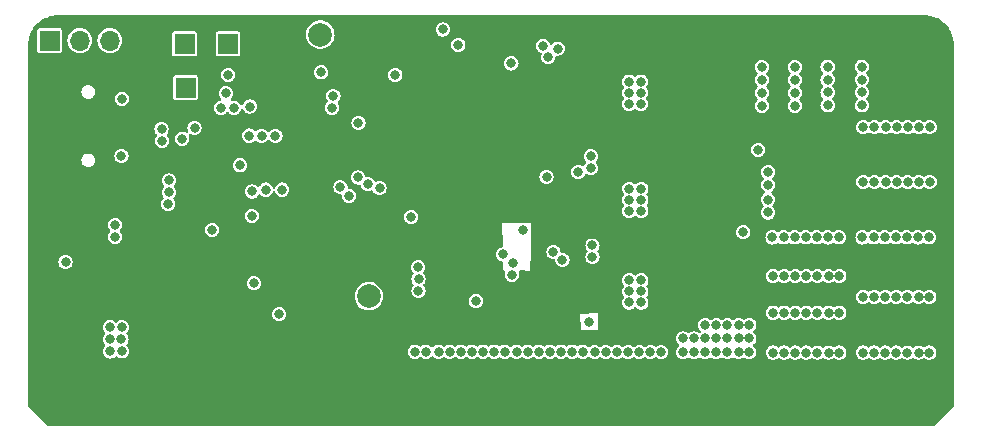
<source format=gbr>
%TF.GenerationSoftware,KiCad,Pcbnew,7.99.0-3012-g423a5b9961*%
%TF.CreationDate,2023-11-25T09:20:11+08:00*%
%TF.ProjectId,drvesc,64727665-7363-42e6-9b69-6361645f7063,V1.0*%
%TF.SameCoordinates,Original*%
%TF.FileFunction,Copper,L2,Inr*%
%TF.FilePolarity,Positive*%
%FSLAX46Y46*%
G04 Gerber Fmt 4.6, Leading zero omitted, Abs format (unit mm)*
G04 Created by KiCad (PCBNEW 7.99.0-3012-g423a5b9961) date 2023-11-25 09:20:11*
%MOMM*%
%LPD*%
G01*
G04 APERTURE LIST*
%TA.AperFunction,ComponentPad*%
%ADD10O,2.100000X1.000000*%
%TD*%
%TA.AperFunction,ComponentPad*%
%ADD11O,1.600000X1.000000*%
%TD*%
%TA.AperFunction,ComponentPad*%
%ADD12R,1.700000X1.700000*%
%TD*%
%TA.AperFunction,ComponentPad*%
%ADD13O,1.700000X1.700000*%
%TD*%
%TA.AperFunction,ComponentPad*%
%ADD14C,2.000000*%
%TD*%
%TA.AperFunction,ViaPad*%
%ADD15C,0.800000*%
%TD*%
G04 APERTURE END LIST*
D10*
%TO.N,GND*%
%TO.C,J2*%
X103695400Y-102053200D03*
D11*
X99515400Y-102053200D03*
D10*
X103695400Y-110693200D03*
D11*
X99515400Y-110693200D03*
%TD*%
D12*
%TO.N,/UART1_RX*%
%TO.C,TP2*%
X111317000Y-99415600D03*
%TD*%
%TO.N,/+3V3*%
%TO.C,J3*%
X99900000Y-99136200D03*
D13*
%TO.N,/RP2040/SWLK*%
X102440000Y-99136200D03*
%TO.N,/RP2040/SWD*%
X104980000Y-99136200D03*
%TO.N,GND*%
X107520000Y-99136200D03*
%TD*%
D14*
%TO.N,/RP2040/USB_BOOT*%
%TO.C,SW2*%
X126923800Y-120774600D03*
%TO.N,GND*%
X126923800Y-114274600D03*
%TD*%
%TO.N,/RP2040/RUN*%
%TO.C,SW1*%
X122809000Y-98628200D03*
%TO.N,GND*%
X129309000Y-98628200D03*
%TD*%
D12*
%TO.N,/UART1_TX*%
%TO.C,TP3*%
X111400000Y-103124000D03*
%TD*%
%TO.N,/ESC_PWM*%
%TO.C,TP1*%
X115000000Y-99415600D03*
%TD*%
D15*
%TO.N,GND*%
X134776900Y-110512998D03*
X98933000Y-113817400D03*
X121400000Y-101700000D03*
X118000000Y-97700000D03*
X139069500Y-105686998D03*
X115798600Y-117602000D03*
X131881300Y-110512998D03*
X143142724Y-113969800D03*
X143142724Y-113055400D03*
X111761256Y-125428798D03*
X148914576Y-109834404D03*
X123115056Y-125454198D03*
X143244324Y-121753402D03*
X144082524Y-111252000D03*
X125934456Y-125454198D03*
X119614100Y-118005998D03*
X105944400Y-110312200D03*
X121700000Y-100700000D03*
X118365256Y-125428798D03*
X116816200Y-118300000D03*
X113640856Y-125428798D03*
X144184124Y-121753402D03*
X117218999Y-122478800D03*
X136250100Y-107515798D03*
X136275500Y-110512998D03*
X148933200Y-117703600D03*
X139103697Y-117972900D03*
X124994656Y-125454198D03*
X114147600Y-117525800D03*
X143142724Y-111252000D03*
X107875056Y-125428798D03*
X121214300Y-120291998D03*
X131855900Y-107515798D03*
X105919000Y-102412800D03*
X119588700Y-120317398D03*
X114580656Y-125428798D03*
X138506200Y-99161600D03*
X117201100Y-108277798D03*
X111370400Y-116471400D03*
X109881656Y-125428798D03*
X117963100Y-102486598D03*
X121392100Y-104848798D03*
X111892500Y-112189398D03*
X144018000Y-104015402D03*
X148717000Y-100840402D03*
X144082524Y-112141000D03*
X127814056Y-125454198D03*
X145516600Y-122948100D03*
X111917900Y-113129198D03*
X125150300Y-108455598D03*
X111892500Y-108074598D03*
X112701056Y-125428798D03*
X144082524Y-113055400D03*
X143078200Y-103101002D03*
X123042100Y-114297598D03*
X139951999Y-115189000D03*
X143244324Y-119924602D03*
X143244324Y-119035602D03*
X126874256Y-125454198D03*
X119588700Y-110665398D03*
X133252900Y-110512998D03*
X119305056Y-125428798D03*
X144184124Y-119924602D03*
X117425456Y-125428798D03*
X121214300Y-119174398D03*
X143078200Y-102212002D03*
X119614100Y-119174398D03*
X131855900Y-111884598D03*
X134751500Y-107515798D03*
X120244856Y-125428798D03*
X143244324Y-120839002D03*
X121184656Y-125428798D03*
X134751500Y-111884598D03*
X110821456Y-125428798D03*
X144018000Y-103101002D03*
X124054856Y-125454198D03*
X131881300Y-109090598D03*
X123190000Y-117322600D03*
X108800000Y-110900000D03*
X136250100Y-111884598D03*
X143142724Y-112141000D03*
X117201100Y-110665398D03*
X128728456Y-125454198D03*
X121214300Y-118005998D03*
X119588700Y-108277798D03*
X133227500Y-107515798D03*
X122099056Y-125428798D03*
X112748599Y-114145198D03*
X144018000Y-102212002D03*
X104394000Y-113766600D03*
X134776900Y-109090598D03*
X116485656Y-125428798D03*
X144018000Y-104929802D03*
X136275500Y-109090598D03*
X143078200Y-104929802D03*
X143078200Y-104015402D03*
X133227500Y-111884598D03*
X108814856Y-125428798D03*
X144184124Y-119035602D03*
X115495056Y-125428798D03*
X128828800Y-122250200D03*
X144184124Y-120839002D03*
X144082524Y-113969800D03*
X133252900Y-109090598D03*
%TO.N,/PVDD*%
X147929600Y-125501400D03*
X145034000Y-125476000D03*
X148971000Y-120370600D03*
X146989800Y-125501400D03*
X144119600Y-125476000D03*
X149987000Y-120370600D03*
X148971000Y-119430800D03*
X149987000Y-111683800D03*
X149987000Y-121310400D03*
X137515600Y-125476000D03*
X134696200Y-125476000D03*
X146050000Y-125501400D03*
X148971000Y-111683800D03*
X132816600Y-125476000D03*
X149961600Y-103555800D03*
X138430000Y-125476000D03*
X151663400Y-125501400D03*
X135636000Y-125476000D03*
X149961600Y-102616000D03*
X149809200Y-125501400D03*
X148971000Y-112623600D03*
X149987000Y-112623600D03*
X148945600Y-104495600D03*
X131749800Y-125476000D03*
X142240000Y-125476000D03*
X138986799Y-101066600D03*
X141300200Y-125476000D03*
X139420600Y-125476000D03*
X136575800Y-125476000D03*
X149961600Y-104495600D03*
X133172200Y-98196400D03*
X149987000Y-119430800D03*
X148869400Y-125501400D03*
X150749000Y-125501400D03*
X130810000Y-125476000D03*
X148971000Y-121310400D03*
X148945600Y-102616000D03*
X140360400Y-125476000D03*
X143179800Y-125476000D03*
X148971000Y-113563400D03*
X133756400Y-125476000D03*
X134493000Y-99491800D03*
X148945600Y-103555800D03*
X149987000Y-113563400D03*
%TO.N,/+3V3*%
X118184199Y-111757598D03*
X116003600Y-109699857D03*
X105003600Y-124434600D03*
X129159000Y-102057200D03*
X117193599Y-119684800D03*
X105029000Y-125450600D03*
X119329200Y-122301000D03*
X115000000Y-102031800D03*
X105003600Y-123418600D03*
X119004500Y-107210998D03*
X105994200Y-125450600D03*
X122890700Y-101826198D03*
X105968800Y-124434600D03*
X126039300Y-106093398D03*
X105994200Y-123418600D03*
%TO.N,/RP2040/+1.1V*%
X113662999Y-115161198D03*
X119581199Y-111757598D03*
X117836100Y-107210998D03*
%TO.N,/SH_A*%
X174396400Y-106476800D03*
X168757600Y-125552200D03*
X160197800Y-104648000D03*
X170637200Y-120827800D03*
X169722800Y-106476800D03*
X173482000Y-111099600D03*
X172466000Y-115798600D03*
X171526200Y-115798600D03*
X170662600Y-106476800D03*
X170586400Y-115798600D03*
X173405800Y-115798600D03*
X168656000Y-104622600D03*
X173482000Y-106476800D03*
X168656000Y-103530400D03*
X162991800Y-104648000D03*
X141657423Y-99588298D03*
X171577000Y-120827800D03*
X174396400Y-111099600D03*
X168757600Y-120827800D03*
X169722800Y-111099600D03*
X172542200Y-106476800D03*
X171577000Y-125552200D03*
X171602400Y-111099600D03*
X168783000Y-111099600D03*
X160197800Y-103555800D03*
X168783000Y-106476800D03*
X165760400Y-101346000D03*
X168706800Y-115798600D03*
X173456600Y-125552200D03*
X165760400Y-104622600D03*
X173456600Y-120827800D03*
X174320200Y-115798600D03*
X174371000Y-120827800D03*
X169697400Y-125552200D03*
X174371000Y-125552200D03*
X172516800Y-125552200D03*
X169646600Y-115798600D03*
X172516800Y-120827800D03*
X165760400Y-103530400D03*
X162991800Y-101371400D03*
X165760400Y-102438200D03*
X162991800Y-102463600D03*
X160197800Y-101371400D03*
X160197800Y-102463600D03*
X168656000Y-102438200D03*
X172542200Y-111099600D03*
X162991800Y-103555800D03*
X170662600Y-111099600D03*
X170637200Y-125552200D03*
X168656000Y-101346000D03*
X171602400Y-106476800D03*
X169697400Y-120827800D03*
%TO.N,/SH_B*%
X164896800Y-122174000D03*
X163017200Y-119075200D03*
X164896800Y-119075200D03*
X161137600Y-122174000D03*
X161137600Y-119075200D03*
X162077400Y-122174000D03*
X160731200Y-113690400D03*
X160731200Y-110261400D03*
X160731200Y-112598200D03*
X163017200Y-122174000D03*
X162026600Y-115798600D03*
X164846000Y-115798600D03*
X165836600Y-122174000D03*
X162077400Y-119075200D03*
X165836600Y-119075200D03*
X162966400Y-115798600D03*
X161137600Y-125552200D03*
X163906200Y-115798600D03*
X165785800Y-115798600D03*
X166751000Y-122174000D03*
X163957000Y-122174000D03*
X164896800Y-125552200D03*
X166700200Y-115798600D03*
X162077400Y-125552200D03*
X163017200Y-125552200D03*
X166751000Y-119075200D03*
X166751000Y-125552200D03*
X165836600Y-125552200D03*
X144638441Y-110260737D03*
X161086800Y-115798600D03*
X160731200Y-111353600D03*
X163957000Y-119075200D03*
X163957000Y-125552200D03*
%TO.N,/BOARD_TX*%
X115499300Y-104823398D03*
X105435400Y-115740206D03*
%TO.N,/BOARD_RX*%
X105435400Y-114740703D03*
X114400000Y-104823398D03*
%TO.N,/BOARD_TX_1*%
X101239400Y-117906800D03*
%TO.N,/RP2040/VBUS*%
X105968800Y-108915200D03*
X105994200Y-104063800D03*
%TO.N,/RP2040/SWLK*%
X116794700Y-107185598D03*
X111119700Y-107441004D03*
%TO.N,/RP2040/SWD*%
X112158894Y-106523598D03*
X116845500Y-104721798D03*
%TO.N,/GH_B*%
X141960600Y-110678698D03*
X159884599Y-108390201D03*
%TO.N,/SL_A*%
X138300999Y-117246400D03*
X142110923Y-100540948D03*
%TO.N,/GL_A*%
X142902050Y-99814448D03*
%TO.N,/SL_B*%
X139023671Y-118969193D03*
X145719800Y-109940103D03*
%TO.N,/GL_B*%
X145719800Y-108940600D03*
%TO.N,/RP2040/RUN*%
X114827619Y-103590818D03*
%TO.N,/NFAULT*%
X123804100Y-104823398D03*
X126019915Y-110724593D03*
%TO.N,/PWRGD*%
X123917590Y-103830359D03*
X130509700Y-114068998D03*
%TO.N,/NSCS*%
X124510945Y-111546453D03*
X126842096Y-111292198D03*
%TO.N,/SDI*%
X127823248Y-111616198D03*
X125239561Y-112275069D03*
%TO.N,/SO1*%
X131093900Y-118318898D03*
X109980000Y-110981486D03*
%TO.N,/SO2*%
X131127556Y-119317834D03*
X109980000Y-111980989D03*
%TO.N,/SO3*%
X109929199Y-112979200D03*
X131117515Y-120317286D03*
%TO.N,/GL_C*%
X143307807Y-117688821D03*
%TO.N,/SL_C*%
X142544800Y-117043200D03*
X135989599Y-121183400D03*
%TO.N,/SH_C*%
X156337000Y-123215400D03*
X158216600Y-125526800D03*
X153517600Y-124358400D03*
X156337000Y-125526800D03*
X145846800Y-117483903D03*
X157276800Y-124358400D03*
X155397200Y-124358400D03*
X154457400Y-124358400D03*
X154457400Y-125526800D03*
X157276800Y-125526800D03*
X158216600Y-124358400D03*
X158216600Y-123215400D03*
X153517600Y-125526800D03*
X159131000Y-125526800D03*
X159131000Y-124358400D03*
X156337000Y-124358400D03*
X159131000Y-123215400D03*
X155397200Y-125526800D03*
X157276800Y-123215400D03*
X155397200Y-123215400D03*
%TO.N,/GH_C*%
X158623000Y-115366800D03*
X145846800Y-116484400D03*
%TO.N,Net-(U3-USB_DM)*%
X117041199Y-111912400D03*
X109364507Y-106622022D03*
%TO.N,Net-(U3-USB_DP)*%
X109423200Y-107619800D03*
X117015799Y-113969800D03*
%TD*%
%TA.AperFunction,Conductor*%
%TO.N,GND*%
G36*
X173957010Y-97002652D02*
G01*
X174113936Y-97005218D01*
X174120989Y-97005737D01*
X174438019Y-97047475D01*
X174445975Y-97049058D01*
X174754333Y-97131683D01*
X174762020Y-97134293D01*
X174973570Y-97221919D01*
X175056954Y-97256458D01*
X175064231Y-97260047D01*
X175340696Y-97419664D01*
X175347441Y-97424170D01*
X175600712Y-97618512D01*
X175606802Y-97623853D01*
X175832545Y-97849596D01*
X175837891Y-97855692D01*
X176032227Y-98108956D01*
X176036738Y-98115707D01*
X176196352Y-98392168D01*
X176199943Y-98399449D01*
X176322106Y-98694379D01*
X176324716Y-98702066D01*
X176407341Y-99010424D01*
X176408925Y-99018387D01*
X176450613Y-99335039D01*
X176450660Y-99335390D01*
X176451182Y-99342476D01*
X176453800Y-99502601D01*
X176453800Y-130073408D01*
X176434115Y-130140447D01*
X176418169Y-130160396D01*
X174890034Y-131712788D01*
X174828976Y-131746755D01*
X174801665Y-131749800D01*
X99721535Y-131749800D01*
X99654496Y-131730115D01*
X99633166Y-131712788D01*
X98105031Y-130160396D01*
X98072030Y-130098811D01*
X98069400Y-130073408D01*
X98069400Y-124434601D01*
X104397918Y-124434601D01*
X104418555Y-124591360D01*
X104418556Y-124591362D01*
X104479064Y-124737441D01*
X104575318Y-124862882D01*
X104575320Y-124862883D01*
X104575322Y-124862886D01*
X104581065Y-124868629D01*
X104578804Y-124870889D01*
X104611149Y-124915220D01*
X104615278Y-124984968D01*
X104592820Y-125032610D01*
X104504464Y-125147757D01*
X104443956Y-125293837D01*
X104443955Y-125293839D01*
X104423318Y-125450598D01*
X104423318Y-125450601D01*
X104443955Y-125607360D01*
X104443956Y-125607362D01*
X104504464Y-125753441D01*
X104600718Y-125878882D01*
X104726159Y-125975136D01*
X104872238Y-126035644D01*
X104950619Y-126045963D01*
X105028999Y-126056282D01*
X105029000Y-126056282D01*
X105029001Y-126056282D01*
X105081254Y-126049402D01*
X105185762Y-126035644D01*
X105331841Y-125975136D01*
X105436114Y-125895124D01*
X105501282Y-125869930D01*
X105569727Y-125883968D01*
X105587082Y-125895122D01*
X105637493Y-125933803D01*
X105691357Y-125975135D01*
X105691358Y-125975135D01*
X105691359Y-125975136D01*
X105837438Y-126035644D01*
X105915819Y-126045963D01*
X105994199Y-126056282D01*
X105994200Y-126056282D01*
X105994201Y-126056282D01*
X106046454Y-126049402D01*
X106150962Y-126035644D01*
X106297041Y-125975136D01*
X106422482Y-125878882D01*
X106518736Y-125753441D01*
X106579244Y-125607362D01*
X106596538Y-125476001D01*
X130204318Y-125476001D01*
X130224955Y-125632760D01*
X130224956Y-125632762D01*
X130285464Y-125778841D01*
X130381718Y-125904282D01*
X130507159Y-126000536D01*
X130653238Y-126061044D01*
X130731619Y-126071363D01*
X130809999Y-126081682D01*
X130810000Y-126081682D01*
X130810001Y-126081682D01*
X130862254Y-126074802D01*
X130966762Y-126061044D01*
X131112841Y-126000536D01*
X131204414Y-125930269D01*
X131269582Y-125905075D01*
X131338027Y-125919113D01*
X131355382Y-125930267D01*
X131400811Y-125965125D01*
X131446957Y-126000535D01*
X131446958Y-126000535D01*
X131446959Y-126000536D01*
X131593038Y-126061044D01*
X131671419Y-126071363D01*
X131749799Y-126081682D01*
X131749800Y-126081682D01*
X131749801Y-126081682D01*
X131802054Y-126074802D01*
X131906562Y-126061044D01*
X132052641Y-126000536D01*
X132178082Y-125904282D01*
X132184824Y-125895494D01*
X132241251Y-125854292D01*
X132310997Y-125850137D01*
X132371918Y-125884349D01*
X132381570Y-125895488D01*
X132388318Y-125904282D01*
X132513759Y-126000536D01*
X132659838Y-126061044D01*
X132738219Y-126071363D01*
X132816599Y-126081682D01*
X132816600Y-126081682D01*
X132816601Y-126081682D01*
X132868854Y-126074802D01*
X132973362Y-126061044D01*
X133119441Y-126000536D01*
X133211014Y-125930269D01*
X133276182Y-125905075D01*
X133344627Y-125919113D01*
X133361982Y-125930267D01*
X133407411Y-125965125D01*
X133453557Y-126000535D01*
X133453558Y-126000535D01*
X133453559Y-126000536D01*
X133599638Y-126061044D01*
X133678019Y-126071363D01*
X133756399Y-126081682D01*
X133756400Y-126081682D01*
X133756401Y-126081682D01*
X133808654Y-126074802D01*
X133913162Y-126061044D01*
X134059241Y-126000536D01*
X134150814Y-125930269D01*
X134215982Y-125905075D01*
X134284427Y-125919113D01*
X134301782Y-125930267D01*
X134347211Y-125965125D01*
X134393357Y-126000535D01*
X134393358Y-126000535D01*
X134393359Y-126000536D01*
X134539438Y-126061044D01*
X134617819Y-126071363D01*
X134696199Y-126081682D01*
X134696200Y-126081682D01*
X134696201Y-126081682D01*
X134748454Y-126074802D01*
X134852962Y-126061044D01*
X134999041Y-126000536D01*
X135090614Y-125930269D01*
X135155782Y-125905075D01*
X135224227Y-125919113D01*
X135241582Y-125930267D01*
X135287011Y-125965125D01*
X135333157Y-126000535D01*
X135333158Y-126000535D01*
X135333159Y-126000536D01*
X135479238Y-126061044D01*
X135557619Y-126071363D01*
X135635999Y-126081682D01*
X135636000Y-126081682D01*
X135636001Y-126081682D01*
X135688254Y-126074802D01*
X135792762Y-126061044D01*
X135938841Y-126000536D01*
X136030414Y-125930269D01*
X136095582Y-125905075D01*
X136164027Y-125919113D01*
X136181382Y-125930267D01*
X136226811Y-125965125D01*
X136272957Y-126000535D01*
X136272958Y-126000535D01*
X136272959Y-126000536D01*
X136419038Y-126061044D01*
X136497419Y-126071363D01*
X136575799Y-126081682D01*
X136575800Y-126081682D01*
X136575801Y-126081682D01*
X136628054Y-126074802D01*
X136732562Y-126061044D01*
X136878641Y-126000536D01*
X136970214Y-125930269D01*
X137035382Y-125905075D01*
X137103827Y-125919113D01*
X137121182Y-125930267D01*
X137166611Y-125965125D01*
X137212757Y-126000535D01*
X137212758Y-126000535D01*
X137212759Y-126000536D01*
X137358838Y-126061044D01*
X137437219Y-126071363D01*
X137515599Y-126081682D01*
X137515600Y-126081682D01*
X137515601Y-126081682D01*
X137567854Y-126074802D01*
X137672362Y-126061044D01*
X137818441Y-126000536D01*
X137897314Y-125940014D01*
X137962482Y-125914820D01*
X138030927Y-125928858D01*
X138048282Y-125940012D01*
X138087250Y-125969913D01*
X138127157Y-126000535D01*
X138127158Y-126000535D01*
X138127159Y-126000536D01*
X138273238Y-126061044D01*
X138351619Y-126071363D01*
X138429999Y-126081682D01*
X138430000Y-126081682D01*
X138430001Y-126081682D01*
X138482254Y-126074802D01*
X138586762Y-126061044D01*
X138732841Y-126000536D01*
X138849816Y-125910777D01*
X138914982Y-125885585D01*
X138983427Y-125899623D01*
X139000775Y-125910771D01*
X139117759Y-126000536D01*
X139263838Y-126061044D01*
X139342219Y-126071363D01*
X139420599Y-126081682D01*
X139420600Y-126081682D01*
X139420601Y-126081682D01*
X139472854Y-126074802D01*
X139577362Y-126061044D01*
X139723441Y-126000536D01*
X139815014Y-125930269D01*
X139880182Y-125905075D01*
X139948627Y-125919113D01*
X139965982Y-125930267D01*
X140011411Y-125965125D01*
X140057557Y-126000535D01*
X140057558Y-126000535D01*
X140057559Y-126000536D01*
X140203638Y-126061044D01*
X140282019Y-126071363D01*
X140360399Y-126081682D01*
X140360400Y-126081682D01*
X140360401Y-126081682D01*
X140412654Y-126074802D01*
X140517162Y-126061044D01*
X140663241Y-126000536D01*
X140754814Y-125930269D01*
X140819982Y-125905075D01*
X140888427Y-125919113D01*
X140905782Y-125930267D01*
X140951211Y-125965125D01*
X140997357Y-126000535D01*
X140997358Y-126000535D01*
X140997359Y-126000536D01*
X141143438Y-126061044D01*
X141221819Y-126071363D01*
X141300199Y-126081682D01*
X141300200Y-126081682D01*
X141300201Y-126081682D01*
X141352454Y-126074802D01*
X141456962Y-126061044D01*
X141603041Y-126000536D01*
X141694614Y-125930269D01*
X141759782Y-125905075D01*
X141828227Y-125919113D01*
X141845582Y-125930267D01*
X141891011Y-125965125D01*
X141937157Y-126000535D01*
X141937158Y-126000535D01*
X141937159Y-126000536D01*
X142083238Y-126061044D01*
X142161619Y-126071363D01*
X142239999Y-126081682D01*
X142240000Y-126081682D01*
X142240001Y-126081682D01*
X142292254Y-126074802D01*
X142396762Y-126061044D01*
X142542841Y-126000536D01*
X142634414Y-125930269D01*
X142699582Y-125905075D01*
X142768027Y-125919113D01*
X142785382Y-125930267D01*
X142830811Y-125965125D01*
X142876957Y-126000535D01*
X142876958Y-126000535D01*
X142876959Y-126000536D01*
X143023038Y-126061044D01*
X143101419Y-126071363D01*
X143179799Y-126081682D01*
X143179800Y-126081682D01*
X143179801Y-126081682D01*
X143232054Y-126074802D01*
X143336562Y-126061044D01*
X143482641Y-126000536D01*
X143574214Y-125930269D01*
X143639382Y-125905075D01*
X143707827Y-125919113D01*
X143725182Y-125930267D01*
X143770611Y-125965125D01*
X143816757Y-126000535D01*
X143816758Y-126000535D01*
X143816759Y-126000536D01*
X143962838Y-126061044D01*
X144041219Y-126071363D01*
X144119599Y-126081682D01*
X144119600Y-126081682D01*
X144119601Y-126081682D01*
X144171854Y-126074802D01*
X144276362Y-126061044D01*
X144422441Y-126000536D01*
X144501314Y-125940014D01*
X144566482Y-125914820D01*
X144634927Y-125928858D01*
X144652282Y-125940012D01*
X144691250Y-125969913D01*
X144731157Y-126000535D01*
X144731158Y-126000535D01*
X144731159Y-126000536D01*
X144877238Y-126061044D01*
X144955619Y-126071363D01*
X145033999Y-126081682D01*
X145034000Y-126081682D01*
X145034001Y-126081682D01*
X145086254Y-126074802D01*
X145190762Y-126061044D01*
X145336841Y-126000536D01*
X145451990Y-125912179D01*
X145517157Y-125886985D01*
X145585602Y-125901023D01*
X145614463Y-125925435D01*
X145615967Y-125923932D01*
X145621711Y-125929675D01*
X145621714Y-125929678D01*
X145621718Y-125929682D01*
X145747159Y-126025936D01*
X145893238Y-126086444D01*
X145971619Y-126096763D01*
X146049999Y-126107082D01*
X146050000Y-126107082D01*
X146050001Y-126107082D01*
X146102254Y-126100202D01*
X146206762Y-126086444D01*
X146352841Y-126025936D01*
X146444414Y-125955669D01*
X146509582Y-125930475D01*
X146578027Y-125944513D01*
X146595382Y-125955667D01*
X146640811Y-125990525D01*
X146686957Y-126025935D01*
X146686958Y-126025935D01*
X146686959Y-126025936D01*
X146833038Y-126086444D01*
X146911419Y-126096763D01*
X146989799Y-126107082D01*
X146989800Y-126107082D01*
X146989801Y-126107082D01*
X147042054Y-126100202D01*
X147146562Y-126086444D01*
X147292641Y-126025936D01*
X147384214Y-125955669D01*
X147449382Y-125930475D01*
X147517827Y-125944513D01*
X147535182Y-125955667D01*
X147580611Y-125990525D01*
X147626757Y-126025935D01*
X147626758Y-126025935D01*
X147626759Y-126025936D01*
X147772838Y-126086444D01*
X147851219Y-126096763D01*
X147929599Y-126107082D01*
X147929600Y-126107082D01*
X147929601Y-126107082D01*
X147981854Y-126100202D01*
X148086362Y-126086444D01*
X148232441Y-126025936D01*
X148324014Y-125955669D01*
X148389182Y-125930475D01*
X148457627Y-125944513D01*
X148474982Y-125955667D01*
X148520411Y-125990525D01*
X148566557Y-126025935D01*
X148566558Y-126025935D01*
X148566559Y-126025936D01*
X148712638Y-126086444D01*
X148791019Y-126096763D01*
X148869399Y-126107082D01*
X148869400Y-126107082D01*
X148869401Y-126107082D01*
X148921654Y-126100202D01*
X149026162Y-126086444D01*
X149172241Y-126025936D01*
X149263814Y-125955669D01*
X149328982Y-125930475D01*
X149397427Y-125944513D01*
X149414782Y-125955667D01*
X149460211Y-125990525D01*
X149506357Y-126025935D01*
X149506358Y-126025935D01*
X149506359Y-126025936D01*
X149652438Y-126086444D01*
X149730819Y-126096763D01*
X149809199Y-126107082D01*
X149809200Y-126107082D01*
X149809201Y-126107082D01*
X149861454Y-126100202D01*
X149965962Y-126086444D01*
X150112041Y-126025936D01*
X150203614Y-125955669D01*
X150268782Y-125930475D01*
X150337227Y-125944513D01*
X150354582Y-125955667D01*
X150400011Y-125990525D01*
X150446157Y-126025935D01*
X150446158Y-126025935D01*
X150446159Y-126025936D01*
X150592238Y-126086444D01*
X150670619Y-126096763D01*
X150748999Y-126107082D01*
X150749000Y-126107082D01*
X150749001Y-126107082D01*
X150801254Y-126100202D01*
X150905762Y-126086444D01*
X151051841Y-126025936D01*
X151130714Y-125965414D01*
X151195882Y-125940220D01*
X151264327Y-125954258D01*
X151281682Y-125965412D01*
X151320650Y-125995313D01*
X151360557Y-126025935D01*
X151360558Y-126025935D01*
X151360559Y-126025936D01*
X151506638Y-126086444D01*
X151585019Y-126096763D01*
X151663399Y-126107082D01*
X151663400Y-126107082D01*
X151663401Y-126107082D01*
X151715654Y-126100202D01*
X151820162Y-126086444D01*
X151966241Y-126025936D01*
X152091682Y-125929682D01*
X152187936Y-125804241D01*
X152248444Y-125658162D01*
X152265738Y-125526801D01*
X152911918Y-125526801D01*
X152932555Y-125683560D01*
X152932556Y-125683562D01*
X152984138Y-125808093D01*
X152993064Y-125829641D01*
X153089318Y-125955082D01*
X153214759Y-126051336D01*
X153360838Y-126111844D01*
X153439219Y-126122163D01*
X153517599Y-126132482D01*
X153517600Y-126132482D01*
X153517601Y-126132482D01*
X153569854Y-126125602D01*
X153674362Y-126111844D01*
X153820441Y-126051336D01*
X153912014Y-125981069D01*
X153977182Y-125955875D01*
X154045627Y-125969913D01*
X154062982Y-125981067D01*
X154108411Y-126015925D01*
X154154557Y-126051335D01*
X154154558Y-126051335D01*
X154154559Y-126051336D01*
X154300638Y-126111844D01*
X154379019Y-126122163D01*
X154457399Y-126132482D01*
X154457400Y-126132482D01*
X154457401Y-126132482D01*
X154509654Y-126125602D01*
X154614162Y-126111844D01*
X154760241Y-126051336D01*
X154851814Y-125981069D01*
X154916982Y-125955875D01*
X154985427Y-125969913D01*
X155002782Y-125981067D01*
X155048211Y-126015925D01*
X155094357Y-126051335D01*
X155094358Y-126051335D01*
X155094359Y-126051336D01*
X155240438Y-126111844D01*
X155318819Y-126122163D01*
X155397199Y-126132482D01*
X155397200Y-126132482D01*
X155397201Y-126132482D01*
X155449454Y-126125602D01*
X155553962Y-126111844D01*
X155700041Y-126051336D01*
X155791614Y-125981069D01*
X155856782Y-125955875D01*
X155925227Y-125969913D01*
X155942582Y-125981067D01*
X155988011Y-126015925D01*
X156034157Y-126051335D01*
X156034158Y-126051335D01*
X156034159Y-126051336D01*
X156180238Y-126111844D01*
X156258619Y-126122163D01*
X156336999Y-126132482D01*
X156337000Y-126132482D01*
X156337001Y-126132482D01*
X156389254Y-126125602D01*
X156493762Y-126111844D01*
X156639841Y-126051336D01*
X156731414Y-125981069D01*
X156796582Y-125955875D01*
X156865027Y-125969913D01*
X156882382Y-125981067D01*
X156927811Y-126015925D01*
X156973957Y-126051335D01*
X156973958Y-126051335D01*
X156973959Y-126051336D01*
X157120038Y-126111844D01*
X157198419Y-126122163D01*
X157276799Y-126132482D01*
X157276800Y-126132482D01*
X157276801Y-126132482D01*
X157329054Y-126125602D01*
X157433562Y-126111844D01*
X157579641Y-126051336D01*
X157671214Y-125981069D01*
X157736382Y-125955875D01*
X157804827Y-125969913D01*
X157822182Y-125981067D01*
X157867611Y-126015925D01*
X157913757Y-126051335D01*
X157913758Y-126051335D01*
X157913759Y-126051336D01*
X158059838Y-126111844D01*
X158138219Y-126122163D01*
X158216599Y-126132482D01*
X158216600Y-126132482D01*
X158216601Y-126132482D01*
X158268854Y-126125602D01*
X158373362Y-126111844D01*
X158519441Y-126051336D01*
X158598314Y-125990814D01*
X158663482Y-125965620D01*
X158731927Y-125979658D01*
X158749282Y-125990812D01*
X158782388Y-126016215D01*
X158828157Y-126051335D01*
X158828158Y-126051335D01*
X158828159Y-126051336D01*
X158974238Y-126111844D01*
X159052619Y-126122163D01*
X159130999Y-126132482D01*
X159131000Y-126132482D01*
X159131001Y-126132482D01*
X159183254Y-126125602D01*
X159287762Y-126111844D01*
X159433841Y-126051336D01*
X159559282Y-125955082D01*
X159655536Y-125829641D01*
X159716044Y-125683562D01*
X159733338Y-125552201D01*
X160531918Y-125552201D01*
X160552555Y-125708960D01*
X160552556Y-125708962D01*
X160613064Y-125855041D01*
X160709318Y-125980482D01*
X160834759Y-126076736D01*
X160980838Y-126137244D01*
X161059219Y-126147563D01*
X161137599Y-126157882D01*
X161137600Y-126157882D01*
X161137601Y-126157882D01*
X161189854Y-126151002D01*
X161294362Y-126137244D01*
X161440441Y-126076736D01*
X161532014Y-126006469D01*
X161597182Y-125981275D01*
X161665627Y-125995313D01*
X161682982Y-126006467D01*
X161721007Y-126035644D01*
X161774557Y-126076735D01*
X161774558Y-126076735D01*
X161774559Y-126076736D01*
X161920638Y-126137244D01*
X161999019Y-126147563D01*
X162077399Y-126157882D01*
X162077400Y-126157882D01*
X162077401Y-126157882D01*
X162129654Y-126151002D01*
X162234162Y-126137244D01*
X162380241Y-126076736D01*
X162471814Y-126006469D01*
X162536982Y-125981275D01*
X162605427Y-125995313D01*
X162622782Y-126006467D01*
X162660807Y-126035644D01*
X162714357Y-126076735D01*
X162714358Y-126076735D01*
X162714359Y-126076736D01*
X162860438Y-126137244D01*
X162938819Y-126147563D01*
X163017199Y-126157882D01*
X163017200Y-126157882D01*
X163017201Y-126157882D01*
X163069454Y-126151002D01*
X163173962Y-126137244D01*
X163320041Y-126076736D01*
X163411614Y-126006469D01*
X163476782Y-125981275D01*
X163545227Y-125995313D01*
X163562582Y-126006467D01*
X163600607Y-126035644D01*
X163654157Y-126076735D01*
X163654158Y-126076735D01*
X163654159Y-126076736D01*
X163800238Y-126137244D01*
X163878619Y-126147563D01*
X163956999Y-126157882D01*
X163957000Y-126157882D01*
X163957001Y-126157882D01*
X164009254Y-126151002D01*
X164113762Y-126137244D01*
X164259841Y-126076736D01*
X164351414Y-126006469D01*
X164416582Y-125981275D01*
X164485027Y-125995313D01*
X164502382Y-126006467D01*
X164540407Y-126035644D01*
X164593957Y-126076735D01*
X164593958Y-126076735D01*
X164593959Y-126076736D01*
X164740038Y-126137244D01*
X164818419Y-126147563D01*
X164896799Y-126157882D01*
X164896800Y-126157882D01*
X164896801Y-126157882D01*
X164949054Y-126151002D01*
X165053562Y-126137244D01*
X165199641Y-126076736D01*
X165291214Y-126006469D01*
X165356382Y-125981275D01*
X165424827Y-125995313D01*
X165442182Y-126006467D01*
X165480207Y-126035644D01*
X165533757Y-126076735D01*
X165533758Y-126076735D01*
X165533759Y-126076736D01*
X165679838Y-126137244D01*
X165758219Y-126147563D01*
X165836599Y-126157882D01*
X165836600Y-126157882D01*
X165836601Y-126157882D01*
X165888854Y-126151002D01*
X165993362Y-126137244D01*
X166139441Y-126076736D01*
X166218314Y-126016214D01*
X166283482Y-125991020D01*
X166351927Y-126005058D01*
X166369282Y-126016212D01*
X166394607Y-126035644D01*
X166448157Y-126076735D01*
X166448158Y-126076735D01*
X166448159Y-126076736D01*
X166594238Y-126137244D01*
X166672619Y-126147563D01*
X166750999Y-126157882D01*
X166751000Y-126157882D01*
X166751001Y-126157882D01*
X166803254Y-126151002D01*
X166907762Y-126137244D01*
X167053841Y-126076736D01*
X167179282Y-125980482D01*
X167275536Y-125855041D01*
X167336044Y-125708962D01*
X167356682Y-125552201D01*
X168151918Y-125552201D01*
X168172555Y-125708960D01*
X168172556Y-125708962D01*
X168233064Y-125855041D01*
X168329318Y-125980482D01*
X168454759Y-126076736D01*
X168600838Y-126137244D01*
X168679219Y-126147563D01*
X168757599Y-126157882D01*
X168757600Y-126157882D01*
X168757601Y-126157882D01*
X168809854Y-126151002D01*
X168914362Y-126137244D01*
X169060441Y-126076736D01*
X169152014Y-126006469D01*
X169217182Y-125981275D01*
X169285627Y-125995313D01*
X169302982Y-126006467D01*
X169341007Y-126035644D01*
X169394557Y-126076735D01*
X169394558Y-126076735D01*
X169394559Y-126076736D01*
X169540638Y-126137244D01*
X169619019Y-126147563D01*
X169697399Y-126157882D01*
X169697400Y-126157882D01*
X169697401Y-126157882D01*
X169749654Y-126151002D01*
X169854162Y-126137244D01*
X170000241Y-126076736D01*
X170091814Y-126006469D01*
X170156982Y-125981275D01*
X170225427Y-125995313D01*
X170242782Y-126006467D01*
X170280807Y-126035644D01*
X170334357Y-126076735D01*
X170334358Y-126076735D01*
X170334359Y-126076736D01*
X170480438Y-126137244D01*
X170558819Y-126147563D01*
X170637199Y-126157882D01*
X170637200Y-126157882D01*
X170637201Y-126157882D01*
X170689454Y-126151002D01*
X170793962Y-126137244D01*
X170940041Y-126076736D01*
X171031614Y-126006469D01*
X171096782Y-125981275D01*
X171165227Y-125995313D01*
X171182582Y-126006467D01*
X171220607Y-126035644D01*
X171274157Y-126076735D01*
X171274158Y-126076735D01*
X171274159Y-126076736D01*
X171420238Y-126137244D01*
X171498619Y-126147563D01*
X171576999Y-126157882D01*
X171577000Y-126157882D01*
X171577001Y-126157882D01*
X171629254Y-126151002D01*
X171733762Y-126137244D01*
X171879841Y-126076736D01*
X171971414Y-126006469D01*
X172036582Y-125981275D01*
X172105027Y-125995313D01*
X172122382Y-126006467D01*
X172160407Y-126035644D01*
X172213957Y-126076735D01*
X172213958Y-126076735D01*
X172213959Y-126076736D01*
X172360038Y-126137244D01*
X172438419Y-126147563D01*
X172516799Y-126157882D01*
X172516800Y-126157882D01*
X172516801Y-126157882D01*
X172569054Y-126151002D01*
X172673562Y-126137244D01*
X172819641Y-126076736D01*
X172911214Y-126006469D01*
X172976382Y-125981275D01*
X173044827Y-125995313D01*
X173062182Y-126006467D01*
X173100207Y-126035644D01*
X173153757Y-126076735D01*
X173153758Y-126076735D01*
X173153759Y-126076736D01*
X173299838Y-126137244D01*
X173378219Y-126147563D01*
X173456599Y-126157882D01*
X173456600Y-126157882D01*
X173456601Y-126157882D01*
X173508854Y-126151002D01*
X173613362Y-126137244D01*
X173759441Y-126076736D01*
X173838314Y-126016214D01*
X173903482Y-125991020D01*
X173971927Y-126005058D01*
X173989282Y-126016212D01*
X174014607Y-126035644D01*
X174068157Y-126076735D01*
X174068158Y-126076735D01*
X174068159Y-126076736D01*
X174214238Y-126137244D01*
X174292619Y-126147563D01*
X174370999Y-126157882D01*
X174371000Y-126157882D01*
X174371001Y-126157882D01*
X174423254Y-126151002D01*
X174527762Y-126137244D01*
X174673841Y-126076736D01*
X174799282Y-125980482D01*
X174895536Y-125855041D01*
X174956044Y-125708962D01*
X174976682Y-125552200D01*
X174956044Y-125395438D01*
X174895536Y-125249359D01*
X174799282Y-125123918D01*
X174673841Y-125027664D01*
X174641582Y-125014302D01*
X174527762Y-124967156D01*
X174527760Y-124967155D01*
X174371001Y-124946518D01*
X174370999Y-124946518D01*
X174214239Y-124967155D01*
X174214237Y-124967156D01*
X174068157Y-125027664D01*
X173989286Y-125088185D01*
X173924117Y-125113379D01*
X173855672Y-125099341D01*
X173838314Y-125088185D01*
X173759442Y-125027664D01*
X173613362Y-124967156D01*
X173613360Y-124967155D01*
X173456601Y-124946518D01*
X173456599Y-124946518D01*
X173299839Y-124967155D01*
X173299837Y-124967156D01*
X173153757Y-125027664D01*
X173062186Y-125097930D01*
X172997017Y-125123124D01*
X172928572Y-125109086D01*
X172911214Y-125097930D01*
X172819642Y-125027664D01*
X172673562Y-124967156D01*
X172673560Y-124967155D01*
X172516801Y-124946518D01*
X172516799Y-124946518D01*
X172360039Y-124967155D01*
X172360037Y-124967156D01*
X172213957Y-125027664D01*
X172122386Y-125097930D01*
X172057217Y-125123124D01*
X171988772Y-125109086D01*
X171971414Y-125097930D01*
X171879842Y-125027664D01*
X171733762Y-124967156D01*
X171733760Y-124967155D01*
X171577001Y-124946518D01*
X171576999Y-124946518D01*
X171420239Y-124967155D01*
X171420237Y-124967156D01*
X171274157Y-125027664D01*
X171182586Y-125097930D01*
X171117417Y-125123124D01*
X171048972Y-125109086D01*
X171031614Y-125097930D01*
X170940042Y-125027664D01*
X170793962Y-124967156D01*
X170793960Y-124967155D01*
X170637201Y-124946518D01*
X170637199Y-124946518D01*
X170480439Y-124967155D01*
X170480437Y-124967156D01*
X170334357Y-125027664D01*
X170242786Y-125097930D01*
X170177617Y-125123124D01*
X170109172Y-125109086D01*
X170091814Y-125097930D01*
X170000242Y-125027664D01*
X169854162Y-124967156D01*
X169854160Y-124967155D01*
X169697401Y-124946518D01*
X169697399Y-124946518D01*
X169540639Y-124967155D01*
X169540637Y-124967156D01*
X169394557Y-125027664D01*
X169302986Y-125097930D01*
X169237817Y-125123124D01*
X169169372Y-125109086D01*
X169152014Y-125097930D01*
X169060442Y-125027664D01*
X168914362Y-124967156D01*
X168914360Y-124967155D01*
X168757601Y-124946518D01*
X168757599Y-124946518D01*
X168600839Y-124967155D01*
X168600837Y-124967156D01*
X168454760Y-125027663D01*
X168329318Y-125123918D01*
X168233063Y-125249360D01*
X168172556Y-125395437D01*
X168172555Y-125395439D01*
X168151918Y-125552198D01*
X168151918Y-125552201D01*
X167356682Y-125552201D01*
X167356682Y-125552200D01*
X167336044Y-125395438D01*
X167275536Y-125249359D01*
X167179282Y-125123918D01*
X167053841Y-125027664D01*
X167021582Y-125014302D01*
X166907762Y-124967156D01*
X166907760Y-124967155D01*
X166751001Y-124946518D01*
X166750999Y-124946518D01*
X166594239Y-124967155D01*
X166594237Y-124967156D01*
X166448157Y-125027664D01*
X166369286Y-125088185D01*
X166304117Y-125113379D01*
X166235672Y-125099341D01*
X166218314Y-125088185D01*
X166139442Y-125027664D01*
X165993362Y-124967156D01*
X165993360Y-124967155D01*
X165836601Y-124946518D01*
X165836599Y-124946518D01*
X165679839Y-124967155D01*
X165679837Y-124967156D01*
X165533757Y-125027664D01*
X165442186Y-125097930D01*
X165377017Y-125123124D01*
X165308572Y-125109086D01*
X165291214Y-125097930D01*
X165199642Y-125027664D01*
X165053562Y-124967156D01*
X165053560Y-124967155D01*
X164896801Y-124946518D01*
X164896799Y-124946518D01*
X164740039Y-124967155D01*
X164740037Y-124967156D01*
X164593957Y-125027664D01*
X164502386Y-125097930D01*
X164437217Y-125123124D01*
X164368772Y-125109086D01*
X164351414Y-125097930D01*
X164259842Y-125027664D01*
X164113762Y-124967156D01*
X164113760Y-124967155D01*
X163957001Y-124946518D01*
X163956999Y-124946518D01*
X163800239Y-124967155D01*
X163800237Y-124967156D01*
X163654157Y-125027664D01*
X163562586Y-125097930D01*
X163497417Y-125123124D01*
X163428972Y-125109086D01*
X163411614Y-125097930D01*
X163320042Y-125027664D01*
X163173962Y-124967156D01*
X163173960Y-124967155D01*
X163017201Y-124946518D01*
X163017199Y-124946518D01*
X162860439Y-124967155D01*
X162860437Y-124967156D01*
X162714357Y-125027664D01*
X162622786Y-125097930D01*
X162557617Y-125123124D01*
X162489172Y-125109086D01*
X162471814Y-125097930D01*
X162380242Y-125027664D01*
X162234162Y-124967156D01*
X162234160Y-124967155D01*
X162077401Y-124946518D01*
X162077399Y-124946518D01*
X161920639Y-124967155D01*
X161920637Y-124967156D01*
X161774557Y-125027664D01*
X161682986Y-125097930D01*
X161617817Y-125123124D01*
X161549372Y-125109086D01*
X161532014Y-125097930D01*
X161440442Y-125027664D01*
X161294362Y-124967156D01*
X161294360Y-124967155D01*
X161137601Y-124946518D01*
X161137599Y-124946518D01*
X160980839Y-124967155D01*
X160980837Y-124967156D01*
X160834760Y-125027663D01*
X160709318Y-125123918D01*
X160613063Y-125249360D01*
X160552556Y-125395437D01*
X160552555Y-125395439D01*
X160531918Y-125552198D01*
X160531918Y-125552201D01*
X159733338Y-125552201D01*
X159736682Y-125526800D01*
X159716044Y-125370038D01*
X159655536Y-125223959D01*
X159559282Y-125098518D01*
X159559280Y-125098517D01*
X159559280Y-125098516D01*
X159504532Y-125056507D01*
X159484290Y-125040974D01*
X159443088Y-124984548D01*
X159438933Y-124914802D01*
X159473145Y-124853882D01*
X159484286Y-124844228D01*
X159559282Y-124786682D01*
X159655536Y-124661241D01*
X159716044Y-124515162D01*
X159736682Y-124358400D01*
X159716044Y-124201638D01*
X159655536Y-124055559D01*
X159559282Y-123930118D01*
X159559280Y-123930117D01*
X159559280Y-123930116D01*
X159525414Y-123904130D01*
X159500841Y-123885274D01*
X159459639Y-123828848D01*
X159455484Y-123759102D01*
X159489696Y-123698182D01*
X159500841Y-123688525D01*
X159559282Y-123643682D01*
X159655536Y-123518241D01*
X159716044Y-123372162D01*
X159736682Y-123215400D01*
X159716044Y-123058638D01*
X159655536Y-122912559D01*
X159559282Y-122787118D01*
X159433841Y-122690864D01*
X159287762Y-122630356D01*
X159287760Y-122630355D01*
X159131001Y-122609718D01*
X159130999Y-122609718D01*
X158974239Y-122630355D01*
X158974237Y-122630356D01*
X158828157Y-122690864D01*
X158749286Y-122751385D01*
X158684117Y-122776579D01*
X158615672Y-122762541D01*
X158598314Y-122751385D01*
X158519442Y-122690864D01*
X158373362Y-122630356D01*
X158373360Y-122630355D01*
X158216601Y-122609718D01*
X158216599Y-122609718D01*
X158059839Y-122630355D01*
X158059837Y-122630356D01*
X157913757Y-122690864D01*
X157822186Y-122761130D01*
X157757017Y-122786324D01*
X157688572Y-122772286D01*
X157671214Y-122761130D01*
X157579642Y-122690864D01*
X157433562Y-122630356D01*
X157433560Y-122630355D01*
X157276801Y-122609718D01*
X157276799Y-122609718D01*
X157120039Y-122630355D01*
X157120037Y-122630356D01*
X156973957Y-122690864D01*
X156882386Y-122761130D01*
X156817217Y-122786324D01*
X156748772Y-122772286D01*
X156731414Y-122761130D01*
X156639842Y-122690864D01*
X156493762Y-122630356D01*
X156493760Y-122630355D01*
X156337001Y-122609718D01*
X156336999Y-122609718D01*
X156180239Y-122630355D01*
X156180237Y-122630356D01*
X156034157Y-122690864D01*
X155942586Y-122761130D01*
X155877417Y-122786324D01*
X155808972Y-122772286D01*
X155791614Y-122761130D01*
X155700042Y-122690864D01*
X155553962Y-122630356D01*
X155553960Y-122630355D01*
X155397201Y-122609718D01*
X155397199Y-122609718D01*
X155240439Y-122630355D01*
X155240437Y-122630356D01*
X155094360Y-122690863D01*
X154968918Y-122787118D01*
X154872663Y-122912560D01*
X154812156Y-123058637D01*
X154812155Y-123058639D01*
X154791518Y-123215398D01*
X154791518Y-123215401D01*
X154812155Y-123372160D01*
X154812156Y-123372162D01*
X154872664Y-123518241D01*
X154968918Y-123643682D01*
X154998152Y-123666114D01*
X155027358Y-123688525D01*
X155068560Y-123744953D01*
X155072715Y-123814699D01*
X155038502Y-123875619D01*
X155027357Y-123885276D01*
X155002786Y-123904130D01*
X154937617Y-123929324D01*
X154869172Y-123915286D01*
X154851814Y-123904130D01*
X154760242Y-123833864D01*
X154614162Y-123773356D01*
X154614160Y-123773355D01*
X154457401Y-123752718D01*
X154457399Y-123752718D01*
X154300639Y-123773355D01*
X154300637Y-123773356D01*
X154154557Y-123833864D01*
X154062986Y-123904130D01*
X153997817Y-123929324D01*
X153929372Y-123915286D01*
X153912014Y-123904130D01*
X153820442Y-123833864D01*
X153674362Y-123773356D01*
X153674360Y-123773355D01*
X153517601Y-123752718D01*
X153517599Y-123752718D01*
X153360839Y-123773355D01*
X153360837Y-123773356D01*
X153214760Y-123833863D01*
X153089318Y-123930118D01*
X152993063Y-124055560D01*
X152932556Y-124201637D01*
X152932555Y-124201639D01*
X152911918Y-124358398D01*
X152911918Y-124358401D01*
X152932555Y-124515160D01*
X152932556Y-124515162D01*
X152993064Y-124661241D01*
X153089318Y-124786682D01*
X153164309Y-124844225D01*
X153205512Y-124900652D01*
X153209667Y-124970398D01*
X153175455Y-125031318D01*
X153164313Y-125040971D01*
X153149987Y-125051965D01*
X153089319Y-125098516D01*
X152993063Y-125223960D01*
X152932556Y-125370037D01*
X152932555Y-125370039D01*
X152911918Y-125526798D01*
X152911918Y-125526801D01*
X152265738Y-125526801D01*
X152269082Y-125501400D01*
X152248444Y-125344638D01*
X152187936Y-125198559D01*
X152091682Y-125073118D01*
X151966241Y-124976864D01*
X151949708Y-124970016D01*
X151820162Y-124916356D01*
X151820160Y-124916355D01*
X151663401Y-124895718D01*
X151663399Y-124895718D01*
X151506639Y-124916355D01*
X151506637Y-124916356D01*
X151360557Y-124976864D01*
X151281686Y-125037385D01*
X151216517Y-125062579D01*
X151148072Y-125048541D01*
X151130714Y-125037385D01*
X151051842Y-124976864D01*
X150905762Y-124916356D01*
X150905760Y-124916355D01*
X150749001Y-124895718D01*
X150748999Y-124895718D01*
X150592239Y-124916355D01*
X150592237Y-124916356D01*
X150446157Y-124976864D01*
X150354586Y-125047130D01*
X150289417Y-125072324D01*
X150220972Y-125058286D01*
X150203614Y-125047130D01*
X150112042Y-124976864D01*
X149965962Y-124916356D01*
X149965960Y-124916355D01*
X149809201Y-124895718D01*
X149809199Y-124895718D01*
X149652439Y-124916355D01*
X149652437Y-124916356D01*
X149506357Y-124976864D01*
X149414786Y-125047130D01*
X149349617Y-125072324D01*
X149281172Y-125058286D01*
X149263814Y-125047130D01*
X149172242Y-124976864D01*
X149026162Y-124916356D01*
X149026160Y-124916355D01*
X148869401Y-124895718D01*
X148869399Y-124895718D01*
X148712639Y-124916355D01*
X148712637Y-124916356D01*
X148566557Y-124976864D01*
X148474986Y-125047130D01*
X148409817Y-125072324D01*
X148341372Y-125058286D01*
X148324014Y-125047130D01*
X148232442Y-124976864D01*
X148086362Y-124916356D01*
X148086360Y-124916355D01*
X147929601Y-124895718D01*
X147929599Y-124895718D01*
X147772839Y-124916355D01*
X147772837Y-124916356D01*
X147626757Y-124976864D01*
X147535186Y-125047130D01*
X147470017Y-125072324D01*
X147401572Y-125058286D01*
X147384214Y-125047130D01*
X147292642Y-124976864D01*
X147146562Y-124916356D01*
X147146560Y-124916355D01*
X146989801Y-124895718D01*
X146989799Y-124895718D01*
X146833039Y-124916355D01*
X146833037Y-124916356D01*
X146686957Y-124976864D01*
X146595386Y-125047130D01*
X146530217Y-125072324D01*
X146461772Y-125058286D01*
X146444414Y-125047130D01*
X146352842Y-124976864D01*
X146206762Y-124916356D01*
X146206760Y-124916355D01*
X146050001Y-124895718D01*
X146049999Y-124895718D01*
X145893239Y-124916355D01*
X145893237Y-124916356D01*
X145747157Y-124976864D01*
X145632010Y-125065220D01*
X145566841Y-125090414D01*
X145498396Y-125076375D01*
X145469528Y-125051965D01*
X145468029Y-125053465D01*
X145462286Y-125047722D01*
X145462283Y-125047720D01*
X145462282Y-125047718D01*
X145336841Y-124951464D01*
X145324900Y-124946518D01*
X145190762Y-124890956D01*
X145190760Y-124890955D01*
X145034001Y-124870318D01*
X145033999Y-124870318D01*
X144877239Y-124890955D01*
X144877237Y-124890956D01*
X144731157Y-124951464D01*
X144652286Y-125011985D01*
X144587117Y-125037179D01*
X144518672Y-125023141D01*
X144501314Y-125011985D01*
X144422442Y-124951464D01*
X144276362Y-124890956D01*
X144276360Y-124890955D01*
X144119601Y-124870318D01*
X144119599Y-124870318D01*
X143962839Y-124890955D01*
X143962837Y-124890956D01*
X143816757Y-124951464D01*
X143725186Y-125021730D01*
X143660017Y-125046924D01*
X143591572Y-125032886D01*
X143574214Y-125021730D01*
X143482642Y-124951464D01*
X143336562Y-124890956D01*
X143336560Y-124890955D01*
X143179801Y-124870318D01*
X143179799Y-124870318D01*
X143023039Y-124890955D01*
X143023037Y-124890956D01*
X142876957Y-124951464D01*
X142785386Y-125021730D01*
X142720217Y-125046924D01*
X142651772Y-125032886D01*
X142634414Y-125021730D01*
X142542842Y-124951464D01*
X142396762Y-124890956D01*
X142396760Y-124890955D01*
X142240001Y-124870318D01*
X142239999Y-124870318D01*
X142083239Y-124890955D01*
X142083237Y-124890956D01*
X141937157Y-124951464D01*
X141845586Y-125021730D01*
X141780417Y-125046924D01*
X141711972Y-125032886D01*
X141694614Y-125021730D01*
X141603042Y-124951464D01*
X141456962Y-124890956D01*
X141456960Y-124890955D01*
X141300201Y-124870318D01*
X141300199Y-124870318D01*
X141143439Y-124890955D01*
X141143437Y-124890956D01*
X140997357Y-124951464D01*
X140905786Y-125021730D01*
X140840617Y-125046924D01*
X140772172Y-125032886D01*
X140754814Y-125021730D01*
X140663242Y-124951464D01*
X140517162Y-124890956D01*
X140517160Y-124890955D01*
X140360401Y-124870318D01*
X140360399Y-124870318D01*
X140203639Y-124890955D01*
X140203637Y-124890956D01*
X140057557Y-124951464D01*
X139965986Y-125021730D01*
X139900817Y-125046924D01*
X139832372Y-125032886D01*
X139815014Y-125021730D01*
X139723442Y-124951464D01*
X139577362Y-124890956D01*
X139577360Y-124890955D01*
X139420601Y-124870318D01*
X139420599Y-124870318D01*
X139263839Y-124890955D01*
X139263837Y-124890956D01*
X139117757Y-124951464D01*
X139000786Y-125041220D01*
X138935617Y-125066414D01*
X138867172Y-125052376D01*
X138849814Y-125041220D01*
X138732842Y-124951464D01*
X138586762Y-124890956D01*
X138586760Y-124890955D01*
X138430001Y-124870318D01*
X138429999Y-124870318D01*
X138273239Y-124890955D01*
X138273237Y-124890956D01*
X138127157Y-124951464D01*
X138048286Y-125011985D01*
X137983117Y-125037179D01*
X137914672Y-125023141D01*
X137897314Y-125011985D01*
X137818442Y-124951464D01*
X137672362Y-124890956D01*
X137672360Y-124890955D01*
X137515601Y-124870318D01*
X137515599Y-124870318D01*
X137358839Y-124890955D01*
X137358837Y-124890956D01*
X137212757Y-124951464D01*
X137121186Y-125021730D01*
X137056017Y-125046924D01*
X136987572Y-125032886D01*
X136970214Y-125021730D01*
X136878642Y-124951464D01*
X136732562Y-124890956D01*
X136732560Y-124890955D01*
X136575801Y-124870318D01*
X136575799Y-124870318D01*
X136419039Y-124890955D01*
X136419037Y-124890956D01*
X136272957Y-124951464D01*
X136181386Y-125021730D01*
X136116217Y-125046924D01*
X136047772Y-125032886D01*
X136030414Y-125021730D01*
X135938842Y-124951464D01*
X135792762Y-124890956D01*
X135792760Y-124890955D01*
X135636001Y-124870318D01*
X135635999Y-124870318D01*
X135479239Y-124890955D01*
X135479237Y-124890956D01*
X135333157Y-124951464D01*
X135241586Y-125021730D01*
X135176417Y-125046924D01*
X135107972Y-125032886D01*
X135090614Y-125021730D01*
X134999042Y-124951464D01*
X134852962Y-124890956D01*
X134852960Y-124890955D01*
X134696201Y-124870318D01*
X134696199Y-124870318D01*
X134539439Y-124890955D01*
X134539437Y-124890956D01*
X134393357Y-124951464D01*
X134301786Y-125021730D01*
X134236617Y-125046924D01*
X134168172Y-125032886D01*
X134150814Y-125021730D01*
X134059242Y-124951464D01*
X133913162Y-124890956D01*
X133913160Y-124890955D01*
X133756401Y-124870318D01*
X133756399Y-124870318D01*
X133599639Y-124890955D01*
X133599637Y-124890956D01*
X133453557Y-124951464D01*
X133361986Y-125021730D01*
X133296817Y-125046924D01*
X133228372Y-125032886D01*
X133211014Y-125021730D01*
X133119442Y-124951464D01*
X132973362Y-124890956D01*
X132973360Y-124890955D01*
X132816601Y-124870318D01*
X132816599Y-124870318D01*
X132659839Y-124890955D01*
X132659837Y-124890956D01*
X132513760Y-124951463D01*
X132388316Y-125047719D01*
X132381574Y-125056507D01*
X132325145Y-125097708D01*
X132255399Y-125101861D01*
X132194480Y-125067648D01*
X132184826Y-125056507D01*
X132178083Y-125047719D01*
X132178082Y-125047718D01*
X132052641Y-124951464D01*
X132040700Y-124946518D01*
X131906562Y-124890956D01*
X131906560Y-124890955D01*
X131749801Y-124870318D01*
X131749799Y-124870318D01*
X131593039Y-124890955D01*
X131593037Y-124890956D01*
X131446957Y-124951464D01*
X131355386Y-125021730D01*
X131290217Y-125046924D01*
X131221772Y-125032886D01*
X131204414Y-125021730D01*
X131112842Y-124951464D01*
X130966762Y-124890956D01*
X130966760Y-124890955D01*
X130810001Y-124870318D01*
X130809999Y-124870318D01*
X130653239Y-124890955D01*
X130653237Y-124890956D01*
X130507160Y-124951463D01*
X130381718Y-125047718D01*
X130285463Y-125173160D01*
X130224956Y-125319237D01*
X130224955Y-125319239D01*
X130204318Y-125475998D01*
X130204318Y-125476001D01*
X106596538Y-125476001D01*
X106599882Y-125450600D01*
X106579244Y-125293838D01*
X106518736Y-125147759D01*
X106422482Y-125022318D01*
X106422478Y-125022314D01*
X106422475Y-125022311D01*
X106416732Y-125016567D01*
X106418996Y-125014302D01*
X106386663Y-124970016D01*
X106382513Y-124900270D01*
X106404978Y-124852590D01*
X106493336Y-124737441D01*
X106553844Y-124591362D01*
X106574482Y-124434600D01*
X106553844Y-124277838D01*
X106493336Y-124131759D01*
X106404977Y-124016608D01*
X106379785Y-123951441D01*
X106393823Y-123882997D01*
X106418239Y-123854133D01*
X106416735Y-123852629D01*
X106422477Y-123846886D01*
X106422477Y-123846885D01*
X106422482Y-123846882D01*
X106518736Y-123721441D01*
X106579244Y-123575362D01*
X106599882Y-123418600D01*
X106579244Y-123261838D01*
X106518736Y-123115759D01*
X106422482Y-122990318D01*
X106297041Y-122894064D01*
X106150962Y-122833556D01*
X106150960Y-122833555D01*
X105994201Y-122812918D01*
X105994199Y-122812918D01*
X105837439Y-122833555D01*
X105837437Y-122833556D01*
X105691357Y-122894064D01*
X105574386Y-122983820D01*
X105509217Y-123009014D01*
X105440772Y-122994976D01*
X105423414Y-122983820D01*
X105306442Y-122894064D01*
X105160362Y-122833556D01*
X105160360Y-122833555D01*
X105003601Y-122812918D01*
X105003599Y-122812918D01*
X104846839Y-122833555D01*
X104846837Y-122833556D01*
X104700760Y-122894063D01*
X104575318Y-122990318D01*
X104479063Y-123115760D01*
X104418556Y-123261837D01*
X104418555Y-123261839D01*
X104397918Y-123418598D01*
X104397918Y-123418601D01*
X104418555Y-123575360D01*
X104418556Y-123575362D01*
X104479064Y-123721442D01*
X104578565Y-123851114D01*
X104603759Y-123916283D01*
X104589721Y-123984728D01*
X104578565Y-124002086D01*
X104479064Y-124131757D01*
X104418556Y-124277837D01*
X104418555Y-124277839D01*
X104397918Y-124434598D01*
X104397918Y-124434601D01*
X98069400Y-124434601D01*
X98069400Y-122301001D01*
X118723518Y-122301001D01*
X118744155Y-122457760D01*
X118744156Y-122457762D01*
X118804664Y-122603841D01*
X118900918Y-122729282D01*
X119026359Y-122825536D01*
X119172438Y-122886044D01*
X119233349Y-122894063D01*
X119329199Y-122906682D01*
X119329200Y-122906682D01*
X119329201Y-122906682D01*
X119381454Y-122899802D01*
X119485962Y-122886044D01*
X119632041Y-122825536D01*
X119757482Y-122729282D01*
X119853736Y-122603841D01*
X119914244Y-122457762D01*
X119934882Y-122301000D01*
X119928194Y-122250199D01*
X144830799Y-122250199D01*
X144856199Y-123621800D01*
X144856199Y-123621799D01*
X144856200Y-123621800D01*
X146278600Y-123616265D01*
X146278600Y-122199400D01*
X146278600Y-122199399D01*
X144830799Y-122250199D01*
X119928194Y-122250199D01*
X119918162Y-122174001D01*
X160531918Y-122174001D01*
X160552555Y-122330760D01*
X160552556Y-122330762D01*
X160613064Y-122476841D01*
X160709318Y-122602282D01*
X160834759Y-122698536D01*
X160980838Y-122759044D01*
X161059219Y-122769363D01*
X161137599Y-122779682D01*
X161137600Y-122779682D01*
X161137601Y-122779682D01*
X161193778Y-122772286D01*
X161294362Y-122759044D01*
X161440441Y-122698536D01*
X161532014Y-122628269D01*
X161597182Y-122603075D01*
X161665627Y-122617113D01*
X161682982Y-122628267D01*
X161728411Y-122663125D01*
X161774557Y-122698535D01*
X161774558Y-122698535D01*
X161774559Y-122698536D01*
X161920638Y-122759044D01*
X161999019Y-122769363D01*
X162077399Y-122779682D01*
X162077400Y-122779682D01*
X162077401Y-122779682D01*
X162133578Y-122772286D01*
X162234162Y-122759044D01*
X162380241Y-122698536D01*
X162471814Y-122628269D01*
X162536982Y-122603075D01*
X162605427Y-122617113D01*
X162622782Y-122628267D01*
X162668211Y-122663125D01*
X162714357Y-122698535D01*
X162714358Y-122698535D01*
X162714359Y-122698536D01*
X162860438Y-122759044D01*
X162938819Y-122769363D01*
X163017199Y-122779682D01*
X163017200Y-122779682D01*
X163017201Y-122779682D01*
X163073378Y-122772286D01*
X163173962Y-122759044D01*
X163320041Y-122698536D01*
X163411614Y-122628269D01*
X163476782Y-122603075D01*
X163545227Y-122617113D01*
X163562582Y-122628267D01*
X163608011Y-122663125D01*
X163654157Y-122698535D01*
X163654158Y-122698535D01*
X163654159Y-122698536D01*
X163800238Y-122759044D01*
X163878619Y-122769363D01*
X163956999Y-122779682D01*
X163957000Y-122779682D01*
X163957001Y-122779682D01*
X164013178Y-122772286D01*
X164113762Y-122759044D01*
X164259841Y-122698536D01*
X164351414Y-122628269D01*
X164416582Y-122603075D01*
X164485027Y-122617113D01*
X164502382Y-122628267D01*
X164547811Y-122663125D01*
X164593957Y-122698535D01*
X164593958Y-122698535D01*
X164593959Y-122698536D01*
X164740038Y-122759044D01*
X164818419Y-122769363D01*
X164896799Y-122779682D01*
X164896800Y-122779682D01*
X164896801Y-122779682D01*
X164952978Y-122772286D01*
X165053562Y-122759044D01*
X165199641Y-122698536D01*
X165291214Y-122628269D01*
X165356382Y-122603075D01*
X165424827Y-122617113D01*
X165442182Y-122628267D01*
X165487611Y-122663125D01*
X165533757Y-122698535D01*
X165533758Y-122698535D01*
X165533759Y-122698536D01*
X165679838Y-122759044D01*
X165758219Y-122769363D01*
X165836599Y-122779682D01*
X165836600Y-122779682D01*
X165836601Y-122779682D01*
X165892778Y-122772286D01*
X165993362Y-122759044D01*
X166139441Y-122698536D01*
X166218314Y-122638014D01*
X166283482Y-122612820D01*
X166351927Y-122626858D01*
X166369282Y-122638012D01*
X166409360Y-122668764D01*
X166448157Y-122698535D01*
X166448158Y-122698535D01*
X166448159Y-122698536D01*
X166594238Y-122759044D01*
X166672619Y-122769363D01*
X166750999Y-122779682D01*
X166751000Y-122779682D01*
X166751001Y-122779682D01*
X166807178Y-122772286D01*
X166907762Y-122759044D01*
X167053841Y-122698536D01*
X167179282Y-122602282D01*
X167275536Y-122476841D01*
X167336044Y-122330762D01*
X167356682Y-122174000D01*
X167336044Y-122017238D01*
X167275536Y-121871159D01*
X167179282Y-121745718D01*
X167053841Y-121649464D01*
X167018417Y-121634791D01*
X166907762Y-121588956D01*
X166907760Y-121588955D01*
X166751001Y-121568318D01*
X166750999Y-121568318D01*
X166594239Y-121588955D01*
X166594237Y-121588956D01*
X166448157Y-121649464D01*
X166369286Y-121709985D01*
X166304117Y-121735179D01*
X166235672Y-121721141D01*
X166218314Y-121709985D01*
X166139442Y-121649464D01*
X165993362Y-121588956D01*
X165993360Y-121588955D01*
X165836601Y-121568318D01*
X165836599Y-121568318D01*
X165679839Y-121588955D01*
X165679837Y-121588956D01*
X165533757Y-121649464D01*
X165442186Y-121719730D01*
X165377017Y-121744924D01*
X165308572Y-121730886D01*
X165291214Y-121719730D01*
X165199642Y-121649464D01*
X165053562Y-121588956D01*
X165053560Y-121588955D01*
X164896801Y-121568318D01*
X164896799Y-121568318D01*
X164740039Y-121588955D01*
X164740037Y-121588956D01*
X164593957Y-121649464D01*
X164502386Y-121719730D01*
X164437217Y-121744924D01*
X164368772Y-121730886D01*
X164351414Y-121719730D01*
X164259842Y-121649464D01*
X164113762Y-121588956D01*
X164113760Y-121588955D01*
X163957001Y-121568318D01*
X163956999Y-121568318D01*
X163800239Y-121588955D01*
X163800237Y-121588956D01*
X163654157Y-121649464D01*
X163562586Y-121719730D01*
X163497417Y-121744924D01*
X163428972Y-121730886D01*
X163411614Y-121719730D01*
X163320042Y-121649464D01*
X163173962Y-121588956D01*
X163173960Y-121588955D01*
X163017201Y-121568318D01*
X163017199Y-121568318D01*
X162860439Y-121588955D01*
X162860437Y-121588956D01*
X162714357Y-121649464D01*
X162622786Y-121719730D01*
X162557617Y-121744924D01*
X162489172Y-121730886D01*
X162471814Y-121719730D01*
X162380242Y-121649464D01*
X162234162Y-121588956D01*
X162234160Y-121588955D01*
X162077401Y-121568318D01*
X162077399Y-121568318D01*
X161920639Y-121588955D01*
X161920637Y-121588956D01*
X161774557Y-121649464D01*
X161682986Y-121719730D01*
X161617817Y-121744924D01*
X161549372Y-121730886D01*
X161532014Y-121719730D01*
X161440442Y-121649464D01*
X161294362Y-121588956D01*
X161294360Y-121588955D01*
X161137601Y-121568318D01*
X161137599Y-121568318D01*
X160980839Y-121588955D01*
X160980837Y-121588956D01*
X160834760Y-121649463D01*
X160709318Y-121745718D01*
X160613063Y-121871160D01*
X160552556Y-122017237D01*
X160552555Y-122017239D01*
X160531918Y-122173998D01*
X160531918Y-122174001D01*
X119918162Y-122174001D01*
X119914244Y-122144238D01*
X119853736Y-121998159D01*
X119757482Y-121872718D01*
X119632041Y-121776464D01*
X119485962Y-121715956D01*
X119485960Y-121715955D01*
X119329201Y-121695318D01*
X119329199Y-121695318D01*
X119172439Y-121715955D01*
X119172437Y-121715956D01*
X119026360Y-121776463D01*
X118900918Y-121872718D01*
X118804663Y-121998160D01*
X118744156Y-122144237D01*
X118744155Y-122144239D01*
X118723518Y-122300998D01*
X118723518Y-122301001D01*
X98069400Y-122301001D01*
X98069400Y-120774600D01*
X125718157Y-120774600D01*
X125738684Y-120996135D01*
X125738685Y-120996137D01*
X125799569Y-121210123D01*
X125799575Y-121210138D01*
X125898738Y-121409283D01*
X125898743Y-121409291D01*
X126032820Y-121586838D01*
X126197237Y-121736723D01*
X126197239Y-121736725D01*
X126386395Y-121853845D01*
X126386396Y-121853845D01*
X126386399Y-121853847D01*
X126593860Y-121934218D01*
X126812557Y-121975100D01*
X126812559Y-121975100D01*
X127035041Y-121975100D01*
X127035043Y-121975100D01*
X127253740Y-121934218D01*
X127461201Y-121853847D01*
X127650362Y-121736724D01*
X127790082Y-121609351D01*
X127814779Y-121586838D01*
X127890747Y-121486241D01*
X127948858Y-121409289D01*
X128048029Y-121210128D01*
X128055633Y-121183401D01*
X135383917Y-121183401D01*
X135404554Y-121340160D01*
X135404555Y-121340162D01*
X135434660Y-121412843D01*
X135465063Y-121486241D01*
X135561317Y-121611682D01*
X135686758Y-121707936D01*
X135832837Y-121768444D01*
X135893748Y-121776463D01*
X135989598Y-121789082D01*
X135989599Y-121789082D01*
X135989600Y-121789082D01*
X136041853Y-121782202D01*
X136146361Y-121768444D01*
X136292440Y-121707936D01*
X136417881Y-121611682D01*
X136514135Y-121486241D01*
X136574643Y-121340162D01*
X136578561Y-121310401D01*
X148365318Y-121310401D01*
X148385955Y-121467160D01*
X148385956Y-121467162D01*
X148435527Y-121586838D01*
X148446464Y-121613241D01*
X148542718Y-121738682D01*
X148668159Y-121834936D01*
X148814238Y-121895444D01*
X148892619Y-121905763D01*
X148970999Y-121916082D01*
X148971000Y-121916082D01*
X148971001Y-121916082D01*
X149023254Y-121909202D01*
X149127762Y-121895444D01*
X149273841Y-121834936D01*
X149399282Y-121738682D01*
X149399284Y-121738678D01*
X149403513Y-121735434D01*
X149468682Y-121710240D01*
X149537127Y-121724278D01*
X149554487Y-121735434D01*
X149558715Y-121738678D01*
X149558718Y-121738682D01*
X149684159Y-121834936D01*
X149830238Y-121895444D01*
X149908619Y-121905763D01*
X149986999Y-121916082D01*
X149987000Y-121916082D01*
X149987001Y-121916082D01*
X150039254Y-121909202D01*
X150143762Y-121895444D01*
X150289841Y-121834936D01*
X150415282Y-121738682D01*
X150511536Y-121613241D01*
X150572044Y-121467162D01*
X150592682Y-121310400D01*
X150588766Y-121280658D01*
X150572044Y-121153639D01*
X150572044Y-121153638D01*
X150511536Y-121007559D01*
X150511535Y-121007558D01*
X150511535Y-121007557D01*
X150446627Y-120922968D01*
X150441269Y-120915985D01*
X150416075Y-120850818D01*
X150420796Y-120827801D01*
X168151918Y-120827801D01*
X168172555Y-120984560D01*
X168172556Y-120984562D01*
X168233064Y-121130641D01*
X168329318Y-121256082D01*
X168454759Y-121352336D01*
X168600838Y-121412844D01*
X168679219Y-121423163D01*
X168757599Y-121433482D01*
X168757600Y-121433482D01*
X168757601Y-121433482D01*
X168809854Y-121426602D01*
X168914362Y-121412844D01*
X169060441Y-121352336D01*
X169152014Y-121282069D01*
X169217182Y-121256875D01*
X169285627Y-121270913D01*
X169302982Y-121282067D01*
X169339904Y-121310398D01*
X169394557Y-121352335D01*
X169394558Y-121352335D01*
X169394559Y-121352336D01*
X169540638Y-121412844D01*
X169619019Y-121423163D01*
X169697399Y-121433482D01*
X169697400Y-121433482D01*
X169697401Y-121433482D01*
X169749654Y-121426602D01*
X169854162Y-121412844D01*
X170000241Y-121352336D01*
X170091814Y-121282069D01*
X170156982Y-121256875D01*
X170225427Y-121270913D01*
X170242782Y-121282067D01*
X170279704Y-121310398D01*
X170334357Y-121352335D01*
X170334358Y-121352335D01*
X170334359Y-121352336D01*
X170480438Y-121412844D01*
X170558819Y-121423163D01*
X170637199Y-121433482D01*
X170637200Y-121433482D01*
X170637201Y-121433482D01*
X170689454Y-121426602D01*
X170793962Y-121412844D01*
X170940041Y-121352336D01*
X171031614Y-121282069D01*
X171096782Y-121256875D01*
X171165227Y-121270913D01*
X171182582Y-121282067D01*
X171219504Y-121310398D01*
X171274157Y-121352335D01*
X171274158Y-121352335D01*
X171274159Y-121352336D01*
X171420238Y-121412844D01*
X171498619Y-121423163D01*
X171576999Y-121433482D01*
X171577000Y-121433482D01*
X171577001Y-121433482D01*
X171629254Y-121426602D01*
X171733762Y-121412844D01*
X171879841Y-121352336D01*
X171971414Y-121282069D01*
X172036582Y-121256875D01*
X172105027Y-121270913D01*
X172122382Y-121282067D01*
X172159304Y-121310398D01*
X172213957Y-121352335D01*
X172213958Y-121352335D01*
X172213959Y-121352336D01*
X172360038Y-121412844D01*
X172438419Y-121423163D01*
X172516799Y-121433482D01*
X172516800Y-121433482D01*
X172516801Y-121433482D01*
X172569054Y-121426602D01*
X172673562Y-121412844D01*
X172819641Y-121352336D01*
X172911214Y-121282069D01*
X172976382Y-121256875D01*
X173044827Y-121270913D01*
X173062182Y-121282067D01*
X173099104Y-121310398D01*
X173153757Y-121352335D01*
X173153758Y-121352335D01*
X173153759Y-121352336D01*
X173299838Y-121412844D01*
X173378219Y-121423163D01*
X173456599Y-121433482D01*
X173456600Y-121433482D01*
X173456601Y-121433482D01*
X173508854Y-121426602D01*
X173613362Y-121412844D01*
X173759441Y-121352336D01*
X173838314Y-121291814D01*
X173903482Y-121266620D01*
X173971927Y-121280658D01*
X173989282Y-121291812D01*
X174013504Y-121310398D01*
X174068157Y-121352335D01*
X174068158Y-121352335D01*
X174068159Y-121352336D01*
X174214238Y-121412844D01*
X174292619Y-121423163D01*
X174370999Y-121433482D01*
X174371000Y-121433482D01*
X174371001Y-121433482D01*
X174423254Y-121426602D01*
X174527762Y-121412844D01*
X174673841Y-121352336D01*
X174799282Y-121256082D01*
X174895536Y-121130641D01*
X174956044Y-120984562D01*
X174976682Y-120827800D01*
X174970701Y-120782373D01*
X174956044Y-120671039D01*
X174956044Y-120671038D01*
X174895536Y-120524959D01*
X174799282Y-120399518D01*
X174673841Y-120303264D01*
X174527762Y-120242756D01*
X174527760Y-120242755D01*
X174371001Y-120222118D01*
X174370999Y-120222118D01*
X174214239Y-120242755D01*
X174214237Y-120242756D01*
X174068157Y-120303264D01*
X173989286Y-120363785D01*
X173924117Y-120388979D01*
X173855672Y-120374941D01*
X173838314Y-120363785D01*
X173759442Y-120303264D01*
X173613362Y-120242756D01*
X173613360Y-120242755D01*
X173456601Y-120222118D01*
X173456599Y-120222118D01*
X173299839Y-120242755D01*
X173299837Y-120242756D01*
X173153757Y-120303264D01*
X173062186Y-120373530D01*
X172997017Y-120398724D01*
X172928572Y-120384686D01*
X172911214Y-120373530D01*
X172819642Y-120303264D01*
X172673562Y-120242756D01*
X172673560Y-120242755D01*
X172516801Y-120222118D01*
X172516799Y-120222118D01*
X172360039Y-120242755D01*
X172360037Y-120242756D01*
X172213957Y-120303264D01*
X172122386Y-120373530D01*
X172057217Y-120398724D01*
X171988772Y-120384686D01*
X171971414Y-120373530D01*
X171879842Y-120303264D01*
X171733762Y-120242756D01*
X171733760Y-120242755D01*
X171577001Y-120222118D01*
X171576999Y-120222118D01*
X171420239Y-120242755D01*
X171420237Y-120242756D01*
X171274157Y-120303264D01*
X171182586Y-120373530D01*
X171117417Y-120398724D01*
X171048972Y-120384686D01*
X171031614Y-120373530D01*
X170940042Y-120303264D01*
X170793962Y-120242756D01*
X170793960Y-120242755D01*
X170637201Y-120222118D01*
X170637199Y-120222118D01*
X170480439Y-120242755D01*
X170480437Y-120242756D01*
X170334357Y-120303264D01*
X170242786Y-120373530D01*
X170177617Y-120398724D01*
X170109172Y-120384686D01*
X170091814Y-120373530D01*
X170000242Y-120303264D01*
X169854162Y-120242756D01*
X169854160Y-120242755D01*
X169697401Y-120222118D01*
X169697399Y-120222118D01*
X169540639Y-120242755D01*
X169540637Y-120242756D01*
X169394557Y-120303264D01*
X169302986Y-120373530D01*
X169237817Y-120398724D01*
X169169372Y-120384686D01*
X169152014Y-120373530D01*
X169060442Y-120303264D01*
X168914362Y-120242756D01*
X168914360Y-120242755D01*
X168757601Y-120222118D01*
X168757599Y-120222118D01*
X168600839Y-120242755D01*
X168600837Y-120242756D01*
X168454760Y-120303263D01*
X168329318Y-120399518D01*
X168233063Y-120524960D01*
X168172556Y-120671037D01*
X168172555Y-120671039D01*
X168151918Y-120827798D01*
X168151918Y-120827801D01*
X150420796Y-120827801D01*
X150430113Y-120782373D01*
X150441267Y-120765017D01*
X150511536Y-120673441D01*
X150572044Y-120527362D01*
X150590828Y-120384686D01*
X150592682Y-120370601D01*
X150592682Y-120370598D01*
X150572044Y-120213839D01*
X150572044Y-120213838D01*
X150511536Y-120067759D01*
X150511535Y-120067758D01*
X150511535Y-120067757D01*
X150450058Y-119987639D01*
X150441269Y-119976185D01*
X150416075Y-119911018D01*
X150430113Y-119842573D01*
X150441267Y-119825217D01*
X150511536Y-119733641D01*
X150572044Y-119587562D01*
X150592682Y-119430800D01*
X150572044Y-119274038D01*
X150511536Y-119127959D01*
X150471053Y-119075201D01*
X160531918Y-119075201D01*
X160552555Y-119231960D01*
X160552556Y-119231962D01*
X160588124Y-119317832D01*
X160613064Y-119378041D01*
X160709318Y-119503482D01*
X160834759Y-119599736D01*
X160980838Y-119660244D01*
X161059219Y-119670563D01*
X161137599Y-119680882D01*
X161137600Y-119680882D01*
X161137601Y-119680882D01*
X161189854Y-119674002D01*
X161294362Y-119660244D01*
X161440441Y-119599736D01*
X161532014Y-119529469D01*
X161597182Y-119504275D01*
X161665627Y-119518313D01*
X161682982Y-119529467D01*
X161728411Y-119564325D01*
X161774557Y-119599735D01*
X161774558Y-119599735D01*
X161774559Y-119599736D01*
X161920638Y-119660244D01*
X161999019Y-119670563D01*
X162077399Y-119680882D01*
X162077400Y-119680882D01*
X162077401Y-119680882D01*
X162129654Y-119674002D01*
X162234162Y-119660244D01*
X162380241Y-119599736D01*
X162471814Y-119529469D01*
X162536982Y-119504275D01*
X162605427Y-119518313D01*
X162622782Y-119529467D01*
X162668211Y-119564325D01*
X162714357Y-119599735D01*
X162714358Y-119599735D01*
X162714359Y-119599736D01*
X162860438Y-119660244D01*
X162938819Y-119670563D01*
X163017199Y-119680882D01*
X163017200Y-119680882D01*
X163017201Y-119680882D01*
X163069454Y-119674002D01*
X163173962Y-119660244D01*
X163320041Y-119599736D01*
X163411614Y-119529469D01*
X163476782Y-119504275D01*
X163545227Y-119518313D01*
X163562582Y-119529467D01*
X163608011Y-119564325D01*
X163654157Y-119599735D01*
X163654158Y-119599735D01*
X163654159Y-119599736D01*
X163800238Y-119660244D01*
X163878619Y-119670563D01*
X163956999Y-119680882D01*
X163957000Y-119680882D01*
X163957001Y-119680882D01*
X164009254Y-119674002D01*
X164113762Y-119660244D01*
X164259841Y-119599736D01*
X164351414Y-119529469D01*
X164416582Y-119504275D01*
X164485027Y-119518313D01*
X164502382Y-119529467D01*
X164547811Y-119564325D01*
X164593957Y-119599735D01*
X164593958Y-119599735D01*
X164593959Y-119599736D01*
X164740038Y-119660244D01*
X164818419Y-119670563D01*
X164896799Y-119680882D01*
X164896800Y-119680882D01*
X164896801Y-119680882D01*
X164949054Y-119674002D01*
X165053562Y-119660244D01*
X165199641Y-119599736D01*
X165291214Y-119529469D01*
X165356382Y-119504275D01*
X165424827Y-119518313D01*
X165442182Y-119529467D01*
X165487611Y-119564325D01*
X165533757Y-119599735D01*
X165533758Y-119599735D01*
X165533759Y-119599736D01*
X165679838Y-119660244D01*
X165758219Y-119670563D01*
X165836599Y-119680882D01*
X165836600Y-119680882D01*
X165836601Y-119680882D01*
X165888854Y-119674002D01*
X165993362Y-119660244D01*
X166139441Y-119599736D01*
X166218314Y-119539214D01*
X166283482Y-119514020D01*
X166351927Y-119528058D01*
X166369282Y-119539212D01*
X166409360Y-119569964D01*
X166448157Y-119599735D01*
X166448158Y-119599735D01*
X166448159Y-119599736D01*
X166594238Y-119660244D01*
X166672619Y-119670563D01*
X166750999Y-119680882D01*
X166751000Y-119680882D01*
X166751001Y-119680882D01*
X166803254Y-119674002D01*
X166907762Y-119660244D01*
X167053841Y-119599736D01*
X167179282Y-119503482D01*
X167275536Y-119378041D01*
X167336044Y-119231962D01*
X167356682Y-119075200D01*
X167349009Y-119016921D01*
X167336044Y-118918439D01*
X167336044Y-118918438D01*
X167275536Y-118772359D01*
X167179282Y-118646918D01*
X167053841Y-118550664D01*
X167030295Y-118540911D01*
X166907762Y-118490156D01*
X166907760Y-118490155D01*
X166751001Y-118469518D01*
X166750999Y-118469518D01*
X166594239Y-118490155D01*
X166594237Y-118490156D01*
X166448157Y-118550664D01*
X166369286Y-118611185D01*
X166304117Y-118636379D01*
X166235672Y-118622341D01*
X166218314Y-118611185D01*
X166139442Y-118550664D01*
X165993362Y-118490156D01*
X165993360Y-118490155D01*
X165836601Y-118469518D01*
X165836599Y-118469518D01*
X165679839Y-118490155D01*
X165679837Y-118490156D01*
X165533757Y-118550664D01*
X165442186Y-118620930D01*
X165377017Y-118646124D01*
X165308572Y-118632086D01*
X165291214Y-118620930D01*
X165199642Y-118550664D01*
X165053562Y-118490156D01*
X165053560Y-118490155D01*
X164896801Y-118469518D01*
X164896799Y-118469518D01*
X164740039Y-118490155D01*
X164740037Y-118490156D01*
X164593957Y-118550664D01*
X164502386Y-118620930D01*
X164437217Y-118646124D01*
X164368772Y-118632086D01*
X164351414Y-118620930D01*
X164259842Y-118550664D01*
X164113762Y-118490156D01*
X164113760Y-118490155D01*
X163957001Y-118469518D01*
X163956999Y-118469518D01*
X163800239Y-118490155D01*
X163800237Y-118490156D01*
X163654157Y-118550664D01*
X163562586Y-118620930D01*
X163497417Y-118646124D01*
X163428972Y-118632086D01*
X163411614Y-118620930D01*
X163320042Y-118550664D01*
X163173962Y-118490156D01*
X163173960Y-118490155D01*
X163017201Y-118469518D01*
X163017199Y-118469518D01*
X162860439Y-118490155D01*
X162860437Y-118490156D01*
X162714357Y-118550664D01*
X162622786Y-118620930D01*
X162557617Y-118646124D01*
X162489172Y-118632086D01*
X162471814Y-118620930D01*
X162380242Y-118550664D01*
X162234162Y-118490156D01*
X162234160Y-118490155D01*
X162077401Y-118469518D01*
X162077399Y-118469518D01*
X161920639Y-118490155D01*
X161920637Y-118490156D01*
X161774557Y-118550664D01*
X161682986Y-118620930D01*
X161617817Y-118646124D01*
X161549372Y-118632086D01*
X161532014Y-118620930D01*
X161440442Y-118550664D01*
X161294362Y-118490156D01*
X161294360Y-118490155D01*
X161137601Y-118469518D01*
X161137599Y-118469518D01*
X160980839Y-118490155D01*
X160980837Y-118490156D01*
X160834760Y-118550663D01*
X160709318Y-118646918D01*
X160613063Y-118772360D01*
X160552556Y-118918437D01*
X160552555Y-118918439D01*
X160531918Y-119075198D01*
X160531918Y-119075201D01*
X150471053Y-119075201D01*
X150415282Y-119002518D01*
X150289841Y-118906264D01*
X150143762Y-118845756D01*
X150143760Y-118845755D01*
X149987001Y-118825118D01*
X149986999Y-118825118D01*
X149830239Y-118845755D01*
X149830237Y-118845756D01*
X149684157Y-118906264D01*
X149554486Y-119005765D01*
X149489317Y-119030959D01*
X149420872Y-119016921D01*
X149403514Y-119005765D01*
X149273842Y-118906264D01*
X149127762Y-118845756D01*
X149127760Y-118845755D01*
X148971001Y-118825118D01*
X148970999Y-118825118D01*
X148814239Y-118845755D01*
X148814237Y-118845756D01*
X148668160Y-118906263D01*
X148542718Y-119002518D01*
X148446463Y-119127960D01*
X148385956Y-119274037D01*
X148385955Y-119274039D01*
X148365318Y-119430798D01*
X148365318Y-119430801D01*
X148385955Y-119587560D01*
X148385956Y-119587562D01*
X148446464Y-119733642D01*
X148516730Y-119825214D01*
X148541924Y-119890383D01*
X148527886Y-119958828D01*
X148516730Y-119976186D01*
X148446464Y-120067757D01*
X148385956Y-120213837D01*
X148385955Y-120213839D01*
X148365318Y-120370598D01*
X148365318Y-120370601D01*
X148385955Y-120527360D01*
X148385956Y-120527362D01*
X148446464Y-120673442D01*
X148516730Y-120765014D01*
X148541924Y-120830183D01*
X148527886Y-120898628D01*
X148516730Y-120915986D01*
X148446464Y-121007557D01*
X148385956Y-121153637D01*
X148385955Y-121153639D01*
X148365318Y-121310398D01*
X148365318Y-121310401D01*
X136578561Y-121310401D01*
X136595281Y-121183400D01*
X136574643Y-121026638D01*
X136514135Y-120880559D01*
X136417881Y-120755118D01*
X136292440Y-120658864D01*
X136146361Y-120598356D01*
X136146359Y-120598355D01*
X135989600Y-120577718D01*
X135989598Y-120577718D01*
X135832838Y-120598355D01*
X135832836Y-120598356D01*
X135686759Y-120658863D01*
X135561317Y-120755118D01*
X135465062Y-120880560D01*
X135404555Y-121026637D01*
X135404554Y-121026639D01*
X135383917Y-121183398D01*
X135383917Y-121183401D01*
X128055633Y-121183401D01*
X128108915Y-120996136D01*
X128129443Y-120774600D01*
X128120069Y-120673442D01*
X128108915Y-120553064D01*
X128108914Y-120553062D01*
X128101601Y-120527360D01*
X128048029Y-120339072D01*
X128048024Y-120339061D01*
X127948861Y-120139916D01*
X127948856Y-120139908D01*
X127814779Y-119962361D01*
X127650362Y-119812476D01*
X127650360Y-119812474D01*
X127461204Y-119695354D01*
X127461198Y-119695352D01*
X127253740Y-119614982D01*
X127035043Y-119574100D01*
X126812557Y-119574100D01*
X126593860Y-119614982D01*
X126477028Y-119660243D01*
X126386401Y-119695352D01*
X126386395Y-119695354D01*
X126197239Y-119812474D01*
X126197237Y-119812476D01*
X126032820Y-119962361D01*
X125898743Y-120139908D01*
X125898738Y-120139916D01*
X125799575Y-120339061D01*
X125799569Y-120339076D01*
X125738685Y-120553062D01*
X125738684Y-120553064D01*
X125718157Y-120774599D01*
X125718157Y-120774600D01*
X98069400Y-120774600D01*
X98069400Y-119684801D01*
X116587917Y-119684801D01*
X116608554Y-119841560D01*
X116608555Y-119841562D01*
X116664318Y-119976187D01*
X116669063Y-119987641D01*
X116765317Y-120113082D01*
X116890758Y-120209336D01*
X117036837Y-120269844D01*
X117115218Y-120280163D01*
X117193598Y-120290482D01*
X117193599Y-120290482D01*
X117193600Y-120290482D01*
X117245853Y-120283602D01*
X117350361Y-120269844D01*
X117496440Y-120209336D01*
X117621881Y-120113082D01*
X117718135Y-119987641D01*
X117778643Y-119841562D01*
X117799281Y-119684800D01*
X117778643Y-119528038D01*
X117718135Y-119381959D01*
X117621881Y-119256518D01*
X117496440Y-119160264D01*
X117418451Y-119127960D01*
X117350361Y-119099756D01*
X117350359Y-119099755D01*
X117193600Y-119079118D01*
X117193598Y-119079118D01*
X117036838Y-119099755D01*
X117036836Y-119099756D01*
X116890759Y-119160263D01*
X116765317Y-119256518D01*
X116669062Y-119381960D01*
X116608555Y-119528037D01*
X116608554Y-119528039D01*
X116587917Y-119684798D01*
X116587917Y-119684801D01*
X98069400Y-119684801D01*
X98069400Y-117906801D01*
X100633718Y-117906801D01*
X100654355Y-118063560D01*
X100654356Y-118063562D01*
X100714864Y-118209641D01*
X100811118Y-118335082D01*
X100936559Y-118431336D01*
X101082638Y-118491844D01*
X101161019Y-118502163D01*
X101239399Y-118512482D01*
X101239400Y-118512482D01*
X101239401Y-118512482D01*
X101291654Y-118505602D01*
X101396162Y-118491844D01*
X101542241Y-118431336D01*
X101667682Y-118335082D01*
X101680100Y-118318899D01*
X130488218Y-118318899D01*
X130508855Y-118475658D01*
X130508856Y-118475660D01*
X130569364Y-118621739D01*
X130665618Y-118747180D01*
X130665620Y-118747181D01*
X130665622Y-118747184D01*
X130669581Y-118751143D01*
X130703066Y-118812466D01*
X130698082Y-118882158D01*
X130680276Y-118914310D01*
X130603020Y-119014991D01*
X130542512Y-119161071D01*
X130542511Y-119161073D01*
X130521874Y-119317832D01*
X130521874Y-119317835D01*
X130542511Y-119474594D01*
X130542512Y-119474596D01*
X130603020Y-119620675D01*
X130691152Y-119735532D01*
X130716346Y-119800700D01*
X130702308Y-119869145D01*
X130691152Y-119886503D01*
X130592979Y-120014443D01*
X130532471Y-120160523D01*
X130532470Y-120160525D01*
X130511833Y-120317284D01*
X130511833Y-120317287D01*
X130532470Y-120474046D01*
X130532471Y-120474048D01*
X130575412Y-120577718D01*
X130592979Y-120620127D01*
X130689233Y-120745568D01*
X130814674Y-120841822D01*
X130960753Y-120902330D01*
X131039134Y-120912649D01*
X131117514Y-120922968D01*
X131117515Y-120922968D01*
X131117516Y-120922968D01*
X131170549Y-120915986D01*
X131274277Y-120902330D01*
X131420356Y-120841822D01*
X131545797Y-120745568D01*
X131642051Y-120620127D01*
X131702559Y-120474048D01*
X131723197Y-120317286D01*
X131702559Y-120160524D01*
X131642051Y-120014445D01*
X131553916Y-119899586D01*
X131528724Y-119834419D01*
X131542762Y-119765975D01*
X131553919Y-119748615D01*
X131555834Y-119746118D01*
X131555838Y-119746116D01*
X131652092Y-119620675D01*
X131712600Y-119474596D01*
X131733238Y-119317834D01*
X131712600Y-119161072D01*
X131652092Y-119014993D01*
X131555838Y-118889552D01*
X131555835Y-118889549D01*
X131555833Y-118889547D01*
X131551874Y-118885588D01*
X131518389Y-118824265D01*
X131523373Y-118754573D01*
X131541177Y-118722424D01*
X131618436Y-118621739D01*
X131678944Y-118475660D01*
X131697451Y-118335082D01*
X131699582Y-118318899D01*
X131699582Y-118318896D01*
X131678944Y-118162137D01*
X131678944Y-118162136D01*
X131618436Y-118016057D01*
X131522182Y-117890616D01*
X131396741Y-117794362D01*
X131250662Y-117733854D01*
X131250660Y-117733853D01*
X131093901Y-117713216D01*
X131093899Y-117713216D01*
X130937139Y-117733853D01*
X130937137Y-117733854D01*
X130791060Y-117794361D01*
X130665618Y-117890616D01*
X130569363Y-118016058D01*
X130508856Y-118162135D01*
X130508855Y-118162137D01*
X130488218Y-118318896D01*
X130488218Y-118318899D01*
X101680100Y-118318899D01*
X101763936Y-118209641D01*
X101824444Y-118063562D01*
X101845082Y-117906800D01*
X101842951Y-117890616D01*
X101824444Y-117750039D01*
X101824444Y-117750038D01*
X101763936Y-117603959D01*
X101667682Y-117478518D01*
X101542241Y-117382264D01*
X101396162Y-117321756D01*
X101396160Y-117321755D01*
X101239401Y-117301118D01*
X101239399Y-117301118D01*
X101082639Y-117321755D01*
X101082637Y-117321756D01*
X100936560Y-117382263D01*
X100811118Y-117478518D01*
X100714863Y-117603960D01*
X100654356Y-117750037D01*
X100654355Y-117750039D01*
X100633718Y-117906798D01*
X100633718Y-117906801D01*
X98069400Y-117906801D01*
X98069400Y-117246401D01*
X137695317Y-117246401D01*
X137715954Y-117403160D01*
X137715955Y-117403162D01*
X137769345Y-117532058D01*
X137776463Y-117549241D01*
X137872717Y-117674682D01*
X137998158Y-117770936D01*
X138144237Y-117831444D01*
X138161724Y-117833746D01*
X138225621Y-117862012D01*
X138264093Y-117920336D01*
X138269530Y-117955115D01*
X138274135Y-118318896D01*
X138277600Y-118592600D01*
X138344667Y-118592989D01*
X138411588Y-118613063D01*
X138457036Y-118666132D01*
X138466577Y-118735347D01*
X138458506Y-118764438D01*
X138438627Y-118812431D01*
X138438626Y-118812432D01*
X138417989Y-118969191D01*
X138417989Y-118969194D01*
X138438626Y-119125953D01*
X138438627Y-119125955D01*
X138482536Y-119231962D01*
X138499135Y-119272034D01*
X138595389Y-119397475D01*
X138720830Y-119493729D01*
X138866909Y-119554237D01*
X138945290Y-119564556D01*
X139023670Y-119574875D01*
X139023671Y-119574875D01*
X139023672Y-119574875D01*
X139075925Y-119567995D01*
X139180433Y-119554237D01*
X139326512Y-119493729D01*
X139451953Y-119397475D01*
X139548207Y-119272034D01*
X139608715Y-119125955D01*
X139629353Y-118969193D01*
X139608715Y-118812431D01*
X139592116Y-118772358D01*
X139584648Y-118702894D01*
X139615922Y-118640414D01*
X139676011Y-118604761D01*
X139707388Y-118600912D01*
X140591299Y-118606051D01*
X140610243Y-117043201D01*
X141939118Y-117043201D01*
X141959755Y-117199960D01*
X141959756Y-117199962D01*
X142020264Y-117346041D01*
X142116518Y-117471482D01*
X142241959Y-117567736D01*
X142388038Y-117628244D01*
X142544800Y-117648882D01*
X142571337Y-117645388D01*
X142640370Y-117656153D01*
X142692627Y-117702532D01*
X142710461Y-117752141D01*
X142716020Y-117794362D01*
X142722763Y-117845583D01*
X142783271Y-117991662D01*
X142879525Y-118117103D01*
X143004966Y-118213357D01*
X143151045Y-118273865D01*
X143229426Y-118284184D01*
X143307806Y-118294503D01*
X143307807Y-118294503D01*
X143307808Y-118294503D01*
X143360061Y-118287623D01*
X143464569Y-118273865D01*
X143610648Y-118213357D01*
X143736089Y-118117103D01*
X143832343Y-117991662D01*
X143892851Y-117845583D01*
X143913489Y-117688821D01*
X143911627Y-117674681D01*
X143892851Y-117532060D01*
X143892851Y-117532059D01*
X143872905Y-117483904D01*
X145241118Y-117483904D01*
X145261755Y-117640663D01*
X145261756Y-117640665D01*
X145322264Y-117786744D01*
X145418518Y-117912185D01*
X145543959Y-118008439D01*
X145690038Y-118068947D01*
X145768419Y-118079266D01*
X145846799Y-118089585D01*
X145846800Y-118089585D01*
X145846801Y-118089585D01*
X145899054Y-118082705D01*
X146003562Y-118068947D01*
X146149641Y-118008439D01*
X146275082Y-117912185D01*
X146371336Y-117786744D01*
X146431844Y-117640665D01*
X146452482Y-117483903D01*
X146431844Y-117327141D01*
X146371336Y-117181062D01*
X146278161Y-117059634D01*
X146252969Y-116994469D01*
X146267007Y-116926024D01*
X146278158Y-116908672D01*
X146371336Y-116787241D01*
X146431844Y-116641162D01*
X146452482Y-116484400D01*
X146431844Y-116327638D01*
X146371336Y-116181559D01*
X146275082Y-116056118D01*
X146149641Y-115959864D01*
X146138772Y-115955362D01*
X146003562Y-115899356D01*
X146003560Y-115899355D01*
X145846801Y-115878718D01*
X145846799Y-115878718D01*
X145690039Y-115899355D01*
X145690037Y-115899356D01*
X145543960Y-115959863D01*
X145418518Y-116056118D01*
X145322263Y-116181560D01*
X145261756Y-116327637D01*
X145261755Y-116327639D01*
X145241118Y-116484398D01*
X145241118Y-116484401D01*
X145261755Y-116641160D01*
X145261756Y-116641162D01*
X145295183Y-116721863D01*
X145322264Y-116787241D01*
X145415437Y-116908666D01*
X145440630Y-116973834D01*
X145426592Y-117042278D01*
X145415436Y-117059637D01*
X145322264Y-117181060D01*
X145261756Y-117327140D01*
X145261755Y-117327142D01*
X145241118Y-117483901D01*
X145241118Y-117483904D01*
X143872905Y-117483904D01*
X143832343Y-117385980D01*
X143736089Y-117260539D01*
X143610648Y-117164285D01*
X143464569Y-117103777D01*
X143464567Y-117103776D01*
X143307808Y-117083139D01*
X143307803Y-117083139D01*
X143281267Y-117086632D01*
X143212232Y-117075865D01*
X143159977Y-117029484D01*
X143142145Y-116979880D01*
X143129844Y-116886438D01*
X143069336Y-116740359D01*
X142973082Y-116614918D01*
X142847641Y-116518664D01*
X142701562Y-116458156D01*
X142701560Y-116458155D01*
X142544801Y-116437518D01*
X142544799Y-116437518D01*
X142388039Y-116458155D01*
X142388037Y-116458156D01*
X142241960Y-116518663D01*
X142116518Y-116614918D01*
X142020263Y-116740360D01*
X141959756Y-116886437D01*
X141959755Y-116886439D01*
X141939118Y-117043198D01*
X141939118Y-117043201D01*
X140610243Y-117043201D01*
X140630563Y-115366801D01*
X158017318Y-115366801D01*
X158037955Y-115523560D01*
X158037956Y-115523562D01*
X158086947Y-115641838D01*
X158098464Y-115669641D01*
X158194718Y-115795082D01*
X158320159Y-115891336D01*
X158466238Y-115951844D01*
X158527149Y-115959863D01*
X158622999Y-115972482D01*
X158623000Y-115972482D01*
X158623001Y-115972482D01*
X158675254Y-115965602D01*
X158779762Y-115951844D01*
X158925841Y-115891336D01*
X159046696Y-115798601D01*
X160481118Y-115798601D01*
X160501755Y-115955360D01*
X160501756Y-115955362D01*
X160543490Y-116056118D01*
X160562264Y-116101441D01*
X160658518Y-116226882D01*
X160783959Y-116323136D01*
X160930038Y-116383644D01*
X161008419Y-116393963D01*
X161086799Y-116404282D01*
X161086800Y-116404282D01*
X161086801Y-116404282D01*
X161139054Y-116397402D01*
X161243562Y-116383644D01*
X161389641Y-116323136D01*
X161481214Y-116252869D01*
X161546382Y-116227675D01*
X161614827Y-116241713D01*
X161632182Y-116252867D01*
X161677611Y-116287725D01*
X161723757Y-116323135D01*
X161723758Y-116323135D01*
X161723759Y-116323136D01*
X161869838Y-116383644D01*
X161948219Y-116393963D01*
X162026599Y-116404282D01*
X162026600Y-116404282D01*
X162026601Y-116404282D01*
X162078854Y-116397402D01*
X162183362Y-116383644D01*
X162329441Y-116323136D01*
X162421014Y-116252869D01*
X162486182Y-116227675D01*
X162554627Y-116241713D01*
X162571982Y-116252867D01*
X162617411Y-116287725D01*
X162663557Y-116323135D01*
X162663558Y-116323135D01*
X162663559Y-116323136D01*
X162809638Y-116383644D01*
X162888019Y-116393963D01*
X162966399Y-116404282D01*
X162966400Y-116404282D01*
X162966401Y-116404282D01*
X163018654Y-116397402D01*
X163123162Y-116383644D01*
X163269241Y-116323136D01*
X163360814Y-116252869D01*
X163425982Y-116227675D01*
X163494427Y-116241713D01*
X163511782Y-116252867D01*
X163557211Y-116287725D01*
X163603357Y-116323135D01*
X163603358Y-116323135D01*
X163603359Y-116323136D01*
X163749438Y-116383644D01*
X163827819Y-116393963D01*
X163906199Y-116404282D01*
X163906200Y-116404282D01*
X163906201Y-116404282D01*
X163958454Y-116397402D01*
X164062962Y-116383644D01*
X164209041Y-116323136D01*
X164300614Y-116252869D01*
X164365782Y-116227675D01*
X164434227Y-116241713D01*
X164451582Y-116252867D01*
X164497011Y-116287725D01*
X164543157Y-116323135D01*
X164543158Y-116323135D01*
X164543159Y-116323136D01*
X164689238Y-116383644D01*
X164767619Y-116393963D01*
X164845999Y-116404282D01*
X164846000Y-116404282D01*
X164846001Y-116404282D01*
X164898254Y-116397402D01*
X165002762Y-116383644D01*
X165148841Y-116323136D01*
X165240414Y-116252869D01*
X165305582Y-116227675D01*
X165374027Y-116241713D01*
X165391382Y-116252867D01*
X165436811Y-116287725D01*
X165482957Y-116323135D01*
X165482958Y-116323135D01*
X165482959Y-116323136D01*
X165629038Y-116383644D01*
X165707419Y-116393963D01*
X165785799Y-116404282D01*
X165785800Y-116404282D01*
X165785801Y-116404282D01*
X165838054Y-116397402D01*
X165942562Y-116383644D01*
X166088641Y-116323136D01*
X166167514Y-116262614D01*
X166232682Y-116237420D01*
X166301127Y-116251458D01*
X166318482Y-116262612D01*
X166358560Y-116293364D01*
X166397357Y-116323135D01*
X166397358Y-116323135D01*
X166397359Y-116323136D01*
X166543438Y-116383644D01*
X166621819Y-116393963D01*
X166700199Y-116404282D01*
X166700200Y-116404282D01*
X166700201Y-116404282D01*
X166752454Y-116397402D01*
X166856962Y-116383644D01*
X167003041Y-116323136D01*
X167128482Y-116226882D01*
X167224736Y-116101441D01*
X167285244Y-115955362D01*
X167305882Y-115798601D01*
X168101118Y-115798601D01*
X168121755Y-115955360D01*
X168121756Y-115955362D01*
X168163490Y-116056118D01*
X168182264Y-116101441D01*
X168278518Y-116226882D01*
X168403959Y-116323136D01*
X168550038Y-116383644D01*
X168628419Y-116393963D01*
X168706799Y-116404282D01*
X168706800Y-116404282D01*
X168706801Y-116404282D01*
X168759054Y-116397402D01*
X168863562Y-116383644D01*
X169009641Y-116323136D01*
X169101214Y-116252869D01*
X169166382Y-116227675D01*
X169234827Y-116241713D01*
X169252182Y-116252867D01*
X169297611Y-116287725D01*
X169343757Y-116323135D01*
X169343758Y-116323135D01*
X169343759Y-116323136D01*
X169489838Y-116383644D01*
X169568219Y-116393963D01*
X169646599Y-116404282D01*
X169646600Y-116404282D01*
X169646601Y-116404282D01*
X169698854Y-116397402D01*
X169803362Y-116383644D01*
X169949441Y-116323136D01*
X170041014Y-116252869D01*
X170106182Y-116227675D01*
X170174627Y-116241713D01*
X170191982Y-116252867D01*
X170237411Y-116287725D01*
X170283557Y-116323135D01*
X170283558Y-116323135D01*
X170283559Y-116323136D01*
X170429638Y-116383644D01*
X170508019Y-116393963D01*
X170586399Y-116404282D01*
X170586400Y-116404282D01*
X170586401Y-116404282D01*
X170638654Y-116397402D01*
X170743162Y-116383644D01*
X170889241Y-116323136D01*
X170980814Y-116252869D01*
X171045982Y-116227675D01*
X171114427Y-116241713D01*
X171131782Y-116252867D01*
X171177211Y-116287725D01*
X171223357Y-116323135D01*
X171223358Y-116323135D01*
X171223359Y-116323136D01*
X171369438Y-116383644D01*
X171447819Y-116393963D01*
X171526199Y-116404282D01*
X171526200Y-116404282D01*
X171526201Y-116404282D01*
X171578454Y-116397402D01*
X171682962Y-116383644D01*
X171829041Y-116323136D01*
X171920614Y-116252869D01*
X171985782Y-116227675D01*
X172054227Y-116241713D01*
X172071582Y-116252867D01*
X172117011Y-116287725D01*
X172163157Y-116323135D01*
X172163158Y-116323135D01*
X172163159Y-116323136D01*
X172309238Y-116383644D01*
X172387619Y-116393963D01*
X172465999Y-116404282D01*
X172466000Y-116404282D01*
X172466001Y-116404282D01*
X172518254Y-116397402D01*
X172622762Y-116383644D01*
X172768841Y-116323136D01*
X172860414Y-116252869D01*
X172925582Y-116227675D01*
X172994027Y-116241713D01*
X173011382Y-116252867D01*
X173056811Y-116287725D01*
X173102957Y-116323135D01*
X173102958Y-116323135D01*
X173102959Y-116323136D01*
X173249038Y-116383644D01*
X173327419Y-116393963D01*
X173405799Y-116404282D01*
X173405800Y-116404282D01*
X173405801Y-116404282D01*
X173458054Y-116397402D01*
X173562562Y-116383644D01*
X173708641Y-116323136D01*
X173787514Y-116262614D01*
X173852682Y-116237420D01*
X173921127Y-116251458D01*
X173938482Y-116262612D01*
X173978560Y-116293364D01*
X174017357Y-116323135D01*
X174017358Y-116323135D01*
X174017359Y-116323136D01*
X174163438Y-116383644D01*
X174241819Y-116393963D01*
X174320199Y-116404282D01*
X174320200Y-116404282D01*
X174320201Y-116404282D01*
X174372454Y-116397402D01*
X174476962Y-116383644D01*
X174623041Y-116323136D01*
X174748482Y-116226882D01*
X174844736Y-116101441D01*
X174905244Y-115955362D01*
X174925882Y-115798600D01*
X174918194Y-115740207D01*
X174905244Y-115641839D01*
X174905244Y-115641838D01*
X174844736Y-115495759D01*
X174748482Y-115370318D01*
X174623041Y-115274064D01*
X174541899Y-115240454D01*
X174476962Y-115213556D01*
X174476960Y-115213555D01*
X174320201Y-115192918D01*
X174320199Y-115192918D01*
X174163439Y-115213555D01*
X174163437Y-115213556D01*
X174017357Y-115274064D01*
X173938486Y-115334585D01*
X173873317Y-115359779D01*
X173804872Y-115345741D01*
X173787514Y-115334585D01*
X173708642Y-115274064D01*
X173562562Y-115213556D01*
X173562560Y-115213555D01*
X173405801Y-115192918D01*
X173405799Y-115192918D01*
X173249039Y-115213555D01*
X173249037Y-115213556D01*
X173102957Y-115274064D01*
X173011386Y-115344330D01*
X172946217Y-115369524D01*
X172877772Y-115355486D01*
X172860414Y-115344330D01*
X172768842Y-115274064D01*
X172622762Y-115213556D01*
X172622760Y-115213555D01*
X172466001Y-115192918D01*
X172465999Y-115192918D01*
X172309239Y-115213555D01*
X172309237Y-115213556D01*
X172163157Y-115274064D01*
X172071586Y-115344330D01*
X172006417Y-115369524D01*
X171937972Y-115355486D01*
X171920614Y-115344330D01*
X171829042Y-115274064D01*
X171682962Y-115213556D01*
X171682960Y-115213555D01*
X171526201Y-115192918D01*
X171526199Y-115192918D01*
X171369439Y-115213555D01*
X171369437Y-115213556D01*
X171223357Y-115274064D01*
X171131786Y-115344330D01*
X171066617Y-115369524D01*
X170998172Y-115355486D01*
X170980814Y-115344330D01*
X170889242Y-115274064D01*
X170743162Y-115213556D01*
X170743160Y-115213555D01*
X170586401Y-115192918D01*
X170586399Y-115192918D01*
X170429639Y-115213555D01*
X170429637Y-115213556D01*
X170283557Y-115274064D01*
X170191986Y-115344330D01*
X170126817Y-115369524D01*
X170058372Y-115355486D01*
X170041014Y-115344330D01*
X169949442Y-115274064D01*
X169803362Y-115213556D01*
X169803360Y-115213555D01*
X169646601Y-115192918D01*
X169646599Y-115192918D01*
X169489839Y-115213555D01*
X169489837Y-115213556D01*
X169343757Y-115274064D01*
X169252186Y-115344330D01*
X169187017Y-115369524D01*
X169118572Y-115355486D01*
X169101214Y-115344330D01*
X169009642Y-115274064D01*
X168863562Y-115213556D01*
X168863560Y-115213555D01*
X168706801Y-115192918D01*
X168706799Y-115192918D01*
X168550039Y-115213555D01*
X168550037Y-115213556D01*
X168403960Y-115274063D01*
X168278518Y-115370318D01*
X168182263Y-115495760D01*
X168121756Y-115641837D01*
X168121755Y-115641839D01*
X168101118Y-115798598D01*
X168101118Y-115798601D01*
X167305882Y-115798601D01*
X167305882Y-115798600D01*
X167298194Y-115740207D01*
X167285244Y-115641839D01*
X167285244Y-115641838D01*
X167224736Y-115495759D01*
X167128482Y-115370318D01*
X167003041Y-115274064D01*
X166921899Y-115240454D01*
X166856962Y-115213556D01*
X166856960Y-115213555D01*
X166700201Y-115192918D01*
X166700199Y-115192918D01*
X166543439Y-115213555D01*
X166543437Y-115213556D01*
X166397357Y-115274064D01*
X166318486Y-115334585D01*
X166253317Y-115359779D01*
X166184872Y-115345741D01*
X166167514Y-115334585D01*
X166088642Y-115274064D01*
X165942562Y-115213556D01*
X165942560Y-115213555D01*
X165785801Y-115192918D01*
X165785799Y-115192918D01*
X165629039Y-115213555D01*
X165629037Y-115213556D01*
X165482957Y-115274064D01*
X165391386Y-115344330D01*
X165326217Y-115369524D01*
X165257772Y-115355486D01*
X165240414Y-115344330D01*
X165148842Y-115274064D01*
X165002762Y-115213556D01*
X165002760Y-115213555D01*
X164846001Y-115192918D01*
X164845999Y-115192918D01*
X164689239Y-115213555D01*
X164689237Y-115213556D01*
X164543157Y-115274064D01*
X164451586Y-115344330D01*
X164386417Y-115369524D01*
X164317972Y-115355486D01*
X164300614Y-115344330D01*
X164209042Y-115274064D01*
X164062962Y-115213556D01*
X164062960Y-115213555D01*
X163906201Y-115192918D01*
X163906199Y-115192918D01*
X163749439Y-115213555D01*
X163749437Y-115213556D01*
X163603357Y-115274064D01*
X163511786Y-115344330D01*
X163446617Y-115369524D01*
X163378172Y-115355486D01*
X163360814Y-115344330D01*
X163269242Y-115274064D01*
X163123162Y-115213556D01*
X163123160Y-115213555D01*
X162966401Y-115192918D01*
X162966399Y-115192918D01*
X162809639Y-115213555D01*
X162809637Y-115213556D01*
X162663557Y-115274064D01*
X162571986Y-115344330D01*
X162506817Y-115369524D01*
X162438372Y-115355486D01*
X162421014Y-115344330D01*
X162329442Y-115274064D01*
X162183362Y-115213556D01*
X162183360Y-115213555D01*
X162026601Y-115192918D01*
X162026599Y-115192918D01*
X161869839Y-115213555D01*
X161869837Y-115213556D01*
X161723757Y-115274064D01*
X161632186Y-115344330D01*
X161567017Y-115369524D01*
X161498572Y-115355486D01*
X161481214Y-115344330D01*
X161389642Y-115274064D01*
X161243562Y-115213556D01*
X161243560Y-115213555D01*
X161086801Y-115192918D01*
X161086799Y-115192918D01*
X160930039Y-115213555D01*
X160930037Y-115213556D01*
X160783960Y-115274063D01*
X160658518Y-115370318D01*
X160562263Y-115495760D01*
X160501756Y-115641837D01*
X160501755Y-115641839D01*
X160481118Y-115798598D01*
X160481118Y-115798601D01*
X159046696Y-115798601D01*
X159051282Y-115795082D01*
X159147536Y-115669641D01*
X159208044Y-115523562D01*
X159228219Y-115370318D01*
X159228682Y-115366801D01*
X159228682Y-115366798D01*
X159208044Y-115210039D01*
X159208044Y-115210038D01*
X159147536Y-115063959D01*
X159051282Y-114938518D01*
X158925841Y-114842264D01*
X158779762Y-114781756D01*
X158779760Y-114781755D01*
X158623001Y-114761118D01*
X158622999Y-114761118D01*
X158466239Y-114781755D01*
X158466237Y-114781756D01*
X158320160Y-114842263D01*
X158194718Y-114938518D01*
X158098463Y-115063960D01*
X158037956Y-115210037D01*
X158037955Y-115210039D01*
X158017318Y-115366798D01*
X158017318Y-115366801D01*
X140630563Y-115366801D01*
X140639800Y-114604800D01*
X140639799Y-114604799D01*
X138226799Y-114579399D01*
X138251577Y-116536909D01*
X138232743Y-116604192D01*
X138180522Y-116650611D01*
X138152018Y-116658993D01*
X138152088Y-116659252D01*
X138144240Y-116661354D01*
X137998159Y-116721863D01*
X137872717Y-116818118D01*
X137776462Y-116943560D01*
X137715955Y-117089637D01*
X137715954Y-117089639D01*
X137695317Y-117246398D01*
X137695317Y-117246401D01*
X98069400Y-117246401D01*
X98069400Y-115740207D01*
X104829718Y-115740207D01*
X104850355Y-115896966D01*
X104850356Y-115896968D01*
X104910864Y-116043047D01*
X105007118Y-116168488D01*
X105132559Y-116264742D01*
X105278638Y-116325250D01*
X105357019Y-116335569D01*
X105435399Y-116345888D01*
X105435400Y-116345888D01*
X105435401Y-116345888D01*
X105487654Y-116339008D01*
X105592162Y-116325250D01*
X105738241Y-116264742D01*
X105863682Y-116168488D01*
X105959936Y-116043047D01*
X106020444Y-115896968D01*
X106040287Y-115746242D01*
X106041082Y-115740207D01*
X106041082Y-115740204D01*
X106021239Y-115589480D01*
X106020444Y-115583444D01*
X105959936Y-115437365D01*
X105866761Y-115315937D01*
X105841569Y-115250772D01*
X105855607Y-115182327D01*
X105866758Y-115164975D01*
X105869655Y-115161199D01*
X113057317Y-115161199D01*
X113077954Y-115317958D01*
X113077955Y-115317960D01*
X113115252Y-115408004D01*
X113138463Y-115464039D01*
X113234717Y-115589480D01*
X113360158Y-115685734D01*
X113506237Y-115746242D01*
X113584618Y-115756561D01*
X113662998Y-115766880D01*
X113662999Y-115766880D01*
X113663000Y-115766880D01*
X113715253Y-115760000D01*
X113819761Y-115746242D01*
X113965840Y-115685734D01*
X114091281Y-115589480D01*
X114187535Y-115464039D01*
X114248043Y-115317960D01*
X114268681Y-115161198D01*
X114248043Y-115004436D01*
X114187535Y-114858357D01*
X114091281Y-114732916D01*
X113965840Y-114636662D01*
X113888918Y-114604800D01*
X113819761Y-114576154D01*
X113819759Y-114576153D01*
X113663000Y-114555516D01*
X113662998Y-114555516D01*
X113506238Y-114576153D01*
X113506236Y-114576154D01*
X113360159Y-114636661D01*
X113234717Y-114732916D01*
X113138462Y-114858358D01*
X113077955Y-115004435D01*
X113077954Y-115004437D01*
X113057317Y-115161196D01*
X113057317Y-115161199D01*
X105869655Y-115161199D01*
X105959936Y-115043544D01*
X106020444Y-114897465D01*
X106041082Y-114740703D01*
X106020444Y-114583941D01*
X105959936Y-114437862D01*
X105863682Y-114312421D01*
X105738241Y-114216167D01*
X105735269Y-114214936D01*
X105592162Y-114155659D01*
X105592160Y-114155658D01*
X105435401Y-114135021D01*
X105435399Y-114135021D01*
X105278639Y-114155658D01*
X105278637Y-114155659D01*
X105132560Y-114216166D01*
X105007118Y-114312421D01*
X104910863Y-114437863D01*
X104850356Y-114583940D01*
X104850355Y-114583942D01*
X104829718Y-114740701D01*
X104829718Y-114740704D01*
X104850355Y-114897463D01*
X104850356Y-114897465D01*
X104910864Y-115043544D01*
X105004037Y-115164969D01*
X105029230Y-115230137D01*
X105015192Y-115298581D01*
X105004036Y-115315940D01*
X104910864Y-115437363D01*
X104850356Y-115583443D01*
X104850355Y-115583445D01*
X104829718Y-115740204D01*
X104829718Y-115740207D01*
X98069400Y-115740207D01*
X98069400Y-113969801D01*
X116410117Y-113969801D01*
X116430754Y-114126560D01*
X116430755Y-114126562D01*
X116491263Y-114272641D01*
X116587517Y-114398082D01*
X116712958Y-114494336D01*
X116859037Y-114554844D01*
X116937418Y-114565163D01*
X117015798Y-114575482D01*
X117015799Y-114575482D01*
X117015800Y-114575482D01*
X117068053Y-114568602D01*
X117172561Y-114554844D01*
X117318640Y-114494336D01*
X117444081Y-114398082D01*
X117540335Y-114272641D01*
X117600843Y-114126562D01*
X117608421Y-114068999D01*
X129904018Y-114068999D01*
X129924655Y-114225758D01*
X129924656Y-114225760D01*
X129985164Y-114371839D01*
X130081418Y-114497280D01*
X130206859Y-114593534D01*
X130352938Y-114654042D01*
X130431319Y-114664361D01*
X130509699Y-114674680D01*
X130509700Y-114674680D01*
X130509701Y-114674680D01*
X130561954Y-114667800D01*
X130666462Y-114654042D01*
X130812541Y-114593534D01*
X130937982Y-114497280D01*
X131034236Y-114371839D01*
X131094744Y-114225760D01*
X131115382Y-114068998D01*
X131105408Y-113993241D01*
X131094744Y-113912237D01*
X131094744Y-113912236D01*
X131034236Y-113766157D01*
X130937982Y-113640716D01*
X130837223Y-113563401D01*
X148365318Y-113563401D01*
X148385955Y-113720160D01*
X148385956Y-113720162D01*
X148424426Y-113813038D01*
X148446464Y-113866241D01*
X148542718Y-113991682D01*
X148668159Y-114087936D01*
X148814238Y-114148444D01*
X148869034Y-114155658D01*
X148970999Y-114169082D01*
X148971000Y-114169082D01*
X148971001Y-114169082D01*
X149023254Y-114162202D01*
X149127762Y-114148444D01*
X149273841Y-114087936D01*
X149399282Y-113991682D01*
X149399284Y-113991678D01*
X149403513Y-113988434D01*
X149468682Y-113963240D01*
X149537127Y-113977278D01*
X149554487Y-113988434D01*
X149558715Y-113991678D01*
X149558718Y-113991682D01*
X149684159Y-114087936D01*
X149830238Y-114148444D01*
X149885034Y-114155658D01*
X149986999Y-114169082D01*
X149987000Y-114169082D01*
X149987001Y-114169082D01*
X150039254Y-114162202D01*
X150143762Y-114148444D01*
X150289841Y-114087936D01*
X150415282Y-113991682D01*
X150511536Y-113866241D01*
X150572044Y-113720162D01*
X150575962Y-113690401D01*
X160125518Y-113690401D01*
X160146155Y-113847160D01*
X160146156Y-113847162D01*
X160196953Y-113969798D01*
X160206664Y-113993241D01*
X160302918Y-114118682D01*
X160428359Y-114214936D01*
X160574438Y-114275444D01*
X160652819Y-114285763D01*
X160731199Y-114296082D01*
X160731200Y-114296082D01*
X160731201Y-114296082D01*
X160783454Y-114289202D01*
X160887962Y-114275444D01*
X161034041Y-114214936D01*
X161159482Y-114118682D01*
X161255736Y-113993241D01*
X161316244Y-113847162D01*
X161336882Y-113690400D01*
X161316244Y-113533638D01*
X161255736Y-113387559D01*
X161159482Y-113262118D01*
X161159480Y-113262117D01*
X161159480Y-113262116D01*
X161146978Y-113252523D01*
X161134143Y-113242674D01*
X161092941Y-113186249D01*
X161088786Y-113116503D01*
X161122998Y-113055582D01*
X161134143Y-113045925D01*
X161159482Y-113026482D01*
X161255736Y-112901041D01*
X161316244Y-112754962D01*
X161336882Y-112598200D01*
X161335101Y-112584674D01*
X161316244Y-112441439D01*
X161316244Y-112441438D01*
X161255736Y-112295359D01*
X161159482Y-112169918D01*
X161159480Y-112169917D01*
X161159480Y-112169916D01*
X161062593Y-112095573D01*
X161034837Y-112074274D01*
X160993635Y-112017848D01*
X160989480Y-111948102D01*
X161023692Y-111887182D01*
X161034833Y-111877527D01*
X161159482Y-111781882D01*
X161255736Y-111656441D01*
X161316244Y-111510362D01*
X161336882Y-111353600D01*
X161333585Y-111328559D01*
X161316244Y-111196839D01*
X161316244Y-111196838D01*
X161275967Y-111099601D01*
X168177318Y-111099601D01*
X168197955Y-111256360D01*
X168197956Y-111256362D01*
X168252425Y-111387863D01*
X168258464Y-111402441D01*
X168354718Y-111527882D01*
X168480159Y-111624136D01*
X168626238Y-111684644D01*
X168667111Y-111690025D01*
X168782999Y-111705282D01*
X168783000Y-111705282D01*
X168783001Y-111705282D01*
X168835254Y-111698402D01*
X168939762Y-111684644D01*
X169085841Y-111624136D01*
X169177414Y-111553869D01*
X169242582Y-111528675D01*
X169311027Y-111542713D01*
X169328382Y-111553867D01*
X169373811Y-111588725D01*
X169419957Y-111624135D01*
X169419958Y-111624135D01*
X169419959Y-111624136D01*
X169566038Y-111684644D01*
X169606911Y-111690025D01*
X169722799Y-111705282D01*
X169722800Y-111705282D01*
X169722801Y-111705282D01*
X169775054Y-111698402D01*
X169879562Y-111684644D01*
X170025641Y-111624136D01*
X170117214Y-111553869D01*
X170182382Y-111528675D01*
X170250827Y-111542713D01*
X170268182Y-111553867D01*
X170313611Y-111588725D01*
X170359757Y-111624135D01*
X170359758Y-111624135D01*
X170359759Y-111624136D01*
X170505838Y-111684644D01*
X170546711Y-111690025D01*
X170662599Y-111705282D01*
X170662600Y-111705282D01*
X170662601Y-111705282D01*
X170714854Y-111698402D01*
X170819362Y-111684644D01*
X170965441Y-111624136D01*
X171057014Y-111553869D01*
X171122182Y-111528675D01*
X171190627Y-111542713D01*
X171207982Y-111553867D01*
X171253411Y-111588725D01*
X171299557Y-111624135D01*
X171299558Y-111624135D01*
X171299559Y-111624136D01*
X171445638Y-111684644D01*
X171486511Y-111690025D01*
X171602399Y-111705282D01*
X171602400Y-111705282D01*
X171602401Y-111705282D01*
X171654654Y-111698402D01*
X171759162Y-111684644D01*
X171905241Y-111624136D01*
X171996814Y-111553869D01*
X172061982Y-111528675D01*
X172130427Y-111542713D01*
X172147782Y-111553867D01*
X172193211Y-111588725D01*
X172239357Y-111624135D01*
X172239358Y-111624135D01*
X172239359Y-111624136D01*
X172385438Y-111684644D01*
X172426311Y-111690025D01*
X172542199Y-111705282D01*
X172542200Y-111705282D01*
X172542201Y-111705282D01*
X172594454Y-111698402D01*
X172698962Y-111684644D01*
X172845041Y-111624136D01*
X172936614Y-111553869D01*
X173001782Y-111528675D01*
X173070227Y-111542713D01*
X173087582Y-111553867D01*
X173133011Y-111588725D01*
X173179157Y-111624135D01*
X173179158Y-111624135D01*
X173179159Y-111624136D01*
X173325238Y-111684644D01*
X173366111Y-111690025D01*
X173481999Y-111705282D01*
X173482000Y-111705282D01*
X173482001Y-111705282D01*
X173534254Y-111698402D01*
X173638762Y-111684644D01*
X173784841Y-111624136D01*
X173863714Y-111563614D01*
X173928882Y-111538420D01*
X173997327Y-111552458D01*
X174014682Y-111563612D01*
X174054760Y-111594364D01*
X174093557Y-111624135D01*
X174093558Y-111624135D01*
X174093559Y-111624136D01*
X174239638Y-111684644D01*
X174280511Y-111690025D01*
X174396399Y-111705282D01*
X174396400Y-111705282D01*
X174396401Y-111705282D01*
X174448654Y-111698402D01*
X174553162Y-111684644D01*
X174699241Y-111624136D01*
X174824682Y-111527882D01*
X174920936Y-111402441D01*
X174981444Y-111256362D01*
X174999637Y-111118171D01*
X175002082Y-111099601D01*
X175002082Y-111099598D01*
X174981444Y-110942839D01*
X174981444Y-110942838D01*
X174920936Y-110796759D01*
X174824682Y-110671318D01*
X174699241Y-110575064D01*
X174681781Y-110567832D01*
X174553162Y-110514556D01*
X174553160Y-110514555D01*
X174396401Y-110493918D01*
X174396399Y-110493918D01*
X174239639Y-110514555D01*
X174239637Y-110514556D01*
X174093557Y-110575064D01*
X174014686Y-110635585D01*
X173949517Y-110660779D01*
X173881072Y-110646741D01*
X173863714Y-110635585D01*
X173784842Y-110575064D01*
X173638762Y-110514556D01*
X173638760Y-110514555D01*
X173482001Y-110493918D01*
X173481999Y-110493918D01*
X173325239Y-110514555D01*
X173325237Y-110514556D01*
X173179157Y-110575064D01*
X173087586Y-110645330D01*
X173022417Y-110670524D01*
X172953972Y-110656486D01*
X172936614Y-110645330D01*
X172845042Y-110575064D01*
X172698962Y-110514556D01*
X172698960Y-110514555D01*
X172542201Y-110493918D01*
X172542199Y-110493918D01*
X172385439Y-110514555D01*
X172385437Y-110514556D01*
X172239357Y-110575064D01*
X172147786Y-110645330D01*
X172082617Y-110670524D01*
X172014172Y-110656486D01*
X171996814Y-110645330D01*
X171905242Y-110575064D01*
X171759162Y-110514556D01*
X171759160Y-110514555D01*
X171602401Y-110493918D01*
X171602399Y-110493918D01*
X171445639Y-110514555D01*
X171445637Y-110514556D01*
X171299557Y-110575064D01*
X171207986Y-110645330D01*
X171142817Y-110670524D01*
X171074372Y-110656486D01*
X171057014Y-110645330D01*
X170965442Y-110575064D01*
X170819362Y-110514556D01*
X170819360Y-110514555D01*
X170662601Y-110493918D01*
X170662599Y-110493918D01*
X170505839Y-110514555D01*
X170505837Y-110514556D01*
X170359757Y-110575064D01*
X170268186Y-110645330D01*
X170203017Y-110670524D01*
X170134572Y-110656486D01*
X170117214Y-110645330D01*
X170025642Y-110575064D01*
X169879562Y-110514556D01*
X169879560Y-110514555D01*
X169722801Y-110493918D01*
X169722799Y-110493918D01*
X169566039Y-110514555D01*
X169566037Y-110514556D01*
X169419957Y-110575064D01*
X169328386Y-110645330D01*
X169263217Y-110670524D01*
X169194772Y-110656486D01*
X169177414Y-110645330D01*
X169085842Y-110575064D01*
X168939762Y-110514556D01*
X168939760Y-110514555D01*
X168783001Y-110493918D01*
X168782999Y-110493918D01*
X168626239Y-110514555D01*
X168626237Y-110514556D01*
X168480160Y-110575063D01*
X168354718Y-110671318D01*
X168258463Y-110796760D01*
X168197956Y-110942837D01*
X168197955Y-110942839D01*
X168177318Y-111099598D01*
X168177318Y-111099601D01*
X161275967Y-111099601D01*
X161255736Y-111050759D01*
X161159482Y-110925318D01*
X161159480Y-110925317D01*
X161159480Y-110925316D01*
X161146978Y-110915723D01*
X161134143Y-110905874D01*
X161092941Y-110849449D01*
X161088786Y-110779703D01*
X161122998Y-110718782D01*
X161134143Y-110709125D01*
X161159482Y-110689682D01*
X161255736Y-110564241D01*
X161316244Y-110418162D01*
X161336882Y-110261400D01*
X161336794Y-110260735D01*
X161316244Y-110104639D01*
X161316244Y-110104638D01*
X161255736Y-109958559D01*
X161159482Y-109833118D01*
X161034041Y-109736864D01*
X161032440Y-109736201D01*
X160887962Y-109676356D01*
X160887960Y-109676355D01*
X160731201Y-109655718D01*
X160731199Y-109655718D01*
X160574439Y-109676355D01*
X160574437Y-109676356D01*
X160428360Y-109736863D01*
X160302918Y-109833118D01*
X160206663Y-109958560D01*
X160146156Y-110104637D01*
X160146155Y-110104639D01*
X160125518Y-110261398D01*
X160125518Y-110261401D01*
X160146155Y-110418160D01*
X160146156Y-110418162D01*
X160206388Y-110563576D01*
X160206664Y-110564241D01*
X160302918Y-110689682D01*
X160302920Y-110689684D01*
X160328256Y-110709125D01*
X160369459Y-110765553D01*
X160373613Y-110835299D01*
X160339400Y-110896219D01*
X160328256Y-110905875D01*
X160302920Y-110925315D01*
X160206663Y-111050760D01*
X160146156Y-111196837D01*
X160146155Y-111196839D01*
X160125518Y-111353598D01*
X160125518Y-111353601D01*
X160146155Y-111510360D01*
X160146156Y-111510362D01*
X160203872Y-111649702D01*
X160206664Y-111656441D01*
X160302918Y-111781882D01*
X160427562Y-111877525D01*
X160468764Y-111933952D01*
X160472919Y-112003698D01*
X160438707Y-112064619D01*
X160427566Y-112074272D01*
X160310607Y-112164018D01*
X160302918Y-112169918D01*
X160206663Y-112295360D01*
X160146156Y-112441437D01*
X160146155Y-112441439D01*
X160125518Y-112598198D01*
X160125518Y-112598201D01*
X160146155Y-112754960D01*
X160146156Y-112754962D01*
X160198259Y-112880751D01*
X160206664Y-112901041D01*
X160302918Y-113026482D01*
X160302920Y-113026484D01*
X160328256Y-113045925D01*
X160369459Y-113102353D01*
X160373613Y-113172099D01*
X160339400Y-113233019D01*
X160328256Y-113242675D01*
X160302920Y-113262115D01*
X160206663Y-113387560D01*
X160146156Y-113533637D01*
X160146155Y-113533639D01*
X160125518Y-113690398D01*
X160125518Y-113690401D01*
X150575962Y-113690401D01*
X150592682Y-113563400D01*
X150572044Y-113406638D01*
X150511536Y-113260559D01*
X150511535Y-113260558D01*
X150511535Y-113260557D01*
X150443658Y-113172099D01*
X150441269Y-113168985D01*
X150416075Y-113103818D01*
X150430113Y-113035373D01*
X150441267Y-113018017D01*
X150511536Y-112926441D01*
X150572044Y-112780362D01*
X150592682Y-112623600D01*
X150572044Y-112466838D01*
X150511536Y-112320759D01*
X150511535Y-112320758D01*
X150511535Y-112320757D01*
X150470294Y-112267011D01*
X150441269Y-112229185D01*
X150416075Y-112164018D01*
X150430113Y-112095573D01*
X150441267Y-112078217D01*
X150511536Y-111986641D01*
X150572044Y-111840562D01*
X150590531Y-111700137D01*
X150592682Y-111683801D01*
X150592682Y-111683798D01*
X150573542Y-111538420D01*
X150572044Y-111527038D01*
X150511536Y-111380959D01*
X150415282Y-111255518D01*
X150289841Y-111159264D01*
X150274414Y-111152874D01*
X150143762Y-111098756D01*
X150143760Y-111098755D01*
X149987001Y-111078118D01*
X149986999Y-111078118D01*
X149830239Y-111098755D01*
X149830237Y-111098756D01*
X149684157Y-111159264D01*
X149554486Y-111258765D01*
X149489317Y-111283959D01*
X149420872Y-111269921D01*
X149403514Y-111258765D01*
X149273842Y-111159264D01*
X149127762Y-111098756D01*
X149127760Y-111098755D01*
X148971001Y-111078118D01*
X148970999Y-111078118D01*
X148814239Y-111098755D01*
X148814237Y-111098756D01*
X148668160Y-111159263D01*
X148542718Y-111255518D01*
X148446463Y-111380960D01*
X148385956Y-111527037D01*
X148385955Y-111527039D01*
X148365318Y-111683798D01*
X148365318Y-111683801D01*
X148367874Y-111703213D01*
X148385956Y-111840562D01*
X148415712Y-111912400D01*
X148446464Y-111986642D01*
X148516730Y-112078214D01*
X148541924Y-112143383D01*
X148527886Y-112211828D01*
X148516730Y-112229186D01*
X148446464Y-112320757D01*
X148385956Y-112466837D01*
X148385955Y-112466839D01*
X148365318Y-112623598D01*
X148365318Y-112623601D01*
X148385955Y-112780360D01*
X148385956Y-112780362D01*
X148446464Y-112926442D01*
X148516730Y-113018014D01*
X148541924Y-113083183D01*
X148527886Y-113151628D01*
X148516730Y-113168986D01*
X148446464Y-113260557D01*
X148385956Y-113406637D01*
X148385955Y-113406639D01*
X148365318Y-113563398D01*
X148365318Y-113563401D01*
X130837223Y-113563401D01*
X130812541Y-113544462D01*
X130786407Y-113533637D01*
X130666462Y-113483954D01*
X130666460Y-113483953D01*
X130509701Y-113463316D01*
X130509699Y-113463316D01*
X130352939Y-113483953D01*
X130352937Y-113483954D01*
X130206860Y-113544461D01*
X130081418Y-113640716D01*
X129985163Y-113766158D01*
X129924656Y-113912235D01*
X129924655Y-113912237D01*
X129904018Y-114068996D01*
X129904018Y-114068999D01*
X117608421Y-114068999D01*
X117621481Y-113969800D01*
X117620617Y-113963240D01*
X117600843Y-113813039D01*
X117600843Y-113813038D01*
X117540335Y-113666959D01*
X117444081Y-113541518D01*
X117318640Y-113445264D01*
X117172561Y-113384756D01*
X117172559Y-113384755D01*
X117015800Y-113364118D01*
X117015798Y-113364118D01*
X116859038Y-113384755D01*
X116859036Y-113384756D01*
X116712959Y-113445263D01*
X116587517Y-113541518D01*
X116491262Y-113666960D01*
X116430755Y-113813037D01*
X116430754Y-113813039D01*
X116410117Y-113969798D01*
X116410117Y-113969801D01*
X98069400Y-113969801D01*
X98069400Y-112979201D01*
X109323517Y-112979201D01*
X109344154Y-113135960D01*
X109344155Y-113135962D01*
X109396410Y-113262118D01*
X109404663Y-113282041D01*
X109500917Y-113407482D01*
X109626358Y-113503736D01*
X109772437Y-113564244D01*
X109850818Y-113574563D01*
X109929198Y-113584882D01*
X109929199Y-113584882D01*
X109929200Y-113584882D01*
X109981453Y-113578002D01*
X110085961Y-113564244D01*
X110232040Y-113503736D01*
X110357481Y-113407482D01*
X110453735Y-113282041D01*
X110514243Y-113135962D01*
X110534881Y-112979200D01*
X110514243Y-112822438D01*
X110453735Y-112676359D01*
X110453734Y-112676358D01*
X110453734Y-112676357D01*
X110383383Y-112584674D01*
X110358189Y-112519505D01*
X110372227Y-112451060D01*
X110402629Y-112415121D01*
X110402531Y-112415023D01*
X110403717Y-112413836D01*
X110406280Y-112410806D01*
X110408282Y-112409271D01*
X110504536Y-112283830D01*
X110565044Y-112137751D01*
X110585682Y-111980989D01*
X110581352Y-111948102D01*
X110576652Y-111912401D01*
X116435517Y-111912401D01*
X116456154Y-112069160D01*
X116456155Y-112069162D01*
X116508410Y-112195318D01*
X116516663Y-112215241D01*
X116612917Y-112340682D01*
X116738358Y-112436936D01*
X116884437Y-112497444D01*
X116962818Y-112507763D01*
X117041198Y-112518082D01*
X117041199Y-112518082D01*
X117041200Y-112518082D01*
X117109219Y-112509127D01*
X117197961Y-112497444D01*
X117344040Y-112436936D01*
X117469481Y-112340682D01*
X117565735Y-112215241D01*
X117565735Y-112215239D01*
X117570683Y-112208792D01*
X117571891Y-112209719D01*
X117615843Y-112167798D01*
X117684448Y-112154565D01*
X117749317Y-112180523D01*
X117751744Y-112182677D01*
X117755915Y-112185877D01*
X117755917Y-112185880D01*
X117881358Y-112282134D01*
X118027437Y-112342642D01*
X118105818Y-112352961D01*
X118184198Y-112363280D01*
X118184199Y-112363280D01*
X118184200Y-112363280D01*
X118236453Y-112356400D01*
X118340961Y-112342642D01*
X118487040Y-112282134D01*
X118612481Y-112185880D01*
X118708735Y-112060439D01*
X118768138Y-111917026D01*
X118811979Y-111862623D01*
X118878273Y-111840558D01*
X118945972Y-111857837D01*
X118993583Y-111908974D01*
X118997256Y-111917020D01*
X118998093Y-111919038D01*
X119056661Y-112060436D01*
X119056662Y-112060437D01*
X119056663Y-112060439D01*
X119152917Y-112185880D01*
X119278358Y-112282134D01*
X119424437Y-112342642D01*
X119502818Y-112352961D01*
X119581198Y-112363280D01*
X119581199Y-112363280D01*
X119581200Y-112363280D01*
X119633453Y-112356400D01*
X119737961Y-112342642D01*
X119884040Y-112282134D01*
X120009481Y-112185880D01*
X120105735Y-112060439D01*
X120166243Y-111914360D01*
X120186881Y-111757598D01*
X120181994Y-111720480D01*
X120169310Y-111624135D01*
X120166243Y-111600836D01*
X120143717Y-111546454D01*
X123905263Y-111546454D01*
X123925900Y-111703213D01*
X123925901Y-111703215D01*
X123985370Y-111846787D01*
X123986409Y-111849294D01*
X124082663Y-111974735D01*
X124208104Y-112070989D01*
X124354183Y-112131497D01*
X124401672Y-112137749D01*
X124519003Y-112153196D01*
X124518797Y-112154753D01*
X124576918Y-112171820D01*
X124622673Y-112224624D01*
X124631919Y-112267129D01*
X124632818Y-112267011D01*
X124654516Y-112431829D01*
X124654517Y-112431831D01*
X124703844Y-112550918D01*
X124715025Y-112577910D01*
X124811279Y-112703351D01*
X124936720Y-112799605D01*
X125082799Y-112860113D01*
X125161180Y-112870432D01*
X125239560Y-112880751D01*
X125239561Y-112880751D01*
X125239562Y-112880751D01*
X125291815Y-112873871D01*
X125396323Y-112860113D01*
X125542402Y-112799605D01*
X125667843Y-112703351D01*
X125764097Y-112577910D01*
X125824605Y-112431831D01*
X125842572Y-112295359D01*
X125845243Y-112275070D01*
X125845243Y-112275067D01*
X125829198Y-112153196D01*
X125824605Y-112118307D01*
X125764097Y-111972228D01*
X125667843Y-111846787D01*
X125542402Y-111750533D01*
X125469845Y-111720479D01*
X125396323Y-111690025D01*
X125396321Y-111690024D01*
X125231503Y-111668326D01*
X125231708Y-111666768D01*
X125173588Y-111649702D01*
X125127833Y-111596898D01*
X125118586Y-111554392D01*
X125117688Y-111554511D01*
X125098103Y-111405750D01*
X125095989Y-111389691D01*
X125035481Y-111243612D01*
X124939227Y-111118171D01*
X124813786Y-111021917D01*
X124735179Y-110989357D01*
X124667707Y-110961409D01*
X124667705Y-110961408D01*
X124510946Y-110940771D01*
X124510944Y-110940771D01*
X124354184Y-110961408D01*
X124354182Y-110961409D01*
X124208105Y-111021916D01*
X124082663Y-111118171D01*
X123986408Y-111243613D01*
X123925901Y-111389690D01*
X123925900Y-111389692D01*
X123905263Y-111546451D01*
X123905263Y-111546454D01*
X120143717Y-111546454D01*
X120105735Y-111454757D01*
X120009481Y-111329316D01*
X119884040Y-111233062D01*
X119737961Y-111172554D01*
X119737959Y-111172553D01*
X119581200Y-111151916D01*
X119581198Y-111151916D01*
X119424438Y-111172553D01*
X119424436Y-111172554D01*
X119278359Y-111233061D01*
X119152917Y-111329316D01*
X119056662Y-111454758D01*
X119026045Y-111528675D01*
X119011573Y-111563615D01*
X118997260Y-111598169D01*
X118953419Y-111652572D01*
X118887125Y-111674637D01*
X118819426Y-111657358D01*
X118771815Y-111606221D01*
X118768138Y-111598169D01*
X118766841Y-111595037D01*
X118708735Y-111454757D01*
X118612481Y-111329316D01*
X118487040Y-111233062D01*
X118340961Y-111172554D01*
X118340959Y-111172553D01*
X118184200Y-111151916D01*
X118184198Y-111151916D01*
X118027438Y-111172553D01*
X118027436Y-111172554D01*
X117881359Y-111233061D01*
X117781563Y-111309637D01*
X117755917Y-111329316D01*
X117664112Y-111448960D01*
X117654715Y-111461206D01*
X117653509Y-111460281D01*
X117609533Y-111502210D01*
X117540926Y-111515430D01*
X117476062Y-111489460D01*
X117473641Y-111487311D01*
X117469482Y-111484120D01*
X117469481Y-111484118D01*
X117344040Y-111387864D01*
X117327372Y-111380960D01*
X117197961Y-111327356D01*
X117197959Y-111327355D01*
X117041200Y-111306718D01*
X117041198Y-111306718D01*
X116884438Y-111327355D01*
X116884436Y-111327356D01*
X116738359Y-111387863D01*
X116612917Y-111484118D01*
X116516662Y-111609560D01*
X116456155Y-111755637D01*
X116456154Y-111755639D01*
X116435517Y-111912398D01*
X116435517Y-111912401D01*
X110576652Y-111912401D01*
X110568014Y-111846787D01*
X110565044Y-111824227D01*
X110504536Y-111678148D01*
X110411361Y-111556720D01*
X110386169Y-111491555D01*
X110400207Y-111423110D01*
X110411358Y-111405758D01*
X110504536Y-111284327D01*
X110565044Y-111138248D01*
X110585682Y-110981486D01*
X110578287Y-110925318D01*
X110565044Y-110824725D01*
X110565044Y-110824724D01*
X110523569Y-110724594D01*
X125414233Y-110724594D01*
X125434870Y-110881353D01*
X125434871Y-110881355D01*
X125468030Y-110961409D01*
X125495379Y-111027434D01*
X125591633Y-111152875D01*
X125717074Y-111249129D01*
X125863153Y-111309637D01*
X125925112Y-111317794D01*
X126019914Y-111330275D01*
X126019915Y-111330275D01*
X126114715Y-111317794D01*
X126183748Y-111328559D01*
X126236004Y-111374939D01*
X126253838Y-111424547D01*
X126257052Y-111448958D01*
X126257052Y-111448960D01*
X126294107Y-111538420D01*
X126317560Y-111595039D01*
X126413814Y-111720480D01*
X126539255Y-111816734D01*
X126685334Y-111877242D01*
X126760836Y-111887182D01*
X126842095Y-111897880D01*
X126842096Y-111897880D01*
X126842097Y-111897880D01*
X126894350Y-111891000D01*
X126998858Y-111877242D01*
X127125462Y-111824800D01*
X127194929Y-111817332D01*
X127257409Y-111848607D01*
X127287473Y-111891907D01*
X127298712Y-111919039D01*
X127394966Y-112044480D01*
X127520407Y-112140734D01*
X127666486Y-112201242D01*
X127730876Y-112209719D01*
X127823247Y-112221880D01*
X127823248Y-112221880D01*
X127823249Y-112221880D01*
X127875502Y-112215000D01*
X127980010Y-112201242D01*
X128126089Y-112140734D01*
X128251530Y-112044480D01*
X128347784Y-111919039D01*
X128408292Y-111772960D01*
X128428930Y-111616198D01*
X128426907Y-111600835D01*
X128413923Y-111502210D01*
X128408292Y-111459436D01*
X128347784Y-111313357D01*
X128251530Y-111187916D01*
X128126089Y-111091662D01*
X128106611Y-111083594D01*
X127980010Y-111031154D01*
X127980008Y-111031153D01*
X127823249Y-111010516D01*
X127823247Y-111010516D01*
X127666487Y-111031153D01*
X127666482Y-111031155D01*
X127539882Y-111083594D01*
X127470413Y-111091063D01*
X127407934Y-111059787D01*
X127377869Y-111016485D01*
X127366633Y-110989359D01*
X127366632Y-110989358D01*
X127366632Y-110989357D01*
X127270378Y-110863916D01*
X127144937Y-110767662D01*
X127139845Y-110765553D01*
X126998858Y-110707154D01*
X126998856Y-110707153D01*
X126842097Y-110686516D01*
X126842095Y-110686516D01*
X126747296Y-110698996D01*
X126678260Y-110688230D01*
X126667522Y-110678699D01*
X141354918Y-110678699D01*
X141375555Y-110835458D01*
X141375556Y-110835460D01*
X141394565Y-110881353D01*
X141436064Y-110981539D01*
X141532318Y-111106980D01*
X141657759Y-111203234D01*
X141803838Y-111263742D01*
X141882219Y-111274061D01*
X141960599Y-111284380D01*
X141960600Y-111284380D01*
X141960601Y-111284380D01*
X142012854Y-111277500D01*
X142117362Y-111263742D01*
X142263441Y-111203234D01*
X142388882Y-111106980D01*
X142485136Y-110981539D01*
X142545644Y-110835460D01*
X142566282Y-110678698D01*
X142565310Y-110671318D01*
X142546067Y-110525147D01*
X142545644Y-110521936D01*
X142485136Y-110375857D01*
X142396802Y-110260738D01*
X144032759Y-110260738D01*
X144053396Y-110417497D01*
X144053397Y-110417499D01*
X144083393Y-110489917D01*
X144113905Y-110563578D01*
X144210159Y-110689019D01*
X144335600Y-110785273D01*
X144481679Y-110845781D01*
X144560060Y-110856100D01*
X144638440Y-110866419D01*
X144638441Y-110866419D01*
X144638442Y-110866419D01*
X144690695Y-110859539D01*
X144795203Y-110845781D01*
X144941282Y-110785273D01*
X145066723Y-110689019D01*
X145162977Y-110563578D01*
X145193489Y-110489913D01*
X145237328Y-110435513D01*
X145303622Y-110413447D01*
X145371321Y-110430725D01*
X145383528Y-110438986D01*
X145416959Y-110464639D01*
X145563038Y-110525147D01*
X145641419Y-110535466D01*
X145719799Y-110545785D01*
X145719800Y-110545785D01*
X145719801Y-110545785D01*
X145772054Y-110538905D01*
X145876562Y-110525147D01*
X146022641Y-110464639D01*
X146148082Y-110368385D01*
X146244336Y-110242944D01*
X146304844Y-110096865D01*
X146325482Y-109940103D01*
X146304844Y-109783341D01*
X146244336Y-109637262D01*
X146151161Y-109515834D01*
X146125969Y-109450669D01*
X146140007Y-109382224D01*
X146151158Y-109364872D01*
X146244336Y-109243441D01*
X146304844Y-109097362D01*
X146325482Y-108940600D01*
X146304844Y-108783838D01*
X146244336Y-108637759D01*
X146148082Y-108512318D01*
X146022641Y-108416064D01*
X145960204Y-108390202D01*
X159278917Y-108390202D01*
X159299554Y-108546961D01*
X159299555Y-108546963D01*
X159360063Y-108693042D01*
X159456317Y-108818483D01*
X159581758Y-108914737D01*
X159727837Y-108975245D01*
X159806218Y-108985564D01*
X159884598Y-108995883D01*
X159884599Y-108995883D01*
X159884600Y-108995883D01*
X159936853Y-108989003D01*
X160041361Y-108975245D01*
X160187440Y-108914737D01*
X160312881Y-108818483D01*
X160409135Y-108693042D01*
X160469643Y-108546963D01*
X160490281Y-108390201D01*
X160469643Y-108233439D01*
X160409135Y-108087360D01*
X160312881Y-107961919D01*
X160187440Y-107865665D01*
X160041361Y-107805157D01*
X160041359Y-107805156D01*
X159884600Y-107784519D01*
X159884598Y-107784519D01*
X159727838Y-107805156D01*
X159727836Y-107805157D01*
X159581759Y-107865664D01*
X159456317Y-107961919D01*
X159360062Y-108087361D01*
X159299555Y-108233438D01*
X159299554Y-108233440D01*
X159278917Y-108390199D01*
X159278917Y-108390202D01*
X145960204Y-108390202D01*
X145960202Y-108390201D01*
X145876562Y-108355556D01*
X145876560Y-108355555D01*
X145719801Y-108334918D01*
X145719799Y-108334918D01*
X145563039Y-108355555D01*
X145563037Y-108355556D01*
X145416960Y-108416063D01*
X145291518Y-108512318D01*
X145195263Y-108637760D01*
X145134756Y-108783837D01*
X145134755Y-108783839D01*
X145114118Y-108940598D01*
X145114118Y-108940601D01*
X145134755Y-109097360D01*
X145134756Y-109097362D01*
X145195264Y-109243441D01*
X145288437Y-109364866D01*
X145313630Y-109430034D01*
X145299592Y-109498478D01*
X145288436Y-109515837D01*
X145195264Y-109637260D01*
X145164752Y-109710924D01*
X145120911Y-109765327D01*
X145054616Y-109787392D01*
X144986917Y-109770113D01*
X144974705Y-109761847D01*
X144941283Y-109736201D01*
X144795203Y-109675693D01*
X144795201Y-109675692D01*
X144638442Y-109655055D01*
X144638440Y-109655055D01*
X144481680Y-109675692D01*
X144481678Y-109675693D01*
X144335601Y-109736200D01*
X144210159Y-109832455D01*
X144113904Y-109957897D01*
X144053397Y-110103974D01*
X144053396Y-110103976D01*
X144032759Y-110260735D01*
X144032759Y-110260738D01*
X142396802Y-110260738D01*
X142388882Y-110250416D01*
X142263441Y-110154162D01*
X142142281Y-110103976D01*
X142117362Y-110093654D01*
X142117360Y-110093653D01*
X141960601Y-110073016D01*
X141960599Y-110073016D01*
X141803839Y-110093653D01*
X141803837Y-110093654D01*
X141657760Y-110154161D01*
X141532318Y-110250416D01*
X141436063Y-110375858D01*
X141375556Y-110521935D01*
X141375555Y-110521937D01*
X141354918Y-110678696D01*
X141354918Y-110678699D01*
X126667522Y-110678699D01*
X126626005Y-110641850D01*
X126608172Y-110592240D01*
X126604959Y-110567833D01*
X126604959Y-110567832D01*
X126604959Y-110567831D01*
X126544451Y-110421752D01*
X126448197Y-110296311D01*
X126322756Y-110200057D01*
X126211953Y-110154161D01*
X126176677Y-110139549D01*
X126176675Y-110139548D01*
X126019916Y-110118911D01*
X126019914Y-110118911D01*
X125863154Y-110139548D01*
X125863152Y-110139549D01*
X125717075Y-110200056D01*
X125591633Y-110296311D01*
X125495378Y-110421753D01*
X125434871Y-110567830D01*
X125434870Y-110567832D01*
X125414233Y-110724591D01*
X125414233Y-110724594D01*
X110523569Y-110724594D01*
X110504536Y-110678645D01*
X110408282Y-110553204D01*
X110282841Y-110456950D01*
X110219528Y-110430725D01*
X110136762Y-110396442D01*
X110136760Y-110396441D01*
X109980001Y-110375804D01*
X109979999Y-110375804D01*
X109823239Y-110396441D01*
X109823237Y-110396442D01*
X109677160Y-110456949D01*
X109551718Y-110553204D01*
X109455463Y-110678646D01*
X109394956Y-110824723D01*
X109394955Y-110824725D01*
X109374318Y-110981484D01*
X109374318Y-110981487D01*
X109394955Y-111138246D01*
X109394956Y-111138248D01*
X109455311Y-111283959D01*
X109455464Y-111284327D01*
X109548637Y-111405752D01*
X109573830Y-111470920D01*
X109559792Y-111539364D01*
X109548636Y-111556723D01*
X109455464Y-111678146D01*
X109394956Y-111824226D01*
X109394955Y-111824228D01*
X109374318Y-111980987D01*
X109374318Y-111980990D01*
X109394955Y-112137749D01*
X109394956Y-112137751D01*
X109455464Y-112283831D01*
X109525815Y-112375513D01*
X109551010Y-112440682D01*
X109536972Y-112509127D01*
X109506567Y-112545074D01*
X109506664Y-112545171D01*
X109505504Y-112546330D01*
X109502932Y-112549372D01*
X109500918Y-112550916D01*
X109404662Y-112676360D01*
X109344155Y-112822437D01*
X109344154Y-112822439D01*
X109323517Y-112979198D01*
X109323517Y-112979201D01*
X98069400Y-112979201D01*
X98069400Y-109263200D01*
X102584934Y-109263200D01*
X102604712Y-109413434D01*
X102604713Y-109413436D01*
X102647129Y-109515838D01*
X102662702Y-109553433D01*
X102754949Y-109673651D01*
X102875167Y-109765898D01*
X103015164Y-109823887D01*
X103127680Y-109838700D01*
X103127687Y-109838700D01*
X103203113Y-109838700D01*
X103203120Y-109838700D01*
X103315636Y-109823887D01*
X103455633Y-109765898D01*
X103541698Y-109699858D01*
X115397918Y-109699858D01*
X115418555Y-109856617D01*
X115418556Y-109856619D01*
X115479064Y-110002698D01*
X115575318Y-110128139D01*
X115700759Y-110224393D01*
X115846838Y-110284901D01*
X115925219Y-110295220D01*
X116003599Y-110305539D01*
X116003600Y-110305539D01*
X116003601Y-110305539D01*
X116073694Y-110296311D01*
X116160362Y-110284901D01*
X116306441Y-110224393D01*
X116431882Y-110128139D01*
X116528136Y-110002698D01*
X116588644Y-109856619D01*
X116609282Y-109699857D01*
X116588644Y-109543095D01*
X116528136Y-109397016D01*
X116431882Y-109271575D01*
X116306441Y-109175321D01*
X116160362Y-109114813D01*
X116160360Y-109114812D01*
X116003601Y-109094175D01*
X116003599Y-109094175D01*
X115846839Y-109114812D01*
X115846837Y-109114813D01*
X115700760Y-109175320D01*
X115575318Y-109271575D01*
X115479063Y-109397017D01*
X115418556Y-109543094D01*
X115418555Y-109543096D01*
X115397918Y-109699855D01*
X115397918Y-109699858D01*
X103541698Y-109699858D01*
X103575851Y-109673651D01*
X103668098Y-109553433D01*
X103726087Y-109413436D01*
X103745866Y-109263200D01*
X103743264Y-109243439D01*
X103726087Y-109112965D01*
X103726087Y-109112964D01*
X103668098Y-108972967D01*
X103623772Y-108915201D01*
X105363118Y-108915201D01*
X105383755Y-109071960D01*
X105383756Y-109071962D01*
X105444264Y-109218041D01*
X105540518Y-109343482D01*
X105665959Y-109439736D01*
X105812038Y-109500244D01*
X105890419Y-109510563D01*
X105968799Y-109520882D01*
X105968800Y-109520882D01*
X105968801Y-109520882D01*
X106037625Y-109511821D01*
X106125562Y-109500244D01*
X106271641Y-109439736D01*
X106397082Y-109343482D01*
X106493336Y-109218041D01*
X106553844Y-109071962D01*
X106574482Y-108915200D01*
X106553844Y-108758438D01*
X106493336Y-108612359D01*
X106397082Y-108486918D01*
X106271641Y-108390664D01*
X106270523Y-108390201D01*
X106125562Y-108330156D01*
X106125560Y-108330155D01*
X105968801Y-108309518D01*
X105968799Y-108309518D01*
X105812039Y-108330155D01*
X105812037Y-108330156D01*
X105665960Y-108390663D01*
X105540518Y-108486918D01*
X105444263Y-108612360D01*
X105383756Y-108758437D01*
X105383755Y-108758439D01*
X105363118Y-108915198D01*
X105363118Y-108915201D01*
X103623772Y-108915201D01*
X103575851Y-108852749D01*
X103455633Y-108760502D01*
X103455629Y-108760500D01*
X103392201Y-108734227D01*
X103315636Y-108702513D01*
X103301571Y-108700661D01*
X103203127Y-108687700D01*
X103203120Y-108687700D01*
X103127680Y-108687700D01*
X103127672Y-108687700D01*
X103015164Y-108702513D01*
X103015163Y-108702513D01*
X102875170Y-108760500D01*
X102875167Y-108760501D01*
X102875167Y-108760502D01*
X102754949Y-108852749D01*
X102687538Y-108940601D01*
X102662700Y-108972970D01*
X102604713Y-109112963D01*
X102604712Y-109112965D01*
X102584934Y-109263199D01*
X102584934Y-109263200D01*
X98069400Y-109263200D01*
X98069400Y-106622023D01*
X108758825Y-106622023D01*
X108779462Y-106778782D01*
X108779463Y-106778784D01*
X108837925Y-106919925D01*
X108839971Y-106924863D01*
X108936225Y-107050304D01*
X108942992Y-107055496D01*
X108984195Y-107111923D01*
X108988350Y-107181669D01*
X108965882Y-107229358D01*
X108898664Y-107316957D01*
X108838156Y-107463037D01*
X108838155Y-107463039D01*
X108817518Y-107619798D01*
X108817518Y-107619801D01*
X108838155Y-107776560D01*
X108838156Y-107776562D01*
X108876563Y-107869286D01*
X108898664Y-107922641D01*
X108994918Y-108048082D01*
X109120359Y-108144336D01*
X109266438Y-108204844D01*
X109344819Y-108215163D01*
X109423199Y-108225482D01*
X109423200Y-108225482D01*
X109423201Y-108225482D01*
X109475454Y-108218602D01*
X109579962Y-108204844D01*
X109726041Y-108144336D01*
X109851482Y-108048082D01*
X109947736Y-107922641D01*
X110008244Y-107776562D01*
X110022002Y-107672054D01*
X110028882Y-107619801D01*
X110028882Y-107619798D01*
X110008244Y-107463039D01*
X110008244Y-107463038D01*
X109999118Y-107441005D01*
X110514018Y-107441005D01*
X110534655Y-107597764D01*
X110534656Y-107597766D01*
X110595164Y-107743845D01*
X110691418Y-107869286D01*
X110816859Y-107965540D01*
X110962938Y-108026048D01*
X111041319Y-108036367D01*
X111119699Y-108046686D01*
X111119700Y-108046686D01*
X111119701Y-108046686D01*
X111171954Y-108039806D01*
X111276462Y-108026048D01*
X111422541Y-107965540D01*
X111547982Y-107869286D01*
X111644236Y-107743845D01*
X111704744Y-107597766D01*
X111725382Y-107441004D01*
X111704744Y-107284242D01*
X111667973Y-107195470D01*
X111666912Y-107185599D01*
X116189018Y-107185599D01*
X116209655Y-107342358D01*
X116209656Y-107342360D01*
X116259642Y-107463038D01*
X116270164Y-107488439D01*
X116366418Y-107613880D01*
X116491859Y-107710134D01*
X116637938Y-107770642D01*
X116716319Y-107780961D01*
X116794699Y-107791280D01*
X116794700Y-107791280D01*
X116794701Y-107791280D01*
X116846954Y-107784400D01*
X116951462Y-107770642D01*
X117097541Y-107710134D01*
X117222982Y-107613880D01*
X117222984Y-107613876D01*
X117228675Y-107609510D01*
X117293844Y-107584315D01*
X117362289Y-107598353D01*
X117402535Y-107632395D01*
X117407818Y-107639280D01*
X117533259Y-107735534D01*
X117679338Y-107796042D01*
X117748566Y-107805156D01*
X117836099Y-107816680D01*
X117836100Y-107816680D01*
X117836101Y-107816680D01*
X117923626Y-107805157D01*
X117992862Y-107796042D01*
X118138941Y-107735534D01*
X118264382Y-107639280D01*
X118321925Y-107564288D01*
X118378352Y-107523086D01*
X118448098Y-107518931D01*
X118509018Y-107553143D01*
X118518676Y-107564289D01*
X118570936Y-107632397D01*
X118576218Y-107639280D01*
X118701659Y-107735534D01*
X118847738Y-107796042D01*
X118916966Y-107805156D01*
X119004499Y-107816680D01*
X119004500Y-107816680D01*
X119004501Y-107816680D01*
X119092026Y-107805157D01*
X119161262Y-107796042D01*
X119307341Y-107735534D01*
X119432782Y-107639280D01*
X119529036Y-107513839D01*
X119589544Y-107367760D01*
X119610182Y-107210998D01*
X119608138Y-107195475D01*
X119590767Y-107063526D01*
X119589544Y-107054236D01*
X119529036Y-106908157D01*
X119432782Y-106782716D01*
X119307341Y-106686462D01*
X119292609Y-106680360D01*
X119161262Y-106625954D01*
X119161260Y-106625953D01*
X119004501Y-106605316D01*
X119004499Y-106605316D01*
X118847739Y-106625953D01*
X118847737Y-106625954D01*
X118701660Y-106686461D01*
X118576216Y-106782717D01*
X118518676Y-106857707D01*
X118462248Y-106898910D01*
X118392502Y-106903065D01*
X118331582Y-106868853D01*
X118321924Y-106857707D01*
X118320583Y-106855960D01*
X118283713Y-106807909D01*
X118264383Y-106782717D01*
X118264382Y-106782716D01*
X118138941Y-106686462D01*
X118124209Y-106680360D01*
X117992862Y-106625954D01*
X117992860Y-106625953D01*
X117836101Y-106605316D01*
X117836099Y-106605316D01*
X117679339Y-106625953D01*
X117679337Y-106625954D01*
X117533257Y-106686462D01*
X117402123Y-106787086D01*
X117336954Y-106812280D01*
X117268509Y-106798242D01*
X117228263Y-106764199D01*
X117222982Y-106757316D01*
X117097541Y-106661062D01*
X117031145Y-106633560D01*
X116951462Y-106600554D01*
X116951460Y-106600553D01*
X116794701Y-106579916D01*
X116794699Y-106579916D01*
X116637939Y-106600553D01*
X116637937Y-106600554D01*
X116491860Y-106661061D01*
X116366418Y-106757316D01*
X116270163Y-106882758D01*
X116209656Y-107028835D01*
X116209655Y-107028837D01*
X116189018Y-107185596D01*
X116189018Y-107185599D01*
X111666912Y-107185599D01*
X111660505Y-107126005D01*
X111691780Y-107063526D01*
X111751868Y-107027873D01*
X111821693Y-107030366D01*
X111848662Y-107044677D01*
X111849013Y-107044070D01*
X111856051Y-107048132D01*
X111856053Y-107048134D01*
X112002132Y-107108642D01*
X112027054Y-107111923D01*
X112158893Y-107129280D01*
X112158894Y-107129280D01*
X112158895Y-107129280D01*
X112211148Y-107122400D01*
X112315656Y-107108642D01*
X112461735Y-107048134D01*
X112587176Y-106951880D01*
X112683430Y-106826439D01*
X112743938Y-106680360D01*
X112764576Y-106523598D01*
X112764323Y-106521680D01*
X112743938Y-106366837D01*
X112743938Y-106366836D01*
X112683430Y-106220757D01*
X112587176Y-106095316D01*
X112584678Y-106093399D01*
X125433618Y-106093399D01*
X125454255Y-106250158D01*
X125454256Y-106250160D01*
X125514764Y-106396239D01*
X125611018Y-106521680D01*
X125736459Y-106617934D01*
X125882538Y-106678442D01*
X125943449Y-106686461D01*
X126039299Y-106699080D01*
X126039300Y-106699080D01*
X126039301Y-106699080D01*
X126091554Y-106692200D01*
X126196062Y-106678442D01*
X126342141Y-106617934D01*
X126467582Y-106521680D01*
X126502019Y-106476801D01*
X168177318Y-106476801D01*
X168197955Y-106633560D01*
X168197956Y-106633562D01*
X168219867Y-106686461D01*
X168258464Y-106779641D01*
X168354718Y-106905082D01*
X168480159Y-107001336D01*
X168626238Y-107061844D01*
X168704619Y-107072163D01*
X168782999Y-107082482D01*
X168783000Y-107082482D01*
X168783001Y-107082482D01*
X168835254Y-107075602D01*
X168939762Y-107061844D01*
X169085841Y-107001336D01*
X169177414Y-106931069D01*
X169242582Y-106905875D01*
X169311027Y-106919913D01*
X169328382Y-106931067D01*
X169355505Y-106951879D01*
X169419957Y-107001335D01*
X169419958Y-107001335D01*
X169419959Y-107001336D01*
X169566038Y-107061844D01*
X169644419Y-107072163D01*
X169722799Y-107082482D01*
X169722800Y-107082482D01*
X169722801Y-107082482D01*
X169775054Y-107075602D01*
X169879562Y-107061844D01*
X170025641Y-107001336D01*
X170117214Y-106931069D01*
X170182382Y-106905875D01*
X170250827Y-106919913D01*
X170268182Y-106931067D01*
X170295305Y-106951879D01*
X170359757Y-107001335D01*
X170359758Y-107001335D01*
X170359759Y-107001336D01*
X170505838Y-107061844D01*
X170584219Y-107072163D01*
X170662599Y-107082482D01*
X170662600Y-107082482D01*
X170662601Y-107082482D01*
X170714854Y-107075602D01*
X170819362Y-107061844D01*
X170965441Y-107001336D01*
X171057014Y-106931069D01*
X171122182Y-106905875D01*
X171190627Y-106919913D01*
X171207982Y-106931067D01*
X171235105Y-106951879D01*
X171299557Y-107001335D01*
X171299558Y-107001335D01*
X171299559Y-107001336D01*
X171445638Y-107061844D01*
X171524019Y-107072163D01*
X171602399Y-107082482D01*
X171602400Y-107082482D01*
X171602401Y-107082482D01*
X171654654Y-107075602D01*
X171759162Y-107061844D01*
X171905241Y-107001336D01*
X171996814Y-106931069D01*
X172061982Y-106905875D01*
X172130427Y-106919913D01*
X172147782Y-106931067D01*
X172174905Y-106951879D01*
X172239357Y-107001335D01*
X172239358Y-107001335D01*
X172239359Y-107001336D01*
X172385438Y-107061844D01*
X172463819Y-107072163D01*
X172542199Y-107082482D01*
X172542200Y-107082482D01*
X172542201Y-107082482D01*
X172594454Y-107075602D01*
X172698962Y-107061844D01*
X172845041Y-107001336D01*
X172936614Y-106931069D01*
X173001782Y-106905875D01*
X173070227Y-106919913D01*
X173087582Y-106931067D01*
X173114705Y-106951879D01*
X173179157Y-107001335D01*
X173179158Y-107001335D01*
X173179159Y-107001336D01*
X173325238Y-107061844D01*
X173403619Y-107072163D01*
X173481999Y-107082482D01*
X173482000Y-107082482D01*
X173482001Y-107082482D01*
X173534254Y-107075602D01*
X173638762Y-107061844D01*
X173784841Y-107001336D01*
X173863714Y-106940814D01*
X173928882Y-106915620D01*
X173997327Y-106929658D01*
X174014682Y-106940812D01*
X174029107Y-106951880D01*
X174093557Y-107001335D01*
X174093558Y-107001335D01*
X174093559Y-107001336D01*
X174239638Y-107061844D01*
X174318019Y-107072163D01*
X174396399Y-107082482D01*
X174396400Y-107082482D01*
X174396401Y-107082482D01*
X174448654Y-107075602D01*
X174553162Y-107061844D01*
X174699241Y-107001336D01*
X174824682Y-106905082D01*
X174920936Y-106779641D01*
X174981444Y-106633562D01*
X175002082Y-106476800D01*
X174981444Y-106320038D01*
X174920936Y-106173959D01*
X174824682Y-106048518D01*
X174699241Y-105952264D01*
X174666142Y-105938554D01*
X174553162Y-105891756D01*
X174553160Y-105891755D01*
X174396401Y-105871118D01*
X174396399Y-105871118D01*
X174239639Y-105891755D01*
X174239637Y-105891756D01*
X174093557Y-105952264D01*
X174014686Y-106012785D01*
X173949517Y-106037979D01*
X173881072Y-106023941D01*
X173863714Y-106012785D01*
X173784842Y-105952264D01*
X173638762Y-105891756D01*
X173638760Y-105891755D01*
X173482001Y-105871118D01*
X173481999Y-105871118D01*
X173325239Y-105891755D01*
X173325237Y-105891756D01*
X173179157Y-105952264D01*
X173087586Y-106022530D01*
X173022417Y-106047724D01*
X172953972Y-106033686D01*
X172936614Y-106022530D01*
X172845042Y-105952264D01*
X172698962Y-105891756D01*
X172698960Y-105891755D01*
X172542201Y-105871118D01*
X172542199Y-105871118D01*
X172385439Y-105891755D01*
X172385437Y-105891756D01*
X172239357Y-105952264D01*
X172147786Y-106022530D01*
X172082617Y-106047724D01*
X172014172Y-106033686D01*
X171996814Y-106022530D01*
X171905242Y-105952264D01*
X171759162Y-105891756D01*
X171759160Y-105891755D01*
X171602401Y-105871118D01*
X171602399Y-105871118D01*
X171445639Y-105891755D01*
X171445637Y-105891756D01*
X171299557Y-105952264D01*
X171207986Y-106022530D01*
X171142817Y-106047724D01*
X171074372Y-106033686D01*
X171057014Y-106022530D01*
X170965442Y-105952264D01*
X170819362Y-105891756D01*
X170819360Y-105891755D01*
X170662601Y-105871118D01*
X170662599Y-105871118D01*
X170505839Y-105891755D01*
X170505837Y-105891756D01*
X170359757Y-105952264D01*
X170268186Y-106022530D01*
X170203017Y-106047724D01*
X170134572Y-106033686D01*
X170117214Y-106022530D01*
X170025642Y-105952264D01*
X169879562Y-105891756D01*
X169879560Y-105891755D01*
X169722801Y-105871118D01*
X169722799Y-105871118D01*
X169566039Y-105891755D01*
X169566037Y-105891756D01*
X169419957Y-105952264D01*
X169328386Y-106022530D01*
X169263217Y-106047724D01*
X169194772Y-106033686D01*
X169177414Y-106022530D01*
X169085842Y-105952264D01*
X168939762Y-105891756D01*
X168939760Y-105891755D01*
X168783001Y-105871118D01*
X168782999Y-105871118D01*
X168626239Y-105891755D01*
X168626237Y-105891756D01*
X168480160Y-105952263D01*
X168354718Y-106048518D01*
X168258463Y-106173960D01*
X168197956Y-106320037D01*
X168197955Y-106320039D01*
X168177318Y-106476798D01*
X168177318Y-106476801D01*
X126502019Y-106476801D01*
X126563836Y-106396239D01*
X126624344Y-106250160D01*
X126644444Y-106097485D01*
X126644982Y-106093399D01*
X126644982Y-106093396D01*
X126626401Y-105952263D01*
X126624344Y-105936636D01*
X126563836Y-105790557D01*
X126467582Y-105665116D01*
X126342141Y-105568862D01*
X126196062Y-105508354D01*
X126196060Y-105508353D01*
X126039301Y-105487716D01*
X126039299Y-105487716D01*
X125882539Y-105508353D01*
X125882537Y-105508354D01*
X125736460Y-105568861D01*
X125611018Y-105665116D01*
X125514763Y-105790558D01*
X125454256Y-105936635D01*
X125454255Y-105936637D01*
X125433618Y-106093396D01*
X125433618Y-106093399D01*
X112584678Y-106093399D01*
X112461735Y-105999062D01*
X112315656Y-105938554D01*
X112315654Y-105938553D01*
X112158895Y-105917916D01*
X112158893Y-105917916D01*
X112002133Y-105938553D01*
X112002131Y-105938554D01*
X111856054Y-105999061D01*
X111730612Y-106095316D01*
X111634357Y-106220758D01*
X111573850Y-106366835D01*
X111573849Y-106366837D01*
X111553212Y-106523596D01*
X111553212Y-106523599D01*
X111573849Y-106680358D01*
X111573850Y-106680360D01*
X111608576Y-106764197D01*
X111610619Y-106769127D01*
X111618088Y-106838596D01*
X111586813Y-106901076D01*
X111526724Y-106936728D01*
X111456899Y-106934234D01*
X111429931Y-106919925D01*
X111429581Y-106920532D01*
X111422543Y-106916469D01*
X111422538Y-106916467D01*
X111276462Y-106855960D01*
X111276460Y-106855959D01*
X111119701Y-106835322D01*
X111119699Y-106835322D01*
X110962939Y-106855959D01*
X110962937Y-106855960D01*
X110816860Y-106916467D01*
X110691418Y-107012722D01*
X110595163Y-107138164D01*
X110534656Y-107284241D01*
X110534655Y-107284243D01*
X110514018Y-107441002D01*
X110514018Y-107441005D01*
X109999118Y-107441005D01*
X109947736Y-107316959D01*
X109851482Y-107191518D01*
X109851480Y-107191516D01*
X109851479Y-107191515D01*
X109844711Y-107186322D01*
X109803510Y-107129893D01*
X109799358Y-107060146D01*
X109821823Y-107012465D01*
X109889043Y-106924863D01*
X109949551Y-106778784D01*
X109969671Y-106625954D01*
X109970189Y-106622023D01*
X109970189Y-106622020D01*
X109949551Y-106465261D01*
X109949551Y-106465260D01*
X109889043Y-106319181D01*
X109792789Y-106193740D01*
X109667348Y-106097486D01*
X109662109Y-106095316D01*
X109521269Y-106036978D01*
X109521267Y-106036977D01*
X109364508Y-106016340D01*
X109364506Y-106016340D01*
X109207746Y-106036977D01*
X109207744Y-106036978D01*
X109061667Y-106097485D01*
X108936225Y-106193740D01*
X108839970Y-106319182D01*
X108779463Y-106465259D01*
X108779462Y-106465261D01*
X108758825Y-106622020D01*
X108758825Y-106622023D01*
X98069400Y-106622023D01*
X98069400Y-104823399D01*
X113794318Y-104823399D01*
X113814955Y-104980158D01*
X113814956Y-104980160D01*
X113875464Y-105126239D01*
X113971718Y-105251680D01*
X114097159Y-105347934D01*
X114243238Y-105408442D01*
X114321619Y-105418761D01*
X114399999Y-105429080D01*
X114400000Y-105429080D01*
X114400001Y-105429080D01*
X114452254Y-105422200D01*
X114556762Y-105408442D01*
X114702841Y-105347934D01*
X114828282Y-105251680D01*
X114851275Y-105221714D01*
X114907701Y-105180512D01*
X114977447Y-105176357D01*
X115038367Y-105210568D01*
X115048017Y-105221704D01*
X115071018Y-105251680D01*
X115196459Y-105347934D01*
X115342538Y-105408442D01*
X115420919Y-105418761D01*
X115499299Y-105429080D01*
X115499300Y-105429080D01*
X115499301Y-105429080D01*
X115551554Y-105422200D01*
X115656062Y-105408442D01*
X115802141Y-105347934D01*
X115927582Y-105251680D01*
X116023836Y-105126239D01*
X116078881Y-104993347D01*
X116122722Y-104938945D01*
X116189016Y-104916880D01*
X116256715Y-104934159D01*
X116304326Y-104985296D01*
X116308001Y-104993343D01*
X116320964Y-105024639D01*
X116417218Y-105150080D01*
X116542659Y-105246334D01*
X116688738Y-105306842D01*
X116767119Y-105317161D01*
X116845499Y-105327480D01*
X116845500Y-105327480D01*
X116845501Y-105327480D01*
X116897754Y-105320600D01*
X117002262Y-105306842D01*
X117148341Y-105246334D01*
X117273782Y-105150080D01*
X117370036Y-105024639D01*
X117430544Y-104878560D01*
X117437806Y-104823399D01*
X123198418Y-104823399D01*
X123219055Y-104980158D01*
X123219056Y-104980160D01*
X123279564Y-105126239D01*
X123375818Y-105251680D01*
X123501259Y-105347934D01*
X123647338Y-105408442D01*
X123725719Y-105418761D01*
X123804099Y-105429080D01*
X123804100Y-105429080D01*
X123804101Y-105429080D01*
X123856354Y-105422200D01*
X123960862Y-105408442D01*
X124106941Y-105347934D01*
X124232382Y-105251680D01*
X124328636Y-105126239D01*
X124389144Y-104980160D01*
X124409782Y-104823398D01*
X124409333Y-104819991D01*
X124389144Y-104666637D01*
X124389144Y-104666636D01*
X124328636Y-104520557D01*
X124328635Y-104520556D01*
X124328635Y-104520555D01*
X124309486Y-104495601D01*
X148339918Y-104495601D01*
X148360555Y-104652360D01*
X148360556Y-104652362D01*
X148389316Y-104721796D01*
X148421064Y-104798441D01*
X148517318Y-104923882D01*
X148642759Y-105020136D01*
X148788838Y-105080644D01*
X148867219Y-105090963D01*
X148945599Y-105101282D01*
X148945600Y-105101282D01*
X148945601Y-105101282D01*
X148997854Y-105094402D01*
X149102362Y-105080644D01*
X149248441Y-105020136D01*
X149373882Y-104923882D01*
X149373884Y-104923878D01*
X149378113Y-104920634D01*
X149443282Y-104895440D01*
X149511727Y-104909478D01*
X149529087Y-104920634D01*
X149533315Y-104923878D01*
X149533318Y-104923882D01*
X149658759Y-105020136D01*
X149804838Y-105080644D01*
X149883219Y-105090963D01*
X149961599Y-105101282D01*
X149961600Y-105101282D01*
X149961601Y-105101282D01*
X150013854Y-105094402D01*
X150118362Y-105080644D01*
X150264441Y-105020136D01*
X150389882Y-104923882D01*
X150486136Y-104798441D01*
X150546644Y-104652362D01*
X150547218Y-104648001D01*
X159592118Y-104648001D01*
X159612755Y-104804760D01*
X159612756Y-104804762D01*
X159668336Y-104938945D01*
X159673264Y-104950841D01*
X159769518Y-105076282D01*
X159894959Y-105172536D01*
X160041038Y-105233044D01*
X160119419Y-105243363D01*
X160197799Y-105253682D01*
X160197800Y-105253682D01*
X160197801Y-105253682D01*
X160253614Y-105246334D01*
X160354562Y-105233044D01*
X160500641Y-105172536D01*
X160626082Y-105076282D01*
X160722336Y-104950841D01*
X160782844Y-104804762D01*
X160803482Y-104648001D01*
X162386118Y-104648001D01*
X162406755Y-104804760D01*
X162406756Y-104804762D01*
X162462336Y-104938945D01*
X162467264Y-104950841D01*
X162563518Y-105076282D01*
X162688959Y-105172536D01*
X162835038Y-105233044D01*
X162913419Y-105243363D01*
X162991799Y-105253682D01*
X162991800Y-105253682D01*
X162991801Y-105253682D01*
X163047614Y-105246334D01*
X163148562Y-105233044D01*
X163294641Y-105172536D01*
X163420082Y-105076282D01*
X163516336Y-104950841D01*
X163576844Y-104804762D01*
X163597482Y-104648000D01*
X163594890Y-104628315D01*
X163594138Y-104622601D01*
X165154718Y-104622601D01*
X165175355Y-104779360D01*
X165175356Y-104779362D01*
X165193595Y-104823396D01*
X165235864Y-104925441D01*
X165332118Y-105050882D01*
X165457559Y-105147136D01*
X165603638Y-105207644D01*
X165682019Y-105217963D01*
X165760399Y-105228282D01*
X165760400Y-105228282D01*
X165760401Y-105228282D01*
X165812654Y-105221402D01*
X165917162Y-105207644D01*
X166063241Y-105147136D01*
X166188682Y-105050882D01*
X166284936Y-104925441D01*
X166345444Y-104779362D01*
X166366082Y-104622601D01*
X168050318Y-104622601D01*
X168070955Y-104779360D01*
X168070956Y-104779362D01*
X168089195Y-104823396D01*
X168131464Y-104925441D01*
X168227718Y-105050882D01*
X168353159Y-105147136D01*
X168499238Y-105207644D01*
X168577619Y-105217963D01*
X168655999Y-105228282D01*
X168656000Y-105228282D01*
X168656001Y-105228282D01*
X168708254Y-105221402D01*
X168812762Y-105207644D01*
X168958841Y-105147136D01*
X169084282Y-105050882D01*
X169180536Y-104925441D01*
X169241044Y-104779362D01*
X169261682Y-104622600D01*
X169260159Y-104611035D01*
X169241044Y-104465839D01*
X169241044Y-104465838D01*
X169180536Y-104319759D01*
X169084282Y-104194318D01*
X169084280Y-104194317D01*
X169084280Y-104194316D01*
X169071778Y-104184723D01*
X169058943Y-104174874D01*
X169017741Y-104118449D01*
X169013586Y-104048703D01*
X169047798Y-103987782D01*
X169058943Y-103978125D01*
X169084282Y-103958682D01*
X169180536Y-103833241D01*
X169241044Y-103687162D01*
X169261682Y-103530400D01*
X169241044Y-103373638D01*
X169180536Y-103227559D01*
X169084282Y-103102118D01*
X169084280Y-103102117D01*
X169084280Y-103102116D01*
X169063146Y-103085900D01*
X169058943Y-103082674D01*
X169017741Y-103026249D01*
X169013586Y-102956503D01*
X169047798Y-102895582D01*
X169058943Y-102885925D01*
X169084282Y-102866482D01*
X169180536Y-102741041D01*
X169241044Y-102594962D01*
X169258912Y-102459238D01*
X169261682Y-102438201D01*
X169261682Y-102438198D01*
X169241044Y-102281439D01*
X169241044Y-102281438D01*
X169180536Y-102135359D01*
X169084282Y-102009918D01*
X169084280Y-102009917D01*
X169084280Y-102009916D01*
X169071778Y-102000323D01*
X169058943Y-101990474D01*
X169017741Y-101934049D01*
X169013586Y-101864303D01*
X169047798Y-101803382D01*
X169058943Y-101793725D01*
X169084282Y-101774282D01*
X169180536Y-101648841D01*
X169241044Y-101502762D01*
X169261682Y-101346000D01*
X169241044Y-101189238D01*
X169180536Y-101043159D01*
X169084282Y-100917718D01*
X168958841Y-100821464D01*
X168812762Y-100760956D01*
X168812760Y-100760955D01*
X168656001Y-100740318D01*
X168655999Y-100740318D01*
X168499239Y-100760955D01*
X168499237Y-100760956D01*
X168353160Y-100821463D01*
X168227718Y-100917718D01*
X168131463Y-101043160D01*
X168070956Y-101189237D01*
X168070955Y-101189239D01*
X168050318Y-101345998D01*
X168050318Y-101346001D01*
X168070955Y-101502760D01*
X168070956Y-101502762D01*
X168123211Y-101628918D01*
X168131464Y-101648841D01*
X168227718Y-101774282D01*
X168227720Y-101774284D01*
X168253056Y-101793725D01*
X168294259Y-101850153D01*
X168298413Y-101919899D01*
X168264200Y-101980819D01*
X168253056Y-101990475D01*
X168227720Y-102009915D01*
X168131463Y-102135360D01*
X168070956Y-102281437D01*
X168070955Y-102281439D01*
X168050318Y-102438198D01*
X168050318Y-102438201D01*
X168070955Y-102594960D01*
X168070956Y-102594962D01*
X168131464Y-102741041D01*
X168227718Y-102866482D01*
X168227720Y-102866484D01*
X168253056Y-102885925D01*
X168294259Y-102942353D01*
X168298413Y-103012099D01*
X168264200Y-103073019D01*
X168253056Y-103082675D01*
X168227720Y-103102115D01*
X168131463Y-103227560D01*
X168070956Y-103373637D01*
X168070955Y-103373639D01*
X168050318Y-103530398D01*
X168050318Y-103530401D01*
X168070955Y-103687160D01*
X168070956Y-103687162D01*
X168130270Y-103830360D01*
X168131464Y-103833241D01*
X168227718Y-103958682D01*
X168227720Y-103958684D01*
X168253056Y-103978125D01*
X168294259Y-104034553D01*
X168298413Y-104104299D01*
X168264200Y-104165219D01*
X168253056Y-104174875D01*
X168227720Y-104194315D01*
X168131463Y-104319760D01*
X168070956Y-104465837D01*
X168070955Y-104465839D01*
X168050318Y-104622598D01*
X168050318Y-104622601D01*
X166366082Y-104622601D01*
X166366082Y-104622600D01*
X166364559Y-104611035D01*
X166345444Y-104465839D01*
X166345444Y-104465838D01*
X166284936Y-104319759D01*
X166188682Y-104194318D01*
X166188680Y-104194317D01*
X166188680Y-104194316D01*
X166176178Y-104184723D01*
X166163343Y-104174874D01*
X166122141Y-104118449D01*
X166117986Y-104048703D01*
X166152198Y-103987782D01*
X166163343Y-103978125D01*
X166188682Y-103958682D01*
X166284936Y-103833241D01*
X166345444Y-103687162D01*
X166366082Y-103530400D01*
X166345444Y-103373638D01*
X166284936Y-103227559D01*
X166188682Y-103102118D01*
X166188680Y-103102117D01*
X166188680Y-103102116D01*
X166167546Y-103085900D01*
X166163343Y-103082674D01*
X166122141Y-103026249D01*
X166117986Y-102956503D01*
X166152198Y-102895582D01*
X166163343Y-102885925D01*
X166188682Y-102866482D01*
X166284936Y-102741041D01*
X166345444Y-102594962D01*
X166363312Y-102459238D01*
X166366082Y-102438201D01*
X166366082Y-102438198D01*
X166345444Y-102281439D01*
X166345444Y-102281438D01*
X166284936Y-102135359D01*
X166188682Y-102009918D01*
X166188680Y-102009917D01*
X166188680Y-102009916D01*
X166176178Y-102000323D01*
X166163343Y-101990474D01*
X166122141Y-101934049D01*
X166117986Y-101864303D01*
X166152198Y-101803382D01*
X166163343Y-101793725D01*
X166188682Y-101774282D01*
X166284936Y-101648841D01*
X166345444Y-101502762D01*
X166366082Y-101346000D01*
X166345444Y-101189238D01*
X166284936Y-101043159D01*
X166188682Y-100917718D01*
X166063241Y-100821464D01*
X165917162Y-100760956D01*
X165917160Y-100760955D01*
X165760401Y-100740318D01*
X165760399Y-100740318D01*
X165603639Y-100760955D01*
X165603637Y-100760956D01*
X165457560Y-100821463D01*
X165332118Y-100917718D01*
X165235863Y-101043160D01*
X165175356Y-101189237D01*
X165175355Y-101189239D01*
X165154718Y-101345998D01*
X165154718Y-101346001D01*
X165175355Y-101502760D01*
X165175356Y-101502762D01*
X165227611Y-101628918D01*
X165235864Y-101648841D01*
X165332118Y-101774282D01*
X165332120Y-101774284D01*
X165357456Y-101793725D01*
X165398659Y-101850153D01*
X165402813Y-101919899D01*
X165368600Y-101980819D01*
X165357456Y-101990475D01*
X165332120Y-102009915D01*
X165235863Y-102135360D01*
X165175356Y-102281437D01*
X165175355Y-102281439D01*
X165154718Y-102438198D01*
X165154718Y-102438201D01*
X165175355Y-102594960D01*
X165175356Y-102594962D01*
X165235864Y-102741041D01*
X165332118Y-102866482D01*
X165332120Y-102866484D01*
X165357456Y-102885925D01*
X165398659Y-102942353D01*
X165402813Y-103012099D01*
X165368600Y-103073019D01*
X165357456Y-103082675D01*
X165332120Y-103102115D01*
X165235863Y-103227560D01*
X165175356Y-103373637D01*
X165175355Y-103373639D01*
X165154718Y-103530398D01*
X165154718Y-103530401D01*
X165175355Y-103687160D01*
X165175356Y-103687162D01*
X165234670Y-103830360D01*
X165235864Y-103833241D01*
X165332118Y-103958682D01*
X165332120Y-103958684D01*
X165357456Y-103978125D01*
X165398659Y-104034553D01*
X165402813Y-104104299D01*
X165368600Y-104165219D01*
X165357456Y-104174875D01*
X165332120Y-104194315D01*
X165235863Y-104319760D01*
X165175356Y-104465837D01*
X165175355Y-104465839D01*
X165154718Y-104622598D01*
X165154718Y-104622601D01*
X163594138Y-104622601D01*
X163576844Y-104491239D01*
X163576844Y-104491238D01*
X163516336Y-104345159D01*
X163420082Y-104219718D01*
X163420080Y-104219717D01*
X163420080Y-104219716D01*
X163407578Y-104210123D01*
X163394743Y-104200274D01*
X163353541Y-104143849D01*
X163349386Y-104074103D01*
X163383598Y-104013182D01*
X163394743Y-104003525D01*
X163420082Y-103984082D01*
X163516336Y-103858641D01*
X163576844Y-103712562D01*
X163597482Y-103555800D01*
X163576844Y-103399038D01*
X163516336Y-103252959D01*
X163420082Y-103127518D01*
X163420080Y-103127517D01*
X163420080Y-103127516D01*
X163407578Y-103117923D01*
X163394743Y-103108074D01*
X163353541Y-103051649D01*
X163349386Y-102981903D01*
X163383598Y-102920982D01*
X163394743Y-102911325D01*
X163420082Y-102891882D01*
X163516336Y-102766441D01*
X163576844Y-102620362D01*
X163597482Y-102463600D01*
X163576844Y-102306838D01*
X163516336Y-102160759D01*
X163420082Y-102035318D01*
X163420080Y-102035317D01*
X163420080Y-102035316D01*
X163407578Y-102025723D01*
X163394743Y-102015874D01*
X163353541Y-101959449D01*
X163349386Y-101889703D01*
X163383598Y-101828782D01*
X163394743Y-101819125D01*
X163420082Y-101799682D01*
X163516336Y-101674241D01*
X163576844Y-101528162D01*
X163597482Y-101371400D01*
X163576844Y-101214638D01*
X163516336Y-101068559D01*
X163420082Y-100943118D01*
X163294641Y-100846864D01*
X163287217Y-100843789D01*
X163148562Y-100786356D01*
X163148560Y-100786355D01*
X162991801Y-100765718D01*
X162991799Y-100765718D01*
X162835039Y-100786355D01*
X162835037Y-100786356D01*
X162688960Y-100846863D01*
X162563518Y-100943118D01*
X162467263Y-101068560D01*
X162406756Y-101214637D01*
X162406755Y-101214639D01*
X162386118Y-101371398D01*
X162386118Y-101371401D01*
X162406755Y-101528160D01*
X162406756Y-101528162D01*
X162466452Y-101672282D01*
X162467264Y-101674241D01*
X162563518Y-101799682D01*
X162563520Y-101799684D01*
X162588856Y-101819125D01*
X162630059Y-101875553D01*
X162634213Y-101945299D01*
X162600000Y-102006219D01*
X162588856Y-102015875D01*
X162563520Y-102035315D01*
X162467263Y-102160760D01*
X162406756Y-102306837D01*
X162406755Y-102306839D01*
X162386118Y-102463598D01*
X162386118Y-102463601D01*
X162406755Y-102620360D01*
X162406756Y-102620362D01*
X162467264Y-102766441D01*
X162563518Y-102891882D01*
X162563520Y-102891884D01*
X162588856Y-102911325D01*
X162630059Y-102967753D01*
X162634213Y-103037499D01*
X162600000Y-103098419D01*
X162588856Y-103108075D01*
X162563520Y-103127515D01*
X162467263Y-103252960D01*
X162406756Y-103399037D01*
X162406755Y-103399039D01*
X162386118Y-103555798D01*
X162386118Y-103555801D01*
X162406755Y-103712560D01*
X162406756Y-103712562D01*
X162455549Y-103830360D01*
X162467264Y-103858641D01*
X162563518Y-103984082D01*
X162563520Y-103984084D01*
X162588856Y-104003525D01*
X162630059Y-104059953D01*
X162634213Y-104129699D01*
X162600000Y-104190619D01*
X162588856Y-104200275D01*
X162563520Y-104219715D01*
X162467263Y-104345160D01*
X162406756Y-104491237D01*
X162406755Y-104491239D01*
X162386118Y-104647998D01*
X162386118Y-104648001D01*
X160803482Y-104648001D01*
X160803482Y-104648000D01*
X160800890Y-104628315D01*
X160782844Y-104491239D01*
X160782844Y-104491238D01*
X160722336Y-104345159D01*
X160626082Y-104219718D01*
X160626080Y-104219717D01*
X160626080Y-104219716D01*
X160613578Y-104210123D01*
X160600743Y-104200274D01*
X160559541Y-104143849D01*
X160555386Y-104074103D01*
X160589598Y-104013182D01*
X160600743Y-104003525D01*
X160626082Y-103984082D01*
X160722336Y-103858641D01*
X160782844Y-103712562D01*
X160803482Y-103555800D01*
X160782844Y-103399038D01*
X160722336Y-103252959D01*
X160626082Y-103127518D01*
X160626080Y-103127517D01*
X160626080Y-103127516D01*
X160613578Y-103117923D01*
X160600743Y-103108074D01*
X160559541Y-103051649D01*
X160555386Y-102981903D01*
X160589598Y-102920982D01*
X160600743Y-102911325D01*
X160626082Y-102891882D01*
X160722336Y-102766441D01*
X160782844Y-102620362D01*
X160803482Y-102463600D01*
X160782844Y-102306838D01*
X160722336Y-102160759D01*
X160626082Y-102035318D01*
X160626080Y-102035317D01*
X160626080Y-102035316D01*
X160613578Y-102025723D01*
X160600743Y-102015874D01*
X160559541Y-101959449D01*
X160555386Y-101889703D01*
X160589598Y-101828782D01*
X160600743Y-101819125D01*
X160626082Y-101799682D01*
X160722336Y-101674241D01*
X160782844Y-101528162D01*
X160803482Y-101371400D01*
X160782844Y-101214638D01*
X160722336Y-101068559D01*
X160626082Y-100943118D01*
X160500641Y-100846864D01*
X160493217Y-100843789D01*
X160354562Y-100786356D01*
X160354560Y-100786355D01*
X160197801Y-100765718D01*
X160197799Y-100765718D01*
X160041039Y-100786355D01*
X160041037Y-100786356D01*
X159894960Y-100846863D01*
X159769518Y-100943118D01*
X159673263Y-101068560D01*
X159612756Y-101214637D01*
X159612755Y-101214639D01*
X159592118Y-101371398D01*
X159592118Y-101371401D01*
X159612755Y-101528160D01*
X159612756Y-101528162D01*
X159672452Y-101672282D01*
X159673264Y-101674241D01*
X159769518Y-101799682D01*
X159769520Y-101799684D01*
X159794856Y-101819125D01*
X159836059Y-101875553D01*
X159840213Y-101945299D01*
X159806000Y-102006219D01*
X159794856Y-102015875D01*
X159769520Y-102035315D01*
X159673263Y-102160760D01*
X159612756Y-102306837D01*
X159612755Y-102306839D01*
X159592118Y-102463598D01*
X159592118Y-102463601D01*
X159612755Y-102620360D01*
X159612756Y-102620362D01*
X159673264Y-102766441D01*
X159769518Y-102891882D01*
X159769520Y-102891884D01*
X159794856Y-102911325D01*
X159836059Y-102967753D01*
X159840213Y-103037499D01*
X159806000Y-103098419D01*
X159794856Y-103108075D01*
X159769520Y-103127515D01*
X159673263Y-103252960D01*
X159612756Y-103399037D01*
X159612755Y-103399039D01*
X159592118Y-103555798D01*
X159592118Y-103555801D01*
X159612755Y-103712560D01*
X159612756Y-103712562D01*
X159661549Y-103830360D01*
X159673264Y-103858641D01*
X159769518Y-103984082D01*
X159769520Y-103984084D01*
X159794856Y-104003525D01*
X159836059Y-104059953D01*
X159840213Y-104129699D01*
X159806000Y-104190619D01*
X159794856Y-104200275D01*
X159769520Y-104219715D01*
X159673263Y-104345160D01*
X159612756Y-104491237D01*
X159612755Y-104491239D01*
X159592118Y-104647998D01*
X159592118Y-104648001D01*
X150547218Y-104648001D01*
X150567282Y-104495600D01*
X150546644Y-104338838D01*
X150486136Y-104192759D01*
X150486135Y-104192758D01*
X150486135Y-104192757D01*
X150418258Y-104104299D01*
X150415869Y-104101185D01*
X150390675Y-104036018D01*
X150404713Y-103967573D01*
X150415867Y-103950217D01*
X150486136Y-103858641D01*
X150546644Y-103712562D01*
X150567282Y-103555800D01*
X150546644Y-103399038D01*
X150486136Y-103252959D01*
X150486135Y-103252958D01*
X150486135Y-103252957D01*
X150440105Y-103192970D01*
X150415869Y-103161385D01*
X150390675Y-103096218D01*
X150404713Y-103027773D01*
X150415867Y-103010417D01*
X150486136Y-102918841D01*
X150546644Y-102772762D01*
X150567282Y-102616000D01*
X150564512Y-102594962D01*
X150546644Y-102459239D01*
X150546644Y-102459238D01*
X150486136Y-102313159D01*
X150389882Y-102187718D01*
X150264441Y-102091464D01*
X150249154Y-102085132D01*
X150118362Y-102030956D01*
X150118360Y-102030955D01*
X149961601Y-102010318D01*
X149961599Y-102010318D01*
X149804839Y-102030955D01*
X149804837Y-102030956D01*
X149658757Y-102091464D01*
X149529086Y-102190965D01*
X149463917Y-102216159D01*
X149395472Y-102202121D01*
X149378114Y-102190965D01*
X149248442Y-102091464D01*
X149102362Y-102030956D01*
X149102360Y-102030955D01*
X148945601Y-102010318D01*
X148945599Y-102010318D01*
X148788839Y-102030955D01*
X148788837Y-102030956D01*
X148642760Y-102091463D01*
X148517318Y-102187718D01*
X148421063Y-102313160D01*
X148360556Y-102459237D01*
X148360555Y-102459239D01*
X148339918Y-102615998D01*
X148339918Y-102616001D01*
X148360555Y-102772760D01*
X148360556Y-102772762D01*
X148421064Y-102918842D01*
X148491330Y-103010414D01*
X148516524Y-103075583D01*
X148502486Y-103144028D01*
X148491330Y-103161386D01*
X148421064Y-103252957D01*
X148360556Y-103399037D01*
X148360555Y-103399039D01*
X148339918Y-103555798D01*
X148339918Y-103555801D01*
X148360555Y-103712560D01*
X148360556Y-103712562D01*
X148421064Y-103858642D01*
X148491330Y-103950214D01*
X148516524Y-104015383D01*
X148502486Y-104083828D01*
X148491330Y-104101186D01*
X148421064Y-104192757D01*
X148360556Y-104338837D01*
X148360555Y-104338839D01*
X148339918Y-104495598D01*
X148339918Y-104495601D01*
X124309486Y-104495601D01*
X124306093Y-104491179D01*
X124284013Y-104462403D01*
X124258819Y-104397236D01*
X124272857Y-104328791D01*
X124306901Y-104288544D01*
X124345872Y-104258641D01*
X124442126Y-104133200D01*
X124502634Y-103987121D01*
X124516712Y-103880191D01*
X124523272Y-103830360D01*
X124523272Y-103830357D01*
X124504420Y-103687162D01*
X124502634Y-103673597D01*
X124442126Y-103527518D01*
X124345872Y-103402077D01*
X124220431Y-103305823D01*
X124177349Y-103287978D01*
X124074352Y-103245315D01*
X124074350Y-103245314D01*
X123917591Y-103224677D01*
X123917589Y-103224677D01*
X123760829Y-103245314D01*
X123760827Y-103245315D01*
X123614750Y-103305822D01*
X123489308Y-103402077D01*
X123393053Y-103527519D01*
X123332546Y-103673596D01*
X123332545Y-103673598D01*
X123311908Y-103830357D01*
X123311908Y-103830360D01*
X123332545Y-103987119D01*
X123332546Y-103987121D01*
X123393054Y-104133201D01*
X123437675Y-104191351D01*
X123462870Y-104256520D01*
X123448832Y-104324965D01*
X123414788Y-104365213D01*
X123412930Y-104366639D01*
X123375818Y-104395116D01*
X123327691Y-104457836D01*
X123279563Y-104520558D01*
X123219056Y-104666635D01*
X123219055Y-104666637D01*
X123198418Y-104823396D01*
X123198418Y-104823399D01*
X117437806Y-104823399D01*
X117451182Y-104721798D01*
X117441577Y-104648844D01*
X117430544Y-104565037D01*
X117430544Y-104565036D01*
X117370036Y-104418957D01*
X117273782Y-104293516D01*
X117148341Y-104197262D01*
X117146501Y-104196500D01*
X117002262Y-104136754D01*
X117002260Y-104136753D01*
X116845501Y-104116116D01*
X116845499Y-104116116D01*
X116688739Y-104136753D01*
X116688737Y-104136754D01*
X116542660Y-104197261D01*
X116417218Y-104293516D01*
X116320964Y-104418957D01*
X116265918Y-104551848D01*
X116222076Y-104606251D01*
X116155782Y-104628315D01*
X116088083Y-104611035D01*
X116040473Y-104559898D01*
X116036805Y-104551866D01*
X116023836Y-104520557D01*
X115927582Y-104395116D01*
X115802141Y-104298862D01*
X115656062Y-104238354D01*
X115656060Y-104238353D01*
X115499301Y-104217716D01*
X115499299Y-104217716D01*
X115351856Y-104237127D01*
X115282821Y-104226361D01*
X115230565Y-104179981D01*
X115211680Y-104112712D01*
X115232161Y-104045912D01*
X115250993Y-104025686D01*
X115250154Y-104024847D01*
X115255896Y-104019104D01*
X115255896Y-104019103D01*
X115255901Y-104019100D01*
X115352155Y-103893659D01*
X115412663Y-103747580D01*
X115433301Y-103590818D01*
X115424967Y-103527518D01*
X115412663Y-103434057D01*
X115412663Y-103434056D01*
X115352155Y-103287977D01*
X115255901Y-103162536D01*
X115130460Y-103066282D01*
X115077347Y-103044282D01*
X114984381Y-103005774D01*
X114984379Y-103005773D01*
X114827620Y-102985136D01*
X114827618Y-102985136D01*
X114670858Y-103005773D01*
X114670856Y-103005774D01*
X114524779Y-103066281D01*
X114399337Y-103162536D01*
X114303082Y-103287978D01*
X114242575Y-103434055D01*
X114242574Y-103434057D01*
X114221937Y-103590816D01*
X114221937Y-103590819D01*
X114242574Y-103747578D01*
X114242575Y-103747580D01*
X114303083Y-103893659D01*
X114399337Y-104019100D01*
X114399339Y-104019101D01*
X114404285Y-104025547D01*
X114402570Y-104026862D01*
X114430609Y-104078210D01*
X114425625Y-104147902D01*
X114383753Y-104203835D01*
X114325629Y-104227507D01*
X114243238Y-104238354D01*
X114243237Y-104238354D01*
X114097160Y-104298861D01*
X113971718Y-104395116D01*
X113875463Y-104520558D01*
X113814956Y-104666635D01*
X113814955Y-104666637D01*
X113794318Y-104823396D01*
X113794318Y-104823399D01*
X98069400Y-104823399D01*
X98069400Y-104063801D01*
X105388518Y-104063801D01*
X105409155Y-104220560D01*
X105409156Y-104220562D01*
X105469072Y-104365213D01*
X105469664Y-104366641D01*
X105565918Y-104492082D01*
X105691359Y-104588336D01*
X105837438Y-104648844D01*
X105915819Y-104659163D01*
X105994199Y-104669482D01*
X105994200Y-104669482D01*
X105994201Y-104669482D01*
X106046454Y-104662602D01*
X106150962Y-104648844D01*
X106297041Y-104588336D01*
X106422482Y-104492082D01*
X106518736Y-104366641D01*
X106579244Y-104220562D01*
X106599882Y-104063800D01*
X106599210Y-104058699D01*
X106590660Y-103993752D01*
X110349500Y-103993752D01*
X110361131Y-104052229D01*
X110361132Y-104052230D01*
X110405447Y-104118552D01*
X110471769Y-104162867D01*
X110471770Y-104162868D01*
X110530247Y-104174499D01*
X110530250Y-104174500D01*
X110530252Y-104174500D01*
X112269750Y-104174500D01*
X112269751Y-104174499D01*
X112286298Y-104171208D01*
X112328229Y-104162868D01*
X112328229Y-104162867D01*
X112328231Y-104162867D01*
X112394552Y-104118552D01*
X112438867Y-104052231D01*
X112438867Y-104052229D01*
X112438868Y-104052229D01*
X112450499Y-103993752D01*
X112450500Y-103993750D01*
X112450500Y-102254249D01*
X112450499Y-102254247D01*
X112438868Y-102195770D01*
X112438867Y-102195769D01*
X112394552Y-102129447D01*
X112328230Y-102085132D01*
X112328229Y-102085131D01*
X112269752Y-102073500D01*
X112269748Y-102073500D01*
X110530252Y-102073500D01*
X110530247Y-102073500D01*
X110471770Y-102085131D01*
X110471769Y-102085132D01*
X110405447Y-102129447D01*
X110361132Y-102195769D01*
X110361131Y-102195770D01*
X110349500Y-102254247D01*
X110349500Y-103993752D01*
X106590660Y-103993752D01*
X106579244Y-103907039D01*
X106579244Y-103907038D01*
X106518736Y-103760959D01*
X106422482Y-103635518D01*
X106297041Y-103539264D01*
X106275641Y-103530400D01*
X106150962Y-103478756D01*
X106150960Y-103478755D01*
X105994201Y-103458118D01*
X105994199Y-103458118D01*
X105837439Y-103478755D01*
X105837437Y-103478756D01*
X105691360Y-103539263D01*
X105565918Y-103635518D01*
X105469663Y-103760960D01*
X105409156Y-103907037D01*
X105409155Y-103907039D01*
X105388518Y-104063798D01*
X105388518Y-104063801D01*
X98069400Y-104063801D01*
X98069400Y-103483200D01*
X102584934Y-103483200D01*
X102604712Y-103633434D01*
X102604713Y-103633436D01*
X102662702Y-103773433D01*
X102754949Y-103893651D01*
X102875167Y-103985898D01*
X103015164Y-104043887D01*
X103127680Y-104058700D01*
X103127687Y-104058700D01*
X103203113Y-104058700D01*
X103203120Y-104058700D01*
X103315636Y-104043887D01*
X103455633Y-103985898D01*
X103575851Y-103893651D01*
X103668098Y-103773433D01*
X103726087Y-103633436D01*
X103745866Y-103483200D01*
X103726087Y-103332964D01*
X103668098Y-103192967D01*
X103575851Y-103072749D01*
X103455633Y-102980502D01*
X103455629Y-102980500D01*
X103392201Y-102954227D01*
X103315636Y-102922513D01*
X103301571Y-102920661D01*
X103203127Y-102907700D01*
X103203120Y-102907700D01*
X103127680Y-102907700D01*
X103127672Y-102907700D01*
X103015164Y-102922513D01*
X103015163Y-102922513D01*
X102875170Y-102980500D01*
X102875167Y-102980501D01*
X102875167Y-102980502D01*
X102754949Y-103072749D01*
X102686935Y-103161387D01*
X102662700Y-103192970D01*
X102604713Y-103332963D01*
X102604712Y-103332965D01*
X102584934Y-103483199D01*
X102584934Y-103483200D01*
X98069400Y-103483200D01*
X98069400Y-102031801D01*
X114394318Y-102031801D01*
X114414955Y-102188560D01*
X114414956Y-102188562D01*
X114463947Y-102306838D01*
X114475464Y-102334641D01*
X114571718Y-102460082D01*
X114697159Y-102556336D01*
X114843238Y-102616844D01*
X114921619Y-102627163D01*
X114999999Y-102637482D01*
X115000000Y-102637482D01*
X115000001Y-102637482D01*
X115052254Y-102630602D01*
X115156762Y-102616844D01*
X115302841Y-102556336D01*
X115428282Y-102460082D01*
X115524536Y-102334641D01*
X115585044Y-102188562D01*
X115605682Y-102031800D01*
X115603585Y-102015875D01*
X115585044Y-101875039D01*
X115585044Y-101875038D01*
X115564814Y-101826199D01*
X122285018Y-101826199D01*
X122305655Y-101982958D01*
X122305656Y-101982960D01*
X122347977Y-102085133D01*
X122366164Y-102129039D01*
X122462418Y-102254480D01*
X122587859Y-102350734D01*
X122733938Y-102411242D01*
X122812319Y-102421561D01*
X122890699Y-102431880D01*
X122890700Y-102431880D01*
X122890701Y-102431880D01*
X122942954Y-102425000D01*
X123047462Y-102411242D01*
X123193541Y-102350734D01*
X123318982Y-102254480D01*
X123415236Y-102129039D01*
X123444992Y-102057201D01*
X128553318Y-102057201D01*
X128573955Y-102213960D01*
X128573956Y-102213962D01*
X128612426Y-102306838D01*
X128634464Y-102360041D01*
X128730718Y-102485482D01*
X128856159Y-102581736D01*
X129002238Y-102642244D01*
X129080619Y-102652563D01*
X129158999Y-102662882D01*
X129159000Y-102662882D01*
X129159001Y-102662882D01*
X129211254Y-102656002D01*
X129315762Y-102642244D01*
X129461841Y-102581736D01*
X129587282Y-102485482D01*
X129683536Y-102360041D01*
X129744044Y-102213962D01*
X129764682Y-102057200D01*
X129759241Y-102015875D01*
X129744044Y-101900439D01*
X129744044Y-101900438D01*
X129683536Y-101754359D01*
X129587282Y-101628918D01*
X129461841Y-101532664D01*
X129450972Y-101528162D01*
X129315762Y-101472156D01*
X129315760Y-101472155D01*
X129159001Y-101451518D01*
X129158999Y-101451518D01*
X129002239Y-101472155D01*
X129002237Y-101472156D01*
X128856160Y-101532663D01*
X128730718Y-101628918D01*
X128634463Y-101754360D01*
X128573956Y-101900437D01*
X128573955Y-101900439D01*
X128553318Y-102057198D01*
X128553318Y-102057201D01*
X123444992Y-102057201D01*
X123475744Y-101982960D01*
X123496382Y-101826198D01*
X123492891Y-101799684D01*
X123482623Y-101721690D01*
X123475744Y-101669436D01*
X123415236Y-101523357D01*
X123318982Y-101397916D01*
X123193541Y-101301662D01*
X123047462Y-101241154D01*
X123047460Y-101241153D01*
X122890701Y-101220516D01*
X122890699Y-101220516D01*
X122733939Y-101241153D01*
X122733937Y-101241154D01*
X122587860Y-101301661D01*
X122462418Y-101397916D01*
X122366163Y-101523358D01*
X122305656Y-101669435D01*
X122305655Y-101669437D01*
X122285018Y-101826196D01*
X122285018Y-101826199D01*
X115564814Y-101826199D01*
X115524536Y-101728959D01*
X115428282Y-101603518D01*
X115302841Y-101507264D01*
X115291972Y-101502762D01*
X115156762Y-101446756D01*
X115156760Y-101446755D01*
X115000001Y-101426118D01*
X114999999Y-101426118D01*
X114843239Y-101446755D01*
X114843237Y-101446756D01*
X114697160Y-101507263D01*
X114571718Y-101603518D01*
X114475463Y-101728960D01*
X114414956Y-101875037D01*
X114414955Y-101875039D01*
X114394318Y-102031798D01*
X114394318Y-102031801D01*
X98069400Y-102031801D01*
X98069400Y-101066601D01*
X138381117Y-101066601D01*
X138401754Y-101223360D01*
X138401755Y-101223362D01*
X138452552Y-101345998D01*
X138462263Y-101369441D01*
X138558517Y-101494882D01*
X138683958Y-101591136D01*
X138830037Y-101651644D01*
X138908418Y-101661963D01*
X138986798Y-101672282D01*
X138986799Y-101672282D01*
X138986800Y-101672282D01*
X139039053Y-101665402D01*
X139143561Y-101651644D01*
X139289640Y-101591136D01*
X139415081Y-101494882D01*
X139511335Y-101369441D01*
X139571843Y-101223362D01*
X139592481Y-101066600D01*
X139571843Y-100909838D01*
X139511335Y-100763759D01*
X139415081Y-100638318D01*
X139289640Y-100542064D01*
X139286948Y-100540949D01*
X139143561Y-100481556D01*
X139143559Y-100481555D01*
X138986800Y-100460918D01*
X138986798Y-100460918D01*
X138830038Y-100481555D01*
X138830036Y-100481556D01*
X138683959Y-100542063D01*
X138558517Y-100638318D01*
X138462262Y-100763760D01*
X138401755Y-100909837D01*
X138401754Y-100909839D01*
X138381117Y-101066598D01*
X138381117Y-101066601D01*
X98069400Y-101066601D01*
X98069400Y-100285352D01*
X110266500Y-100285352D01*
X110278131Y-100343829D01*
X110278132Y-100343830D01*
X110322447Y-100410152D01*
X110388769Y-100454467D01*
X110388770Y-100454468D01*
X110447247Y-100466099D01*
X110447250Y-100466100D01*
X110447252Y-100466100D01*
X112186750Y-100466100D01*
X112186751Y-100466099D01*
X112212800Y-100460918D01*
X112245229Y-100454468D01*
X112245229Y-100454467D01*
X112245231Y-100454467D01*
X112311552Y-100410152D01*
X112355867Y-100343831D01*
X112355867Y-100343829D01*
X112355868Y-100343829D01*
X112367499Y-100285352D01*
X113949500Y-100285352D01*
X113961131Y-100343829D01*
X113961132Y-100343830D01*
X114005447Y-100410152D01*
X114071769Y-100454467D01*
X114071770Y-100454468D01*
X114130247Y-100466099D01*
X114130250Y-100466100D01*
X114130252Y-100466100D01*
X115869750Y-100466100D01*
X115869751Y-100466099D01*
X115895800Y-100460918D01*
X115928229Y-100454468D01*
X115928229Y-100454467D01*
X115928231Y-100454467D01*
X115994552Y-100410152D01*
X116038867Y-100343831D01*
X116038867Y-100343829D01*
X116038868Y-100343829D01*
X116050499Y-100285352D01*
X116050500Y-100285350D01*
X116050500Y-98628200D01*
X121603357Y-98628200D01*
X121623884Y-98849735D01*
X121623885Y-98849737D01*
X121684769Y-99063723D01*
X121684775Y-99063738D01*
X121783938Y-99262883D01*
X121783943Y-99262891D01*
X121918020Y-99440438D01*
X122082437Y-99590323D01*
X122082439Y-99590325D01*
X122271595Y-99707445D01*
X122271596Y-99707445D01*
X122271599Y-99707447D01*
X122479060Y-99787818D01*
X122697757Y-99828700D01*
X122697759Y-99828700D01*
X122920241Y-99828700D01*
X122920243Y-99828700D01*
X123138940Y-99787818D01*
X123346401Y-99707447D01*
X123535562Y-99590324D01*
X123643636Y-99491801D01*
X133887318Y-99491801D01*
X133907955Y-99648560D01*
X133907956Y-99648562D01*
X133968464Y-99794641D01*
X134064718Y-99920082D01*
X134190159Y-100016336D01*
X134336238Y-100076844D01*
X134414619Y-100087163D01*
X134492999Y-100097482D01*
X134493000Y-100097482D01*
X134493001Y-100097482D01*
X134545254Y-100090602D01*
X134649762Y-100076844D01*
X134795841Y-100016336D01*
X134921282Y-99920082D01*
X135017536Y-99794641D01*
X135078044Y-99648562D01*
X135085978Y-99588299D01*
X141051741Y-99588299D01*
X141072378Y-99745058D01*
X141072379Y-99745060D01*
X141132887Y-99891139D01*
X141229141Y-100016580D01*
X141354582Y-100112834D01*
X141482169Y-100165682D01*
X141536572Y-100209523D01*
X141558637Y-100275817D01*
X141549278Y-100327694D01*
X141525879Y-100384185D01*
X141525878Y-100384187D01*
X141505241Y-100540946D01*
X141505241Y-100540949D01*
X141525878Y-100697708D01*
X141525879Y-100697710D01*
X141586387Y-100843789D01*
X141682641Y-100969230D01*
X141808082Y-101065484D01*
X141954161Y-101125992D01*
X142032542Y-101136311D01*
X142110922Y-101146630D01*
X142110923Y-101146630D01*
X142110924Y-101146630D01*
X142163177Y-101139750D01*
X142267685Y-101125992D01*
X142413764Y-101065484D01*
X142539205Y-100969230D01*
X142635459Y-100843789D01*
X142695967Y-100697710D01*
X142716605Y-100540948D01*
X142716605Y-100540946D01*
X142716605Y-100537110D01*
X142717521Y-100533989D01*
X142717666Y-100532890D01*
X142717837Y-100532912D01*
X142736290Y-100470071D01*
X142789094Y-100424316D01*
X142856788Y-100414171D01*
X142902050Y-100420130D01*
X143058812Y-100399492D01*
X143204891Y-100338984D01*
X143330332Y-100242730D01*
X143426586Y-100117289D01*
X143487094Y-99971210D01*
X143507732Y-99814448D01*
X143505124Y-99794641D01*
X143487094Y-99657687D01*
X143487094Y-99657686D01*
X143426586Y-99511607D01*
X143330332Y-99386166D01*
X143204891Y-99289912D01*
X143139637Y-99262883D01*
X143058812Y-99229404D01*
X143058810Y-99229403D01*
X142902051Y-99208766D01*
X142902049Y-99208766D01*
X142745289Y-99229403D01*
X142745287Y-99229404D01*
X142599210Y-99289911D01*
X142473767Y-99386167D01*
X142442095Y-99427443D01*
X142385667Y-99468645D01*
X142315921Y-99472799D01*
X142255001Y-99438586D01*
X142229159Y-99399408D01*
X142181959Y-99285457D01*
X142085705Y-99160016D01*
X141960264Y-99063762D01*
X141814185Y-99003254D01*
X141814183Y-99003253D01*
X141657424Y-98982616D01*
X141657422Y-98982616D01*
X141500662Y-99003253D01*
X141500660Y-99003254D01*
X141354583Y-99063761D01*
X141229141Y-99160016D01*
X141132886Y-99285458D01*
X141072379Y-99431535D01*
X141072378Y-99431537D01*
X141051741Y-99588296D01*
X141051741Y-99588299D01*
X135085978Y-99588299D01*
X135098682Y-99491800D01*
X135096180Y-99472799D01*
X135078044Y-99335039D01*
X135078044Y-99335038D01*
X135017536Y-99188959D01*
X134921282Y-99063518D01*
X134795841Y-98967264D01*
X134706522Y-98930267D01*
X134649762Y-98906756D01*
X134649760Y-98906755D01*
X134493001Y-98886118D01*
X134492999Y-98886118D01*
X134336239Y-98906755D01*
X134336237Y-98906756D01*
X134190160Y-98967263D01*
X134064718Y-99063518D01*
X133968463Y-99188960D01*
X133907956Y-99335037D01*
X133907955Y-99335039D01*
X133887318Y-99491798D01*
X133887318Y-99491801D01*
X123643636Y-99491801D01*
X123699981Y-99440436D01*
X123834058Y-99262889D01*
X123933229Y-99063728D01*
X123994115Y-98849736D01*
X124014643Y-98628200D01*
X124007012Y-98545852D01*
X123994115Y-98406664D01*
X123994114Y-98406662D01*
X123989990Y-98392168D01*
X123934290Y-98196401D01*
X132566518Y-98196401D01*
X132587155Y-98353160D01*
X132587156Y-98353162D01*
X132647664Y-98499241D01*
X132743918Y-98624682D01*
X132869359Y-98720936D01*
X133015438Y-98781444D01*
X133093819Y-98791763D01*
X133172199Y-98802082D01*
X133172200Y-98802082D01*
X133172201Y-98802082D01*
X133224454Y-98795202D01*
X133328962Y-98781444D01*
X133475041Y-98720936D01*
X133600482Y-98624682D01*
X133696736Y-98499241D01*
X133757244Y-98353162D01*
X133777882Y-98196400D01*
X133773217Y-98160969D01*
X133757244Y-98039639D01*
X133757244Y-98039638D01*
X133696736Y-97893559D01*
X133600482Y-97768118D01*
X133475041Y-97671864D01*
X133359115Y-97623846D01*
X133328962Y-97611356D01*
X133328960Y-97611355D01*
X133172201Y-97590718D01*
X133172199Y-97590718D01*
X133015439Y-97611355D01*
X133015437Y-97611356D01*
X132869360Y-97671863D01*
X132743918Y-97768118D01*
X132647663Y-97893560D01*
X132587156Y-98039637D01*
X132587155Y-98039639D01*
X132566518Y-98196398D01*
X132566518Y-98196401D01*
X123934290Y-98196401D01*
X123933229Y-98192672D01*
X123917443Y-98160969D01*
X123834061Y-97993516D01*
X123834056Y-97993508D01*
X123699979Y-97815961D01*
X123535562Y-97666076D01*
X123535560Y-97666074D01*
X123346404Y-97548954D01*
X123346398Y-97548952D01*
X123138940Y-97468582D01*
X122920243Y-97427700D01*
X122697757Y-97427700D01*
X122479060Y-97468582D01*
X122347864Y-97519407D01*
X122271601Y-97548952D01*
X122271595Y-97548954D01*
X122082439Y-97666074D01*
X122082437Y-97666076D01*
X121918020Y-97815961D01*
X121783943Y-97993508D01*
X121783938Y-97993516D01*
X121684775Y-98192661D01*
X121684769Y-98192676D01*
X121623885Y-98406662D01*
X121623884Y-98406664D01*
X121603357Y-98628199D01*
X121603357Y-98628200D01*
X116050500Y-98628200D01*
X116050500Y-98545849D01*
X116050499Y-98545847D01*
X116038868Y-98487370D01*
X116038867Y-98487369D01*
X115994552Y-98421047D01*
X115928230Y-98376732D01*
X115928229Y-98376731D01*
X115869752Y-98365100D01*
X115869748Y-98365100D01*
X114130252Y-98365100D01*
X114130247Y-98365100D01*
X114071770Y-98376731D01*
X114071769Y-98376732D01*
X114005447Y-98421047D01*
X113961132Y-98487369D01*
X113961131Y-98487370D01*
X113949500Y-98545847D01*
X113949500Y-100285352D01*
X112367499Y-100285352D01*
X112367500Y-100285350D01*
X112367500Y-98545849D01*
X112367499Y-98545847D01*
X112355868Y-98487370D01*
X112355867Y-98487369D01*
X112311552Y-98421047D01*
X112245230Y-98376732D01*
X112245229Y-98376731D01*
X112186752Y-98365100D01*
X112186748Y-98365100D01*
X110447252Y-98365100D01*
X110447247Y-98365100D01*
X110388770Y-98376731D01*
X110388769Y-98376732D01*
X110322447Y-98421047D01*
X110278132Y-98487369D01*
X110278131Y-98487370D01*
X110266500Y-98545847D01*
X110266500Y-100285352D01*
X98069400Y-100285352D01*
X98069400Y-100005952D01*
X98849500Y-100005952D01*
X98861131Y-100064429D01*
X98861132Y-100064430D01*
X98905447Y-100130752D01*
X98971769Y-100175067D01*
X98971770Y-100175068D01*
X99030247Y-100186699D01*
X99030250Y-100186700D01*
X99030252Y-100186700D01*
X100769750Y-100186700D01*
X100769751Y-100186699D01*
X100784568Y-100183752D01*
X100828229Y-100175068D01*
X100828229Y-100175067D01*
X100828231Y-100175067D01*
X100894552Y-100130752D01*
X100938867Y-100064431D01*
X100938867Y-100064429D01*
X100938868Y-100064429D01*
X100950499Y-100005952D01*
X100950500Y-100005950D01*
X100950500Y-99136200D01*
X101384417Y-99136200D01*
X101404699Y-99342132D01*
X101418057Y-99386166D01*
X101464768Y-99540154D01*
X101562315Y-99722650D01*
X101562317Y-99722652D01*
X101693589Y-99882610D01*
X101790209Y-99961902D01*
X101853550Y-100013885D01*
X102036046Y-100111432D01*
X102234066Y-100171500D01*
X102234065Y-100171500D01*
X102252529Y-100173318D01*
X102440000Y-100191783D01*
X102645934Y-100171500D01*
X102843954Y-100111432D01*
X103026450Y-100013885D01*
X103186410Y-99882610D01*
X103317685Y-99722650D01*
X103415232Y-99540154D01*
X103475300Y-99342134D01*
X103495583Y-99136200D01*
X103924417Y-99136200D01*
X103944699Y-99342132D01*
X103958057Y-99386166D01*
X104004768Y-99540154D01*
X104102315Y-99722650D01*
X104102317Y-99722652D01*
X104233589Y-99882610D01*
X104330209Y-99961902D01*
X104393550Y-100013885D01*
X104576046Y-100111432D01*
X104774066Y-100171500D01*
X104774065Y-100171500D01*
X104792529Y-100173318D01*
X104980000Y-100191783D01*
X105185934Y-100171500D01*
X105383954Y-100111432D01*
X105566450Y-100013885D01*
X105726410Y-99882610D01*
X105857685Y-99722650D01*
X105955232Y-99540154D01*
X106015300Y-99342134D01*
X106035583Y-99136200D01*
X106015300Y-98930266D01*
X105955232Y-98732246D01*
X105857685Y-98549750D01*
X105752062Y-98421047D01*
X105726410Y-98389789D01*
X105576121Y-98266452D01*
X105566450Y-98258515D01*
X105383954Y-98160968D01*
X105185934Y-98100900D01*
X105185932Y-98100899D01*
X105185934Y-98100899D01*
X104980000Y-98080617D01*
X104774067Y-98100899D01*
X104576043Y-98160969D01*
X104509758Y-98196400D01*
X104393550Y-98258515D01*
X104393548Y-98258516D01*
X104393547Y-98258517D01*
X104233589Y-98389789D01*
X104102317Y-98549747D01*
X104004769Y-98732243D01*
X103944699Y-98930267D01*
X103924417Y-99136200D01*
X103495583Y-99136200D01*
X103475300Y-98930266D01*
X103415232Y-98732246D01*
X103317685Y-98549750D01*
X103212062Y-98421047D01*
X103186410Y-98389789D01*
X103036121Y-98266452D01*
X103026450Y-98258515D01*
X102843954Y-98160968D01*
X102645934Y-98100900D01*
X102645932Y-98100899D01*
X102645934Y-98100899D01*
X102440000Y-98080617D01*
X102234067Y-98100899D01*
X102036043Y-98160969D01*
X101969758Y-98196400D01*
X101853550Y-98258515D01*
X101853548Y-98258516D01*
X101853547Y-98258517D01*
X101693589Y-98389789D01*
X101562317Y-98549747D01*
X101464769Y-98732243D01*
X101404699Y-98930267D01*
X101384417Y-99136200D01*
X100950500Y-99136200D01*
X100950500Y-98266449D01*
X100950499Y-98266447D01*
X100938868Y-98207970D01*
X100938867Y-98207969D01*
X100894552Y-98141647D01*
X100828230Y-98097332D01*
X100828229Y-98097331D01*
X100769752Y-98085700D01*
X100769748Y-98085700D01*
X99030252Y-98085700D01*
X99030247Y-98085700D01*
X98971770Y-98097331D01*
X98971769Y-98097332D01*
X98905447Y-98141647D01*
X98861132Y-98207969D01*
X98861131Y-98207970D01*
X98849500Y-98266447D01*
X98849500Y-100005952D01*
X98069400Y-100005952D01*
X98069400Y-99502601D01*
X98070416Y-99440438D01*
X98072018Y-99342461D01*
X98072537Y-99335411D01*
X98114275Y-99018377D01*
X98115858Y-99010424D01*
X98117780Y-99003253D01*
X98158915Y-98849735D01*
X98198483Y-98702066D01*
X98201093Y-98694379D01*
X98262616Y-98545849D01*
X98323260Y-98399438D01*
X98326843Y-98392174D01*
X98486468Y-98115695D01*
X98490965Y-98108965D01*
X98685318Y-97855679D01*
X98690646Y-97849604D01*
X98916404Y-97623846D01*
X98922479Y-97618518D01*
X99175765Y-97424165D01*
X99182495Y-97419668D01*
X99458974Y-97260043D01*
X99466238Y-97256460D01*
X99640259Y-97184379D01*
X99761179Y-97134293D01*
X99768866Y-97131683D01*
X99923045Y-97090370D01*
X100077227Y-97049057D01*
X100085177Y-97047475D01*
X100402211Y-97005737D01*
X100409261Y-97005218D01*
X100566252Y-97002651D01*
X100569401Y-97002600D01*
X173953799Y-97002600D01*
X173957010Y-97002652D01*
G37*
%TD.AperFunction*%
%TD*%
M02*

</source>
